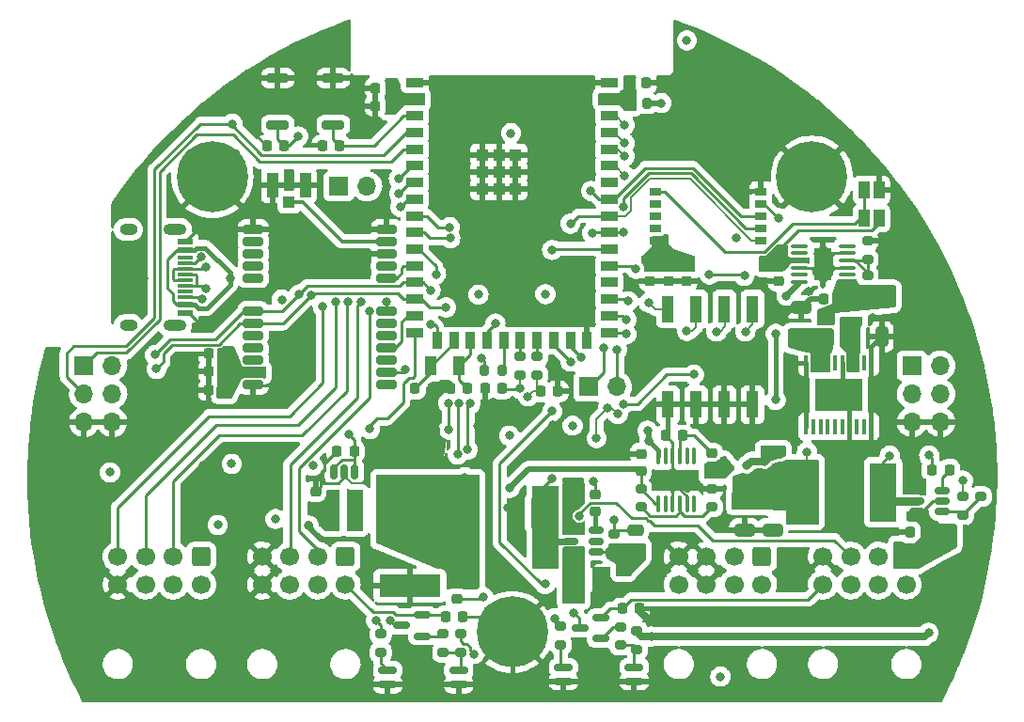
<source format=gbr>
%TF.GenerationSoftware,KiCad,Pcbnew,(6.0.2)*%
%TF.CreationDate,2022-04-01T12:33:14-04:00*%
%TF.ProjectId,ControlBoard,436f6e74-726f-46c4-926f-6172642e6b69,rev?*%
%TF.SameCoordinates,Original*%
%TF.FileFunction,Copper,L1,Top*%
%TF.FilePolarity,Positive*%
%FSLAX46Y46*%
G04 Gerber Fmt 4.6, Leading zero omitted, Abs format (unit mm)*
G04 Created by KiCad (PCBNEW (6.0.2)) date 2022-04-01 12:33:14*
%MOMM*%
%LPD*%
G01*
G04 APERTURE LIST*
G04 Aperture macros list*
%AMRoundRect*
0 Rectangle with rounded corners*
0 $1 Rounding radius*
0 $2 $3 $4 $5 $6 $7 $8 $9 X,Y pos of 4 corners*
0 Add a 4 corners polygon primitive as box body*
4,1,4,$2,$3,$4,$5,$6,$7,$8,$9,$2,$3,0*
0 Add four circle primitives for the rounded corners*
1,1,$1+$1,$2,$3*
1,1,$1+$1,$4,$5*
1,1,$1+$1,$6,$7*
1,1,$1+$1,$8,$9*
0 Add four rect primitives between the rounded corners*
20,1,$1+$1,$2,$3,$4,$5,0*
20,1,$1+$1,$4,$5,$6,$7,0*
20,1,$1+$1,$6,$7,$8,$9,0*
20,1,$1+$1,$8,$9,$2,$3,0*%
G04 Aperture macros list end*
%TA.AperFunction,ComponentPad*%
%ADD10C,0.800000*%
%TD*%
%TA.AperFunction,ComponentPad*%
%ADD11C,6.400000*%
%TD*%
%TA.AperFunction,ComponentPad*%
%ADD12R,1.700000X1.700000*%
%TD*%
%TA.AperFunction,ComponentPad*%
%ADD13O,1.700000X1.700000*%
%TD*%
%TA.AperFunction,SMDPad,CuDef*%
%ADD14RoundRect,0.225000X0.225000X0.250000X-0.225000X0.250000X-0.225000X-0.250000X0.225000X-0.250000X0*%
%TD*%
%TA.AperFunction,SMDPad,CuDef*%
%ADD15RoundRect,0.225000X-0.225000X-0.250000X0.225000X-0.250000X0.225000X0.250000X-0.225000X0.250000X0*%
%TD*%
%TA.AperFunction,SMDPad,CuDef*%
%ADD16RoundRect,0.225000X0.250000X-0.225000X0.250000X0.225000X-0.250000X0.225000X-0.250000X-0.225000X0*%
%TD*%
%TA.AperFunction,SMDPad,CuDef*%
%ADD17RoundRect,0.250000X-0.325000X-0.650000X0.325000X-0.650000X0.325000X0.650000X-0.325000X0.650000X0*%
%TD*%
%TA.AperFunction,SMDPad,CuDef*%
%ADD18RoundRect,0.250000X0.650000X-0.325000X0.650000X0.325000X-0.650000X0.325000X-0.650000X-0.325000X0*%
%TD*%
%TA.AperFunction,SMDPad,CuDef*%
%ADD19R,5.520000X2.000000*%
%TD*%
%TA.AperFunction,SMDPad,CuDef*%
%ADD20RoundRect,0.218750X-0.218750X-0.256250X0.218750X-0.256250X0.218750X0.256250X-0.218750X0.256250X0*%
%TD*%
%TA.AperFunction,SMDPad,CuDef*%
%ADD21RoundRect,0.218750X-0.256250X0.218750X-0.256250X-0.218750X0.256250X-0.218750X0.256250X0.218750X0*%
%TD*%
%TA.AperFunction,ComponentPad*%
%ADD22RoundRect,0.250000X-0.600000X0.600000X-0.600000X-0.600000X0.600000X-0.600000X0.600000X0.600000X0*%
%TD*%
%TA.AperFunction,ComponentPad*%
%ADD23C,1.700000*%
%TD*%
%TA.AperFunction,SMDPad,CuDef*%
%ADD24R,1.450000X0.600000*%
%TD*%
%TA.AperFunction,SMDPad,CuDef*%
%ADD25R,1.450000X0.300000*%
%TD*%
%TA.AperFunction,ComponentPad*%
%ADD26O,2.100000X1.000000*%
%TD*%
%TA.AperFunction,ComponentPad*%
%ADD27O,1.600000X1.000000*%
%TD*%
%TA.AperFunction,SMDPad,CuDef*%
%ADD28RoundRect,0.218750X0.218750X0.381250X-0.218750X0.381250X-0.218750X-0.381250X0.218750X-0.381250X0*%
%TD*%
%TA.AperFunction,SMDPad,CuDef*%
%ADD29R,2.413000X5.334000*%
%TD*%
%TA.AperFunction,SMDPad,CuDef*%
%ADD30R,2.400000X7.500000*%
%TD*%
%TA.AperFunction,SMDPad,CuDef*%
%ADD31RoundRect,0.200000X-0.275000X0.200000X-0.275000X-0.200000X0.275000X-0.200000X0.275000X0.200000X0*%
%TD*%
%TA.AperFunction,SMDPad,CuDef*%
%ADD32RoundRect,0.200000X0.275000X-0.200000X0.275000X0.200000X-0.275000X0.200000X-0.275000X-0.200000X0*%
%TD*%
%TA.AperFunction,SMDPad,CuDef*%
%ADD33RoundRect,0.200000X0.800000X-0.200000X0.800000X0.200000X-0.800000X0.200000X-0.800000X-0.200000X0*%
%TD*%
%TA.AperFunction,SMDPad,CuDef*%
%ADD34RoundRect,0.150000X-0.150000X0.512500X-0.150000X-0.512500X0.150000X-0.512500X0.150000X0.512500X0*%
%TD*%
%TA.AperFunction,SMDPad,CuDef*%
%ADD35R,1.500000X0.900000*%
%TD*%
%TA.AperFunction,SMDPad,CuDef*%
%ADD36R,0.900000X1.500000*%
%TD*%
%TA.AperFunction,SMDPad,CuDef*%
%ADD37R,1.100000X1.100000*%
%TD*%
%TA.AperFunction,SMDPad,CuDef*%
%ADD38RoundRect,0.150000X-0.512500X-0.150000X0.512500X-0.150000X0.512500X0.150000X-0.512500X0.150000X0*%
%TD*%
%TA.AperFunction,SMDPad,CuDef*%
%ADD39RoundRect,0.150000X-0.662500X-0.150000X0.662500X-0.150000X0.662500X0.150000X-0.662500X0.150000X0*%
%TD*%
%TA.AperFunction,SMDPad,CuDef*%
%ADD40RoundRect,0.200000X-0.200000X-0.275000X0.200000X-0.275000X0.200000X0.275000X-0.200000X0.275000X0*%
%TD*%
%TA.AperFunction,SMDPad,CuDef*%
%ADD41R,1.000000X1.050000*%
%TD*%
%TA.AperFunction,SMDPad,CuDef*%
%ADD42R,1.050000X2.200000*%
%TD*%
%TA.AperFunction,SMDPad,CuDef*%
%ADD43R,1.120000X2.440000*%
%TD*%
%TA.AperFunction,SMDPad,CuDef*%
%ADD44RoundRect,0.250000X0.325000X0.650000X-0.325000X0.650000X-0.325000X-0.650000X0.325000X-0.650000X0*%
%TD*%
%TA.AperFunction,SMDPad,CuDef*%
%ADD45RoundRect,0.150000X0.587500X0.150000X-0.587500X0.150000X-0.587500X-0.150000X0.587500X-0.150000X0*%
%TD*%
%TA.AperFunction,SMDPad,CuDef*%
%ADD46RoundRect,0.225000X-0.250000X0.225000X-0.250000X-0.225000X0.250000X-0.225000X0.250000X0.225000X0*%
%TD*%
%TA.AperFunction,SMDPad,CuDef*%
%ADD47RoundRect,0.218750X0.256250X-0.218750X0.256250X0.218750X-0.256250X0.218750X-0.256250X-0.218750X0*%
%TD*%
%TA.AperFunction,SMDPad,CuDef*%
%ADD48R,1.000000X0.800000*%
%TD*%
%TA.AperFunction,SMDPad,CuDef*%
%ADD49RoundRect,0.100000X0.100000X-0.625000X0.100000X0.625000X-0.100000X0.625000X-0.100000X-0.625000X0*%
%TD*%
%TA.AperFunction,ComponentPad*%
%ADD50C,0.500000*%
%TD*%
%TA.AperFunction,SMDPad,CuDef*%
%ADD51R,2.850000X1.650000*%
%TD*%
%TA.AperFunction,SMDPad,CuDef*%
%ADD52RoundRect,0.250000X-0.475000X0.250000X-0.475000X-0.250000X0.475000X-0.250000X0.475000X0.250000X0*%
%TD*%
%TA.AperFunction,SMDPad,CuDef*%
%ADD53R,1.000000X1.800000*%
%TD*%
%TA.AperFunction,SMDPad,CuDef*%
%ADD54RoundRect,0.200000X0.200000X0.275000X-0.200000X0.275000X-0.200000X-0.275000X0.200000X-0.275000X0*%
%TD*%
%TA.AperFunction,SMDPad,CuDef*%
%ADD55RoundRect,0.200000X0.700000X0.200000X-0.700000X0.200000X-0.700000X-0.200000X0.700000X-0.200000X0*%
%TD*%
%TA.AperFunction,SMDPad,CuDef*%
%ADD56R,0.410000X1.440000*%
%TD*%
%TA.AperFunction,SMDPad,CuDef*%
%ADD57R,4.200000X3.000000*%
%TD*%
%TA.AperFunction,SMDPad,CuDef*%
%ADD58RoundRect,0.250000X-0.650000X0.325000X-0.650000X-0.325000X0.650000X-0.325000X0.650000X0.325000X0*%
%TD*%
%TA.AperFunction,SMDPad,CuDef*%
%ADD59RoundRect,0.100000X0.625000X0.100000X-0.625000X0.100000X-0.625000X-0.100000X0.625000X-0.100000X0*%
%TD*%
%TA.AperFunction,SMDPad,CuDef*%
%ADD60R,1.650000X2.850000*%
%TD*%
%TA.AperFunction,SMDPad,CuDef*%
%ADD61R,1.000000X1.500000*%
%TD*%
%TA.AperFunction,ViaPad*%
%ADD62C,0.800000*%
%TD*%
%TA.AperFunction,Conductor*%
%ADD63C,0.250000*%
%TD*%
%TA.AperFunction,Conductor*%
%ADD64C,0.500000*%
%TD*%
%TA.AperFunction,Conductor*%
%ADD65C,0.200000*%
%TD*%
%TA.AperFunction,Conductor*%
%ADD66C,0.700000*%
%TD*%
%TA.AperFunction,Conductor*%
%ADD67C,0.400000*%
%TD*%
%TA.AperFunction,Conductor*%
%ADD68C,0.800000*%
%TD*%
%TA.AperFunction,Conductor*%
%ADD69C,0.600000*%
%TD*%
%TA.AperFunction,Conductor*%
%ADD70C,0.300000*%
%TD*%
G04 APERTURE END LIST*
D10*
%TO.P,H1,1,1*%
%TO.N,GND*%
X123000000Y-75400000D03*
X121302944Y-71302944D03*
X123000000Y-70600000D03*
X124697056Y-74697056D03*
X124697056Y-71302944D03*
X121302944Y-74697056D03*
X120600000Y-73000000D03*
X125400000Y-73000000D03*
D11*
X123000000Y-73000000D03*
%TD*%
D10*
%TO.P,H3,1,1*%
%TO.N,GND*%
X150000000Y-116400000D03*
X148302944Y-115697056D03*
D11*
X150000000Y-114000000D03*
D10*
X151697056Y-115697056D03*
X148302944Y-112302944D03*
X151697056Y-112302944D03*
X147600000Y-114000000D03*
X150000000Y-111600000D03*
X152400000Y-114000000D03*
%TD*%
D12*
%TO.P,J7,1,Pin_1*%
%TO.N,/SENSOR_SDA*%
X111460000Y-90000000D03*
D13*
%TO.P,J7,2,Pin_2*%
%TO.N,/SENSOR_EXTRA1*%
X114000000Y-90000000D03*
%TO.P,J7,3,Pin_3*%
%TO.N,/SENSOR_SCL*%
X111460000Y-92540000D03*
%TO.P,J7,4,Pin_4*%
%TO.N,/SENSOR_EXTRA2*%
X114000000Y-92540000D03*
%TO.P,J7,5,Pin_5*%
%TO.N,GND*%
X111460000Y-95080000D03*
%TO.P,J7,6,Pin_6*%
X114000000Y-95080000D03*
%TD*%
D12*
%TO.P,J2,1,Pin_1*%
%TO.N,+BATT*%
X186000000Y-90000000D03*
D13*
%TO.P,J2,2,Pin_2*%
%TO.N,+5_BATT*%
X188540000Y-90000000D03*
%TO.P,J2,3,Pin_3*%
%TO.N,+12V*%
X186000000Y-92540000D03*
%TO.P,J2,4,Pin_4*%
%TO.N,+3V3*%
X188540000Y-92540000D03*
%TO.P,J2,5,Pin_5*%
%TO.N,GND*%
X186000000Y-95080000D03*
%TO.P,J2,6,Pin_6*%
X188540000Y-95080000D03*
%TD*%
D14*
%TO.P,C2,1*%
%TO.N,+3.3BCKP*%
X139237500Y-65000000D03*
%TO.P,C2,2*%
%TO.N,GND*%
X137687500Y-65000000D03*
%TD*%
D15*
%TO.P,C3,1*%
%TO.N,GND*%
X134225000Y-97700000D03*
%TO.P,C3,2*%
%TO.N,+3V3*%
X135775000Y-97700000D03*
%TD*%
%TO.P,C4,1*%
%TO.N,Net-(C4-Pad1)*%
X141262500Y-92050000D03*
%TO.P,C4,2*%
%TO.N,GND*%
X142812500Y-92050000D03*
%TD*%
%TO.P,C6,1*%
%TO.N,GND*%
X127912500Y-70200000D03*
%TO.P,C6,2*%
%TO.N,/EN*%
X129462500Y-70200000D03*
%TD*%
D14*
%TO.P,C7,1*%
%TO.N,+3.3BCKP*%
X139225000Y-66600000D03*
%TO.P,C7,2*%
%TO.N,GND*%
X137675000Y-66600000D03*
%TD*%
D16*
%TO.P,C11,1*%
%TO.N,+1V8*%
X132300000Y-102875000D03*
%TO.P,C11,2*%
%TO.N,GND*%
X132300000Y-101325000D03*
%TD*%
D14*
%TO.P,C14,1*%
%TO.N,GND*%
X154125000Y-92290000D03*
%TO.P,C14,2*%
%TO.N,/USB_D+*%
X152575000Y-92290000D03*
%TD*%
%TO.P,C15,1*%
%TO.N,/USB_D-*%
X149087500Y-92050000D03*
%TO.P,C15,2*%
%TO.N,GND*%
X147537500Y-92050000D03*
%TD*%
D17*
%TO.P,C17,1*%
%TO.N,+5V*%
X180325000Y-87400000D03*
%TO.P,C17,2*%
%TO.N,GND*%
X183275000Y-87400000D03*
%TD*%
D14*
%TO.P,C26,1*%
%TO.N,+3.3BCKP*%
X124225000Y-90500000D03*
%TO.P,C26,2*%
%TO.N,GND*%
X122675000Y-90500000D03*
%TD*%
%TO.P,C27,1*%
%TO.N,Net-(C27-Pad1)*%
X165387500Y-96300000D03*
%TO.P,C27,2*%
%TO.N,GND*%
X163837500Y-96300000D03*
%TD*%
%TO.P,C29,1*%
%TO.N,+3.3BCKP*%
X124225000Y-88900000D03*
%TO.P,C29,2*%
%TO.N,GND*%
X122675000Y-88900000D03*
%TD*%
%TO.P,C31,1*%
%TO.N,+3.3BCKP*%
X124225000Y-92200000D03*
%TO.P,C31,2*%
%TO.N,GND*%
X122675000Y-92200000D03*
%TD*%
D18*
%TO.P,C36,1*%
%TO.N,GND*%
X170950000Y-104825000D03*
%TO.P,C36,2*%
%TO.N,Net-(C36-Pad2)*%
X170950000Y-101875000D03*
%TD*%
D19*
%TO.P,C41,1*%
%TO.N,GND*%
X140800000Y-96597000D03*
%TO.P,C41,2*%
%TO.N,Net-(C40-Pad1)*%
X140800000Y-101803000D03*
%TD*%
%TO.P,C43,1*%
%TO.N,GND*%
X140800000Y-109803000D03*
%TO.P,C43,2*%
%TO.N,Net-(C40-Pad1)*%
X140800000Y-104597000D03*
%TD*%
D20*
%TO.P,D2,1,K*%
%TO.N,/BEACON+*%
X144012500Y-112600000D03*
%TO.P,D2,2,A*%
%TO.N,GND*%
X145587500Y-112600000D03*
%TD*%
D21*
%TO.P,F3,1*%
%TO.N,+5_BATT*%
X173950000Y-97912500D03*
%TO.P,F3,2*%
%TO.N,Net-(C36-Pad2)*%
X173950000Y-99487500D03*
%TD*%
D22*
%TO.P,J3,1,Pin_1*%
%TO.N,+5_BATT*%
X135000000Y-107200000D03*
D23*
%TO.P,J3,2,Pin_2*%
%TO.N,/CTD_RX*%
X132500000Y-107200000D03*
%TO.P,J3,3,Pin_3*%
%TO.N,/CTD_TX*%
X130000000Y-107200000D03*
%TO.P,J3,4,Pin_4*%
%TO.N,GND*%
X127500000Y-107200000D03*
%TO.P,J3,5,Pin_5*%
%TO.N,/BEACON+*%
X135000000Y-109700000D03*
%TO.P,J3,6,Pin_6*%
%TO.N,unconnected-(J3-Pad6)*%
X132500000Y-109700000D03*
%TO.P,J3,7,Pin_7*%
%TO.N,unconnected-(J3-Pad7)*%
X130000000Y-109700000D03*
%TO.P,J3,8,Pin_8*%
%TO.N,GND*%
X127500000Y-109700000D03*
%TD*%
D22*
%TO.P,J4,1,Pin_1*%
%TO.N,unconnected-(J4-Pad1)*%
X122000000Y-107200000D03*
D23*
%TO.P,J4,2,Pin_2*%
%TO.N,/MODEM_RX*%
X119500000Y-107200000D03*
%TO.P,J4,3,Pin_3*%
%TO.N,/MODEM_TX*%
X117000000Y-107200000D03*
%TO.P,J4,4,Pin_4*%
%TO.N,/MODEM_READY*%
X114500000Y-107200000D03*
%TO.P,J4,5,Pin_5*%
%TO.N,+BATT*%
X122000000Y-109700000D03*
%TO.P,J4,6,Pin_6*%
%TO.N,unconnected-(J4-Pad6)*%
X119500000Y-109700000D03*
%TO.P,J4,7,Pin_7*%
%TO.N,unconnected-(J4-Pad7)*%
X117000000Y-109700000D03*
%TO.P,J4,8,Pin_8*%
%TO.N,GND*%
X114500000Y-109700000D03*
%TD*%
D22*
%TO.P,J5,1,Pin_1*%
%TO.N,/RREF+*%
X172500000Y-107200000D03*
D23*
%TO.P,J5,2,Pin_2*%
%TO.N,/RSENSE+*%
X170000000Y-107200000D03*
%TO.P,J5,3,Pin_3*%
%TO.N,GND*%
X167500000Y-107200000D03*
%TO.P,J5,4,Pin_4*%
X165000000Y-107200000D03*
%TO.P,J5,5,Pin_5*%
%TO.N,+3.3BCKP*%
X172500000Y-109700000D03*
%TO.P,J5,6,Pin_6*%
%TO.N,/TURN_ON*%
X170000000Y-109700000D03*
%TO.P,J5,7,Pin_7*%
%TO.N,GND*%
X167500000Y-109700000D03*
%TO.P,J5,8,Pin_8*%
%TO.N,/LEAK+*%
X165000000Y-109700000D03*
%TD*%
D22*
%TO.P,J6,1,Pin_1*%
%TO.N,+BATT*%
X185500000Y-107200000D03*
D23*
%TO.P,J6,2,Pin_2*%
%TO.N,/BATT_SCL*%
X183000000Y-107200000D03*
%TO.P,J6,3,Pin_3*%
%TO.N,/BATT_SDA*%
X180500000Y-107200000D03*
%TO.P,J6,4,Pin_4*%
%TO.N,GND*%
X178000000Y-107200000D03*
%TO.P,J6,5,Pin_5*%
%TO.N,/MOTOR_SPEED*%
X185500000Y-109700000D03*
%TO.P,J6,6,Pin_6*%
%TO.N,/MOTOR_DIR*%
X183000000Y-109700000D03*
%TO.P,J6,7,Pin_7*%
%TO.N,/MOTOR_EN*%
X180500000Y-109700000D03*
%TO.P,J6,8,Pin_8*%
%TO.N,/SOL_OUT*%
X178000000Y-109700000D03*
%TD*%
D24*
%TO.P,J8,A1,GND*%
%TO.N,GND*%
X120545000Y-78800000D03*
%TO.P,J8,A4,VBUS*%
%TO.N,Net-(C44-Pad1)*%
X120545000Y-79600000D03*
D25*
%TO.P,J8,A5,CC1*%
%TO.N,Net-(J8-PadA5)*%
X120545000Y-80800000D03*
%TO.P,J8,A6,D+*%
%TO.N,/D+*%
X120545000Y-81800000D03*
%TO.P,J8,A7,D-*%
%TO.N,/D-*%
X120545000Y-82300000D03*
%TO.P,J8,A8,SBU1*%
%TO.N,unconnected-(J8-PadA8)*%
X120545000Y-83300000D03*
D24*
%TO.P,J8,A9,VBUS*%
%TO.N,Net-(C44-Pad1)*%
X120545000Y-84500000D03*
%TO.P,J8,A12,GND*%
%TO.N,GND*%
X120545000Y-85300000D03*
%TO.P,J8,B1,GND*%
X120545000Y-85300000D03*
%TO.P,J8,B4,VBUS*%
%TO.N,Net-(C44-Pad1)*%
X120545000Y-84500000D03*
D25*
%TO.P,J8,B5,CC2*%
%TO.N,Net-(J8-PadB5)*%
X120545000Y-83800000D03*
%TO.P,J8,B6,D+*%
%TO.N,/D+*%
X120545000Y-82800000D03*
%TO.P,J8,B7,D-*%
%TO.N,/D-*%
X120545000Y-81300000D03*
%TO.P,J8,B8,SBU2*%
%TO.N,unconnected-(J8-PadB8)*%
X120545000Y-80300000D03*
D24*
%TO.P,J8,B9,VBUS*%
%TO.N,Net-(C44-Pad1)*%
X120545000Y-79600000D03*
%TO.P,J8,B12,GND*%
%TO.N,GND*%
X120545000Y-78800000D03*
D26*
%TO.P,J8,S1,SHIELD*%
%TO.N,Net-(C42-Pad2)*%
X119630000Y-77730000D03*
D27*
X115450000Y-86370000D03*
D26*
X119630000Y-86370000D03*
D27*
X115450000Y-77730000D03*
%TD*%
D28*
%TO.P,L1,1,1*%
%TO.N,Net-(L1-Pad1)*%
X135962500Y-103950000D03*
%TO.P,L1,2,2*%
%TO.N,+1V8*%
X133837500Y-103950000D03*
%TD*%
D29*
%TO.P,L3,1,1*%
%TO.N,Net-(C35-Pad2)*%
X183419500Y-101400000D03*
%TO.P,L3,2,2*%
%TO.N,Net-(C36-Pad2)*%
X176180500Y-101400000D03*
%TD*%
D30*
%TO.P,L4,1,1*%
%TO.N,Net-(C39-Pad1)*%
X153000000Y-104600000D03*
%TO.P,L4,2,2*%
%TO.N,Net-(C40-Pad1)*%
X145600000Y-104600000D03*
%TD*%
D31*
%TO.P,R4,1*%
%TO.N,Net-(R4-Pad1)*%
X152260000Y-89195000D03*
%TO.P,R4,2*%
%TO.N,/USB_D+*%
X152260000Y-90845000D03*
%TD*%
%TO.P,R5,1*%
%TO.N,Net-(R5-Pad1)*%
X150740000Y-89195000D03*
%TO.P,R5,2*%
%TO.N,/USB_D-*%
X150740000Y-90845000D03*
%TD*%
D32*
%TO.P,R36,1*%
%TO.N,Net-(R36-Pad1)*%
X138176000Y-115825000D03*
%TO.P,R36,2*%
%TO.N,/BEACON_EN*%
X138176000Y-114175000D03*
%TD*%
D31*
%TO.P,R37,1*%
%TO.N,+12V*%
X145400000Y-114175000D03*
%TO.P,R37,2*%
%TO.N,Net-(R37-Pad2)*%
X145400000Y-115825000D03*
%TD*%
%TO.P,R38,1*%
%TO.N,Net-(Q3-Pad1)*%
X143800000Y-114175000D03*
%TO.P,R38,2*%
%TO.N,Net-(R37-Pad2)*%
X143800000Y-115825000D03*
%TD*%
D33*
%TO.P,SW1,1,1*%
%TO.N,/EN*%
X128900000Y-68300000D03*
%TO.P,SW1,2,2*%
%TO.N,GND*%
X128900000Y-64100000D03*
%TD*%
%TO.P,SW2,1,1*%
%TO.N,/IO0*%
X133900000Y-68300000D03*
%TO.P,SW2,2,2*%
%TO.N,GND*%
X133900000Y-64100000D03*
%TD*%
D34*
%TO.P,U1,1,Vin*%
%TO.N,+3V3*%
X135850000Y-99562500D03*
%TO.P,U1,2,GND*%
%TO.N,GND*%
X134900000Y-99562500D03*
%TO.P,U1,3,EN*%
%TO.N,+3V3*%
X133950000Y-99562500D03*
%TO.P,U1,4,FB*%
%TO.N,+1V8*%
X133950000Y-101837500D03*
%TO.P,U1,5,SW*%
%TO.N,Net-(L1-Pad1)*%
X135850000Y-101837500D03*
%TD*%
D35*
%TO.P,U3,1,GND*%
%TO.N,GND*%
X141250000Y-64500000D03*
%TO.P,U3,2,3V3*%
%TO.N,+3.3BCKP*%
X141250000Y-66000000D03*
%TO.P,U3,3,IO0*%
%TO.N,/IO0*%
X141250000Y-67500000D03*
%TO.P,U3,4,IO1*%
%TO.N,/SENSOR_SCL*%
X141250000Y-69000000D03*
%TO.P,U3,5,IO2*%
%TO.N,/SENSOR_SDA*%
X141250000Y-70500000D03*
%TO.P,U3,6,IO3*%
%TO.N,/MODEM_READY*%
X141250000Y-72000000D03*
%TO.P,U3,7,IO4*%
%TO.N,/MODEM_TX*%
X141250000Y-73500000D03*
%TO.P,U3,8,IO5*%
%TO.N,/MODEM_RX*%
X141250000Y-75000000D03*
%TO.P,U3,9,IO6*%
%TO.N,/CTD_TX*%
X141250000Y-76500000D03*
%TO.P,U3,10,IO7*%
%TO.N,/CTD_RX*%
X141250000Y-78000000D03*
%TO.P,U3,11,IO8*%
%TO.N,/TURN_ON*%
X141250000Y-79500000D03*
%TO.P,U3,12,IO9*%
%TO.N,/~{GPS_RESET}*%
X141250000Y-81000000D03*
%TO.P,U3,13,IO10*%
%TO.N,/BATT_SDA*%
X141250000Y-82500000D03*
%TO.P,U3,14,IO11*%
%TO.N,/BATT_SCL*%
X141250000Y-84000000D03*
%TO.P,U3,15,IO12*%
%TO.N,/GPS_INT*%
X141250000Y-85500000D03*
%TO.P,U3,16,IO13*%
%TO.N,/BEACON_EN*%
X141250000Y-87000000D03*
D36*
%TO.P,U3,17,IO14*%
%TO.N,/SOL_EN*%
X143250000Y-87750000D03*
%TO.P,U3,18,IO15*%
%TO.N,Net-(C4-Pad1)*%
X144750000Y-87750000D03*
%TO.P,U3,19,IO16*%
%TO.N,Net-(C5-Pad2)*%
X146250000Y-87750000D03*
%TO.P,U3,20,IO17*%
%TO.N,/LEAK_DET*%
X147750000Y-87750000D03*
%TO.P,U3,21,IO18*%
%TO.N,Net-(R3-Pad1)*%
X149250000Y-87750000D03*
%TO.P,U3,22,IO19*%
%TO.N,Net-(R5-Pad1)*%
X150750000Y-87750000D03*
%TO.P,U3,23,IO20*%
%TO.N,Net-(R4-Pad1)*%
X152250000Y-87750000D03*
%TO.P,U3,24,IO21*%
%TO.N,/RSENSE+*%
X153750000Y-87750000D03*
%TO.P,U3,25,IO26*%
%TO.N,/RREF+*%
X155250000Y-87750000D03*
%TO.P,U3,26,GND*%
%TO.N,GND*%
X156750000Y-87750000D03*
D35*
%TO.P,U3,27,IO33*%
%TO.N,/MOTOR_SPEED*%
X158750000Y-87000000D03*
%TO.P,U3,28,IO34*%
%TO.N,/MOTOR_DIR*%
X158750000Y-85500000D03*
%TO.P,U3,29,IO35*%
%TO.N,/MOTOR_EN*%
X158750000Y-84000000D03*
%TO.P,U3,30,IO36*%
%TO.N,unconnected-(U3-Pad30)*%
X158750000Y-82500000D03*
%TO.P,U3,31,IO37*%
%TO.N,/RAD_CS*%
X158750000Y-81000000D03*
%TO.P,U3,32,IO38*%
%TO.N,/SD_CS*%
X158750000Y-79500000D03*
%TO.P,U3,33,IO39*%
%TO.N,/MOSI*%
X158750000Y-78000000D03*
%TO.P,U3,34,IO40*%
%TO.N,/SCK*%
X158750000Y-76500000D03*
%TO.P,U3,35,IO41*%
%TO.N,/MISO*%
X158750000Y-75000000D03*
%TO.P,U3,36,IO42*%
%TO.N,unconnected-(U3-Pad36)*%
X158750000Y-73500000D03*
%TO.P,U3,37,TXD0*%
%TO.N,/DIP4*%
X158750000Y-72000000D03*
%TO.P,U3,38,RXD0*%
%TO.N,/DIP3*%
X158750000Y-70500000D03*
%TO.P,U3,39,IO45*%
%TO.N,/DIP2*%
X158750000Y-69000000D03*
%TO.P,U3,40,IO46*%
%TO.N,/DIP1*%
X158750000Y-67500000D03*
%TO.P,U3,41,EN*%
%TO.N,/EN*%
X158750000Y-66000000D03*
%TO.P,U3,42,GND*%
%TO.N,GND*%
X158750000Y-64500000D03*
D37*
%TO.P,U3,43,EPAD*%
X150310000Y-71050000D03*
X150310000Y-72550000D03*
X147310000Y-72550000D03*
X148810000Y-71050000D03*
X148810000Y-74050000D03*
X148810000Y-72550000D03*
X147310000Y-71050000D03*
X147310000Y-74050000D03*
X150310000Y-74050000D03*
%TD*%
D38*
%TO.P,U12,1,GND*%
%TO.N,GND*%
X155262500Y-104850000D03*
%TO.P,U12,2,SW*%
%TO.N,Net-(C39-Pad1)*%
X155262500Y-105800000D03*
%TO.P,U12,3,VIN*%
%TO.N,+BATT*%
X155262500Y-106750000D03*
%TO.P,U12,4,FB*%
%TO.N,Net-(C40-Pad2)*%
X157537500Y-106750000D03*
%TO.P,U12,5,EN*%
%TO.N,unconnected-(U12-Pad5)*%
X157537500Y-105800000D03*
%TO.P,U12,6,BOOT*%
%TO.N,Net-(C39-Pad2)*%
X157537500Y-104850000D03*
%TD*%
D39*
%TO.P,U15,1*%
%TO.N,Net-(R36-Pad1)*%
X138812500Y-117435000D03*
%TO.P,U15,2*%
%TO.N,GND*%
X138812500Y-118705000D03*
%TO.P,U15,3*%
X145187500Y-118705000D03*
%TO.P,U15,4*%
%TO.N,Net-(R37-Pad2)*%
X145187500Y-117435000D03*
%TD*%
D18*
%TO.P,C37,1*%
%TO.N,GND*%
X173450000Y-104825000D03*
%TO.P,C37,2*%
%TO.N,Net-(C36-Pad2)*%
X173450000Y-101875000D03*
%TD*%
D40*
%TO.P,R6,1*%
%TO.N,/EN*%
X160475000Y-66350000D03*
%TO.P,R6,2*%
%TO.N,+3.3BCKP*%
X162125000Y-66350000D03*
%TD*%
D14*
%TO.P,C16,1*%
%TO.N,GND*%
X162075000Y-64550000D03*
%TO.P,C16,2*%
%TO.N,/EN*%
X160525000Y-64550000D03*
%TD*%
D41*
%TO.P,J1,1,In*%
%TO.N,Net-(J1-Pad1)*%
X129910000Y-75270000D03*
D42*
%TO.P,J1,2,Ext*%
%TO.N,GND*%
X131385000Y-73745000D03*
X128435000Y-73745000D03*
%TD*%
D43*
%TO.P,SW3,1*%
%TO.N,/DIP1*%
X171660000Y-84890000D03*
%TO.P,SW3,2*%
%TO.N,/DIP2*%
X169120000Y-84890000D03*
%TO.P,SW3,3*%
%TO.N,/DIP3*%
X166580000Y-84890000D03*
%TO.P,SW3,4*%
%TO.N,/DIP4*%
X164040000Y-84890000D03*
%TO.P,SW3,5*%
%TO.N,GND*%
X164040000Y-93500000D03*
%TO.P,SW3,6*%
X166580000Y-93500000D03*
%TO.P,SW3,7*%
X169120000Y-93500000D03*
%TO.P,SW3,8*%
X171660000Y-93500000D03*
%TD*%
D10*
%TO.P,H2,1,1*%
%TO.N,GND*%
X179400000Y-73000000D03*
X174600000Y-73000000D03*
X175302944Y-71302944D03*
X177000000Y-70600000D03*
X178697056Y-74697056D03*
X178697056Y-71302944D03*
X177000000Y-75400000D03*
X175302944Y-74697056D03*
D11*
X177000000Y-73000000D03*
%TD*%
D31*
%TO.P,R17,1*%
%TO.N,Net-(C36-Pad2)*%
X190600000Y-101775000D03*
%TO.P,R17,2*%
%TO.N,Net-(R17-Pad2)*%
X190600000Y-103425000D03*
%TD*%
D38*
%TO.P,U11,1,GND*%
%TO.N,GND*%
X186462500Y-101250000D03*
%TO.P,U11,2,SW*%
%TO.N,Net-(C35-Pad2)*%
X186462500Y-102200000D03*
%TO.P,U11,3,VIN*%
%TO.N,+BATT*%
X186462500Y-103150000D03*
%TO.P,U11,4,VFB*%
%TO.N,Net-(R17-Pad2)*%
X188737500Y-103150000D03*
%TO.P,U11,5,EN*%
%TO.N,+BATT*%
X188737500Y-102200000D03*
%TO.P,U11,6,VBST*%
%TO.N,Net-(C35-Pad1)*%
X188737500Y-101250000D03*
%TD*%
D32*
%TO.P,R18,1*%
%TO.N,GND*%
X192200000Y-103425000D03*
%TO.P,R18,2*%
%TO.N,Net-(R17-Pad2)*%
X192200000Y-101775000D03*
%TD*%
D15*
%TO.P,C34,1*%
%TO.N,GND*%
X185825000Y-105000000D03*
%TO.P,C34,2*%
%TO.N,+BATT*%
X187375000Y-105000000D03*
%TD*%
D14*
%TO.P,C35,1*%
%TO.N,Net-(C35-Pad1)*%
X189375000Y-99400000D03*
%TO.P,C35,2*%
%TO.N,Net-(C35-Pad2)*%
X187825000Y-99400000D03*
%TD*%
D44*
%TO.P,C33,1*%
%TO.N,GND*%
X192075000Y-105400000D03*
%TO.P,C33,2*%
%TO.N,+BATT*%
X189125000Y-105400000D03*
%TD*%
D20*
%TO.P,D1,1,K*%
%TO.N,/SOL_OUT*%
X159912500Y-111870000D03*
%TO.P,D1,2,A*%
%TO.N,GND*%
X161487500Y-111870000D03*
%TD*%
D45*
%TO.P,Q1,1,G*%
%TO.N,Net-(Q1-Pad1)*%
X157987500Y-114580000D03*
%TO.P,Q1,2,S*%
%TO.N,/SOL_OUT*%
X157987500Y-112680000D03*
%TO.P,Q1,3,D*%
%TO.N,+12V*%
X156112500Y-113630000D03*
%TD*%
D31*
%TO.P,R30,1*%
%TO.N,+12V*%
X161220000Y-113915000D03*
%TO.P,R30,2*%
%TO.N,Net-(R30-Pad2)*%
X161220000Y-115565000D03*
%TD*%
%TO.P,R31,1*%
%TO.N,Net-(Q1-Pad1)*%
X159750000Y-113525000D03*
%TO.P,R31,2*%
%TO.N,Net-(R30-Pad2)*%
X159750000Y-115175000D03*
%TD*%
D39*
%TO.P,U14,1*%
%TO.N,Net-(R29-Pad1)*%
X154622500Y-117145000D03*
%TO.P,U14,2*%
%TO.N,GND*%
X154622500Y-118415000D03*
%TO.P,U14,3*%
X160997500Y-118415000D03*
%TO.P,U14,4*%
%TO.N,Net-(R30-Pad2)*%
X160997500Y-117145000D03*
%TD*%
D32*
%TO.P,R29,1*%
%TO.N,Net-(R29-Pad1)*%
X154390000Y-115135000D03*
%TO.P,R29,2*%
%TO.N,/SOL_EN*%
X154390000Y-113485000D03*
%TD*%
D31*
%TO.P,R21,1*%
%TO.N,Net-(C40-Pad1)*%
X159200000Y-105125000D03*
%TO.P,R21,2*%
%TO.N,Net-(C40-Pad2)*%
X159200000Y-106775000D03*
%TD*%
D32*
%TO.P,R22,1*%
%TO.N,GND*%
X160100000Y-109875000D03*
%TO.P,R22,2*%
%TO.N,Net-(C40-Pad2)*%
X160100000Y-108225000D03*
%TD*%
D46*
%TO.P,C39,1*%
%TO.N,Net-(C39-Pad1)*%
X157500000Y-101575000D03*
%TO.P,C39,2*%
%TO.N,Net-(C39-Pad2)*%
X157500000Y-103125000D03*
%TD*%
D44*
%TO.P,C38,1*%
%TO.N,GND*%
X158225000Y-109250000D03*
%TO.P,C38,2*%
%TO.N,+BATT*%
X155275000Y-109250000D03*
%TD*%
D16*
%TO.P,C18,1*%
%TO.N,VBUS*%
X161600000Y-99475000D03*
%TO.P,C18,2*%
%TO.N,GND*%
X161600000Y-97925000D03*
%TD*%
D31*
%TO.P,R8,1*%
%TO.N,VBUS*%
X161600000Y-101087500D03*
%TO.P,R8,2*%
%TO.N,Net-(R8-Pad2)*%
X161600000Y-102737500D03*
%TD*%
%TO.P,R9,1*%
%TO.N,GND*%
X168000000Y-101075000D03*
%TO.P,R9,2*%
%TO.N,Net-(R8-Pad2)*%
X168000000Y-102725000D03*
%TD*%
D47*
%TO.P,F2,1*%
%TO.N,+5V*%
X168000000Y-99487500D03*
%TO.P,F2,2*%
%TO.N,Net-(C27-Pad1)*%
X168000000Y-97912500D03*
%TD*%
%TO.P,F4,1*%
%TO.N,+12V*%
X145000000Y-110987500D03*
%TO.P,F4,2*%
%TO.N,Net-(C40-Pad1)*%
X145000000Y-109412500D03*
%TD*%
D46*
%TO.P,C22,1*%
%TO.N,+3.3BCKP*%
X165700000Y-80825000D03*
%TO.P,C22,2*%
%TO.N,GND*%
X165700000Y-82375000D03*
%TD*%
%TO.P,C19,1*%
%TO.N,+3.3BCKP*%
X162400000Y-80812500D03*
%TO.P,C19,2*%
%TO.N,GND*%
X162400000Y-82362500D03*
%TD*%
%TO.P,C24,1*%
%TO.N,+3.3BCKP*%
X164100000Y-80825000D03*
%TO.P,C24,2*%
%TO.N,GND*%
X164100000Y-82375000D03*
%TD*%
D48*
%TO.P,U9,1,ANT-SW*%
%TO.N,/ANT-SW*%
X162890000Y-74300000D03*
%TO.P,U9,2,SX-NRESET*%
%TO.N,/SX-NRESET*%
X162890000Y-75400000D03*
%TO.P,U9,3,BUSY*%
%TO.N,/RAD_BUSY*%
X162890000Y-76500000D03*
%TO.P,U9,4,DIO1*%
%TO.N,unconnected-(U9-Pad4)*%
X162890000Y-77600000D03*
%TO.P,U9,5,VDD*%
%TO.N,+3.3BCKP*%
X162890000Y-78700000D03*
%TO.P,U9,6,SCK*%
%TO.N,/SCK*%
X172390000Y-78700000D03*
%TO.P,U9,7,MOSI*%
%TO.N,/MOSI*%
X172390000Y-77600000D03*
%TO.P,U9,8,MISO*%
%TO.N,/MISO*%
X172390000Y-76500000D03*
%TO.P,U9,9,NSS*%
%TO.N,/RAD_CS*%
X172390000Y-75400000D03*
%TO.P,U9,10,GND*%
%TO.N,GND*%
X172390000Y-74300000D03*
%TD*%
D49*
%TO.P,U6,1,V1*%
%TO.N,VBUS*%
X163165000Y-102460000D03*
%TO.P,U6,2*%
%TO.N,N/C*%
X163815000Y-102460000D03*
%TO.P,U6,3,CMP1*%
%TO.N,GND*%
X164465000Y-102460000D03*
%TO.P,U6,4,ADJ*%
%TO.N,Net-(R8-Pad2)*%
X165115000Y-102460000D03*
%TO.P,U6,5,GND*%
%TO.N,GND*%
X165765000Y-102460000D03*
%TO.P,U6,6,CMPOUT1*%
%TO.N,unconnected-(U6-Pad6)*%
X166415000Y-102460000D03*
%TO.P,U6,7,V2ON*%
%TO.N,unconnected-(U6-Pad7)*%
X166415000Y-98160000D03*
%TO.P,U6,8*%
%TO.N,N/C*%
X165765000Y-98160000D03*
%TO.P,U6,9,Out*%
%TO.N,Net-(C27-Pad1)*%
X165115000Y-98160000D03*
%TO.P,U6,10,CMP2*%
%TO.N,GND*%
X164465000Y-98160000D03*
%TO.P,U6,11*%
%TO.N,N/C*%
X163815000Y-98160000D03*
%TO.P,U6,12,V2*%
%TO.N,+5_BATT*%
X163165000Y-98160000D03*
D50*
%TO.P,U6,13,EPAD*%
%TO.N,GND*%
X165790000Y-100810000D03*
D51*
X164790000Y-100310000D03*
D50*
X164790000Y-100810000D03*
X165790000Y-99810000D03*
X163790000Y-99810000D03*
X164790000Y-99810000D03*
X163790000Y-100810000D03*
%TD*%
D45*
%TO.P,Q3,1,G*%
%TO.N,Net-(Q3-Pad1)*%
X141907500Y-114350000D03*
%TO.P,Q3,2,S*%
%TO.N,/BEACON+*%
X141907500Y-112450000D03*
%TO.P,Q3,3,D*%
%TO.N,+12V*%
X140032500Y-113400000D03*
%TD*%
D15*
%TO.P,C10,1*%
%TO.N,GND*%
X132912500Y-70200000D03*
%TO.P,C10,2*%
%TO.N,/IO0*%
X134462500Y-70200000D03*
%TD*%
D52*
%TO.P,C40,1*%
%TO.N,Net-(C40-Pad1)*%
X161100000Y-104800000D03*
%TO.P,C40,2*%
%TO.N,Net-(C40-Pad2)*%
X161100000Y-106700000D03*
%TD*%
D15*
%TO.P,C5,1*%
%TO.N,GND*%
X144425000Y-92050000D03*
%TO.P,C5,2*%
%TO.N,Net-(C5-Pad2)*%
X145975000Y-92050000D03*
%TD*%
D53*
%TO.P,Y1,1,1*%
%TO.N,Net-(C4-Pad1)*%
X142700000Y-90000000D03*
%TO.P,Y1,2,2*%
%TO.N,Net-(C5-Pad2)*%
X145200000Y-90000000D03*
%TD*%
D54*
%TO.P,R3,1*%
%TO.N,Net-(R3-Pad1)*%
X149137500Y-90450000D03*
%TO.P,R3,2*%
%TO.N,+3.3BCKP*%
X147487500Y-90450000D03*
%TD*%
D55*
%TO.P,U7,1,~{SAFEBOOT}*%
%TO.N,unconnected-(U7-Pad1)*%
X138700000Y-91700000D03*
%TO.P,U7,2,D_SEL*%
%TO.N,unconnected-(U7-Pad2)*%
X138700000Y-90600000D03*
%TO.P,U7,3,TIMEPULSE*%
%TO.N,unconnected-(U7-Pad3)*%
X138700000Y-89500000D03*
%TO.P,U7,4,EXTINT*%
%TO.N,/GPS_INT*%
X138700000Y-88400000D03*
%TO.P,U7,5,USB_DM*%
%TO.N,unconnected-(U7-Pad5)*%
X138700000Y-87300000D03*
%TO.P,U7,6,USB_DP*%
%TO.N,unconnected-(U7-Pad6)*%
X138700000Y-86200000D03*
%TO.P,U7,7,VDD_USB*%
%TO.N,GND*%
X138700000Y-85100000D03*
%TO.P,U7,8,~{RESET}*%
%TO.N,/~{GPS_RESET}*%
X138700000Y-82100000D03*
%TO.P,U7,9,VCC_RF*%
%TO.N,unconnected-(U7-Pad9)*%
X138700000Y-81000000D03*
%TO.P,U7,10,GND*%
%TO.N,GND*%
X138700000Y-79900000D03*
%TO.P,U7,11,RF_IN*%
%TO.N,Net-(J1-Pad1)*%
X138700000Y-78800000D03*
%TO.P,U7,12,GND*%
%TO.N,GND*%
X138700000Y-77700000D03*
%TO.P,U7,13,GND*%
X126700000Y-77700000D03*
%TO.P,U7,14,LNA_EN*%
%TO.N,unconnected-(U7-Pad14)*%
X126700000Y-78800000D03*
%TO.P,U7,15,RESERVED*%
%TO.N,unconnected-(U7-Pad15)*%
X126700000Y-79900000D03*
%TO.P,U7,16,RESERVED*%
%TO.N,unconnected-(U7-Pad16)*%
X126700000Y-81000000D03*
%TO.P,U7,17,RESERVED*%
%TO.N,unconnected-(U7-Pad17)*%
X126700000Y-82100000D03*
%TO.P,U7,18,SDA/~{SPI_CS}*%
%TO.N,/BATT_SDA*%
X126700000Y-85100000D03*
%TO.P,U7,19,SCL/SPI_CLK*%
%TO.N,/BATT_SCL*%
X126700000Y-86200000D03*
%TO.P,U7,20,TXD/SPI_MISO*%
%TO.N,unconnected-(U7-Pad20)*%
X126700000Y-87300000D03*
%TO.P,U7,21,RXD/SPI_MOSI*%
%TO.N,unconnected-(U7-Pad21)*%
X126700000Y-88400000D03*
%TO.P,U7,22,V_BCKP*%
%TO.N,unconnected-(U7-Pad22)*%
X126700000Y-89500000D03*
%TO.P,U7,23,VCC*%
%TO.N,+3.3BCKP*%
X126700000Y-90600000D03*
%TO.P,U7,24,GND*%
%TO.N,GND*%
X126700000Y-91700000D03*
%TD*%
D56*
%TO.P,U5,1*%
%TO.N,N/C*%
X182325000Y-89715000D03*
%TO.P,U5,2*%
X181675000Y-89715000D03*
%TO.P,U5,3,IN*%
%TO.N,+5V*%
X181025000Y-89715000D03*
%TO.P,U5,4,IN*%
X180375000Y-89715000D03*
%TO.P,U5,5,~{EN}*%
%TO.N,GND*%
X179725000Y-89715000D03*
%TO.P,U5,6,PG*%
%TO.N,unconnected-(U5-Pad6)*%
X179075000Y-89715000D03*
%TO.P,U5,7,SENSE*%
%TO.N,Net-(C25-Pad2)*%
X178425000Y-89715000D03*
%TO.P,U5,8,OUT*%
X177775000Y-89715000D03*
%TO.P,U5,9,OUT*%
X177125000Y-89715000D03*
%TO.P,U5,10*%
%TO.N,N/C*%
X176475000Y-89715000D03*
%TO.P,U5,11*%
X176475000Y-95485000D03*
%TO.P,U5,12*%
X177125000Y-95485000D03*
%TO.P,U5,13*%
X177775000Y-95485000D03*
%TO.P,U5,14*%
X178425000Y-95485000D03*
%TO.P,U5,15*%
X179075000Y-95485000D03*
%TO.P,U5,16*%
X179725000Y-95485000D03*
%TO.P,U5,17,GND*%
%TO.N,GND*%
X180375000Y-95485000D03*
%TO.P,U5,18*%
%TO.N,N/C*%
X181025000Y-95485000D03*
%TO.P,U5,19*%
X181675000Y-95485000D03*
%TO.P,U5,20*%
X182325000Y-95485000D03*
D57*
%TO.P,U5,21*%
X179400000Y-92600000D03*
%TD*%
D58*
%TO.P,C25,1*%
%TO.N,GND*%
X176000000Y-84725000D03*
%TO.P,C25,2*%
%TO.N,Net-(C25-Pad2)*%
X176000000Y-87675000D03*
%TD*%
D32*
%TO.P,R1,1*%
%TO.N,+3V3*%
X182000000Y-83537500D03*
%TO.P,R1,2*%
%TO.N,Net-(R1-Pad2)*%
X182000000Y-81887500D03*
%TD*%
D31*
%TO.P,R2,1*%
%TO.N,GND*%
X182000000Y-78775000D03*
%TO.P,R2,2*%
%TO.N,Net-(R1-Pad2)*%
X182000000Y-80425000D03*
%TD*%
D21*
%TO.P,F1,1*%
%TO.N,+3V3*%
X178200000Y-85662500D03*
%TO.P,F1,2*%
%TO.N,Net-(C25-Pad2)*%
X178200000Y-87237500D03*
%TD*%
D46*
%TO.P,C12,1*%
%TO.N,+3.3BCKP*%
X174000000Y-80825000D03*
%TO.P,C12,2*%
%TO.N,GND*%
X174000000Y-82375000D03*
%TD*%
D14*
%TO.P,C1,1*%
%TO.N,+3V3*%
X179575000Y-83950000D03*
%TO.P,C1,2*%
%TO.N,GND*%
X178025000Y-83950000D03*
%TD*%
D59*
%TO.P,U2,1,V1*%
%TO.N,+3V3*%
X180150000Y-82475000D03*
%TO.P,U2,2*%
%TO.N,N/C*%
X180150000Y-81825000D03*
%TO.P,U2,3,CMP1*%
%TO.N,GND*%
X180150000Y-81175000D03*
%TO.P,U2,4,ADJ*%
%TO.N,Net-(R1-Pad2)*%
X180150000Y-80525000D03*
%TO.P,U2,5,GND*%
%TO.N,GND*%
X180150000Y-79875000D03*
%TO.P,U2,6,CMPOUT1*%
%TO.N,unconnected-(U2-Pad6)*%
X180150000Y-79225000D03*
%TO.P,U2,7,V2ON*%
%TO.N,/BCKP_IND*%
X175850000Y-79225000D03*
%TO.P,U2,8*%
%TO.N,N/C*%
X175850000Y-79875000D03*
%TO.P,U2,9,Out*%
%TO.N,+3.3BCKP*%
X175850000Y-80525000D03*
%TO.P,U2,10,CMP2*%
%TO.N,GND*%
X175850000Y-81175000D03*
%TO.P,U2,11*%
%TO.N,N/C*%
X175850000Y-81825000D03*
%TO.P,U2,12,V2*%
%TO.N,Net-(BT1-Pad1)*%
X175850000Y-82475000D03*
D50*
%TO.P,U2,13,EPAD*%
%TO.N,GND*%
X177500000Y-81850000D03*
X178500000Y-81850000D03*
X178500000Y-80850000D03*
X178500000Y-79850000D03*
D60*
X178000000Y-80850000D03*
D50*
X177500000Y-80850000D03*
X177500000Y-79850000D03*
%TD*%
D12*
%TO.P,J11,1,Pin_1*%
%TO.N,/BATT_SDA*%
X134405000Y-73840000D03*
D13*
%TO.P,J11,2,Pin_2*%
%TO.N,/BATT_SCL*%
X136945000Y-73840000D03*
%TD*%
D12*
%TO.P,J10,1,Pin_1*%
%TO.N,/MISO*%
X156905000Y-91890000D03*
D13*
%TO.P,J10,2,Pin_2*%
%TO.N,/MOSI*%
X159445000Y-91890000D03*
%TD*%
D61*
%TO.P,JP2,1,A*%
%TO.N,GND*%
X183022000Y-74168000D03*
%TO.P,JP2,2,B*%
%TO.N,/ANT-SW*%
X181722000Y-74168000D03*
%TD*%
%TO.P,JP1,1,A*%
%TO.N,+3.3BCKP*%
X183022000Y-76708000D03*
%TO.P,JP1,2,B*%
%TO.N,/ANT-SW*%
X181722000Y-76708000D03*
%TD*%
D62*
%TO.N,GND*%
X147700000Y-69050000D03*
X179400000Y-92600000D03*
X179400000Y-91650000D03*
X179400000Y-93550000D03*
X180900000Y-91650000D03*
X180900000Y-93550000D03*
X180900000Y-92600000D03*
X177900000Y-92600000D03*
X136300000Y-81000000D03*
X130250000Y-62450000D03*
X138650000Y-98300000D03*
X140200000Y-116600000D03*
X153700000Y-95350000D03*
X146900000Y-95400000D03*
X129900000Y-73720000D03*
X155280000Y-75250000D03*
X155900000Y-102350000D03*
X188700000Y-83200000D03*
X176700000Y-83300000D03*
X116850000Y-82150000D03*
X155150000Y-101100000D03*
X154300000Y-85250000D03*
X175150000Y-117075000D03*
X149600000Y-102800000D03*
X162450000Y-113050000D03*
X182500000Y-85700000D03*
X131445278Y-87502722D03*
X133950000Y-62450000D03*
X136950000Y-68550000D03*
X130500000Y-90700000D03*
X119050000Y-92300000D03*
X142450000Y-98300000D03*
X146600000Y-85200000D03*
X155550000Y-64500000D03*
X138700000Y-84225000D03*
X144700000Y-66750000D03*
X126600000Y-67800000D03*
X131700000Y-104400000D03*
X128397000Y-87884000D03*
X122150000Y-98950000D03*
X177900000Y-91650000D03*
X177900000Y-93550000D03*
%TO.N,+3V3*%
X113800000Y-99600000D03*
X149750000Y-96300000D03*
X184000000Y-83200000D03*
X155450000Y-95400000D03*
X135300000Y-96200000D03*
X184000000Y-84250000D03*
%TO.N,+5V*%
X180175000Y-86075000D03*
X181100000Y-86050000D03*
X168771432Y-98773028D03*
X169428701Y-99430299D03*
%TO.N,+BATT*%
X156050000Y-110800000D03*
X155000000Y-110800000D03*
X168750000Y-118000000D03*
%TO.N,+12V*%
X155560000Y-112230000D03*
X146570000Y-115970000D03*
X139000000Y-112924500D03*
X147400000Y-110824500D03*
X187500000Y-114050000D03*
X162550000Y-114400000D03*
%TO.N,/SENSOR_SCL*%
X124802558Y-68201380D03*
%TO.N,/EN*%
X160050000Y-65550000D03*
X130750000Y-69350000D03*
%TO.N,+1V8*%
X132050000Y-99000000D03*
X133350000Y-103200000D03*
X128700000Y-103800000D03*
X124750000Y-98850000D03*
X123500000Y-104350000D03*
%TO.N,/USB_D+*%
X151427781Y-92755085D03*
%TO.N,/USB_D-*%
X150700000Y-92070000D03*
%TO.N,VBUS*%
X149800000Y-101000000D03*
X129250000Y-84050000D03*
%TO.N,Net-(C35-Pad2)*%
X184000000Y-98100000D03*
X187550000Y-98075000D03*
%TO.N,Net-(C36-Pad2)*%
X190600000Y-100350000D03*
X176550000Y-97750000D03*
%TO.N,Net-(C39-Pad1)*%
X153600000Y-100175000D03*
X157350000Y-100400000D03*
%TO.N,Net-(C40-Pad1)*%
X159200000Y-103850000D03*
X145750000Y-100050000D03*
%TO.N,/CTD_RX*%
X137160000Y-85090000D03*
X144438698Y-78518315D03*
%TO.N,/CTD_TX*%
X136398000Y-84224500D03*
X144390000Y-77520000D03*
%TO.N,/MODEM_READY*%
X132950000Y-84650000D03*
X139800000Y-73160000D03*
%TO.N,/MODEM_RX*%
X135255000Y-84224500D03*
X139930000Y-75700000D03*
%TO.N,/MODEM_TX*%
X139820000Y-74500000D03*
X134112000Y-84224500D03*
%TO.N,/RSENSE+*%
X155277028Y-89633573D03*
%TO.N,/RREF+*%
X156200000Y-89250000D03*
%TO.N,/MOTOR_SPEED*%
X160300000Y-87150000D03*
%TO.N,/BATT_SDA*%
X117856000Y-89027000D03*
X145250003Y-93350000D03*
X142650000Y-83200000D03*
X130822000Y-83578000D03*
X145100000Y-98000000D03*
X156056693Y-103531307D03*
%TO.N,/MOTOR_DIR*%
X160300000Y-85850000D03*
%TO.N,/BATT_SCL*%
X160020000Y-93472000D03*
X144050000Y-84750000D03*
X146000000Y-97550000D03*
X131905000Y-83645000D03*
X166370000Y-90805000D03*
X117983000Y-90297000D03*
X146248466Y-93405470D03*
%TO.N,/MOTOR_EN*%
X160450000Y-84200000D03*
%TO.N,/D+*%
X122400000Y-83050000D03*
%TO.N,Net-(J8-PadB5)*%
X122117834Y-84009367D03*
%TO.N,/D-*%
X122400000Y-81150000D03*
%TO.N,Net-(J8-PadA5)*%
X122000000Y-80200000D03*
%TO.N,/TURN_ON*%
X153610000Y-94100000D03*
X152970000Y-109660000D03*
X143155500Y-81760000D03*
%TO.N,/LEAK_DET*%
X148500000Y-86200000D03*
%TO.N,Net-(Q2-Pad1)*%
X159512000Y-94361000D03*
X157607000Y-96520000D03*
X158623000Y-93789497D03*
%TO.N,/SCK*%
X155250000Y-77200000D03*
%TO.N,/SOL_EN*%
X144300000Y-95750000D03*
X142700000Y-86300000D03*
X144250000Y-93350000D03*
X153840000Y-112740000D03*
%TO.N,/BEACON_EN*%
X137737347Y-112937347D03*
X137200000Y-95700000D03*
%TO.N,/SD_CS*%
X153600000Y-79570000D03*
%TO.N,/MOSI*%
X160020000Y-77978000D03*
X157230000Y-78040000D03*
X159460000Y-88525500D03*
X160043525Y-75702948D03*
%TO.N,/MISO*%
X157100000Y-74260000D03*
X158210000Y-88390000D03*
%TO.N,/RAD_CS*%
X170904500Y-81915000D03*
X167767000Y-81788000D03*
X170904500Y-81915000D03*
X161163000Y-81280000D03*
X173990000Y-76708000D03*
X170904500Y-81915000D03*
%TO.N,Net-(C44-Pad1)*%
X124600000Y-82100000D03*
%TO.N,/DIP1*%
X171005500Y-86931500D03*
X160147000Y-68326000D03*
%TO.N,/DIP2*%
X160147000Y-69977000D03*
X168402000Y-86931500D03*
%TO.N,/DIP3*%
X160147000Y-71120000D03*
X165735000Y-86868000D03*
%TO.N,/DIP4*%
X160147000Y-72898000D03*
X162306000Y-84328000D03*
%TO.N,+3.3BCKP*%
X172650000Y-80800000D03*
X149900000Y-69050000D03*
X173736000Y-93091000D03*
X125200000Y-91200000D03*
X163450000Y-66350000D03*
X140000000Y-65850000D03*
X153000000Y-83550000D03*
X163350000Y-79800000D03*
X125200000Y-89900000D03*
X146970000Y-83590000D03*
X174000000Y-79550000D03*
X173736000Y-87122000D03*
X147250000Y-89300000D03*
%TO.N,+5_BATT*%
X162200000Y-95850000D03*
X171150989Y-99014175D03*
X172750000Y-98600000D03*
X172800000Y-97750000D03*
X162350000Y-96800000D03*
%TO.N,unconnected-(U7-Pad2)*%
X140400000Y-90300000D03*
%TO.N,Net-(BT1-Pad1)*%
X174700000Y-83700000D03*
X170180000Y-78486000D03*
X165735000Y-60706000D03*
%TD*%
D63*
%TO.N,GND*%
X180150000Y-79875000D02*
X178975000Y-79875000D01*
X178000000Y-79000000D02*
X177800000Y-78800000D01*
X180150000Y-81175000D02*
X178325000Y-81175000D01*
X178975000Y-79875000D02*
X178000000Y-80850000D01*
D64*
X178000000Y-80850000D02*
X178000000Y-79000000D01*
D63*
X175850000Y-81175000D02*
X177675000Y-81175000D01*
D64*
X178000000Y-80850000D02*
X178000000Y-82800000D01*
D63*
X178325000Y-81175000D02*
X178000000Y-80850000D01*
X177675000Y-81175000D02*
X178000000Y-80850000D01*
D65*
X134900000Y-99910717D02*
X135573283Y-100584000D01*
D64*
X178012500Y-83950000D02*
X176850000Y-83950000D01*
D63*
X145587500Y-112600000D02*
X148600000Y-112600000D01*
D65*
X136652000Y-100584000D02*
X136779000Y-100457000D01*
D63*
X120545000Y-85300000D02*
X120900000Y-85300000D01*
X164465000Y-96940000D02*
X163825000Y-96300000D01*
X132800000Y-100542000D02*
X132807520Y-100549520D01*
X126700000Y-92800000D02*
X126700000Y-91700000D01*
X164465000Y-98160000D02*
X164465000Y-96940000D01*
X134400480Y-100549520D02*
X134747000Y-100203000D01*
D66*
X161487500Y-111870000D02*
X161487500Y-112087500D01*
D63*
X192000000Y-105400000D02*
X192000000Y-103587500D01*
X131360000Y-73720000D02*
X131385000Y-73745000D01*
X160100000Y-109837500D02*
X158737500Y-109837500D01*
X137675000Y-66587500D02*
X137662500Y-66600000D01*
X164790000Y-100808942D02*
X164790000Y-100310000D01*
X164087500Y-82375000D02*
X164100000Y-82387500D01*
D67*
X176475000Y-95485000D02*
X176475000Y-93875000D01*
D63*
X164465000Y-100635000D02*
X164790000Y-100310000D01*
X125850000Y-93650000D02*
X126700000Y-92800000D01*
X138700000Y-85100000D02*
X138700000Y-84225000D01*
X137675000Y-65000000D02*
X137675000Y-66587500D01*
X122662500Y-90500000D02*
X122662500Y-92200000D01*
D67*
X180375000Y-95485000D02*
X180375000Y-93575000D01*
D63*
X120900000Y-85300000D02*
X121900000Y-86300000D01*
X154622500Y-118415000D02*
X155155000Y-118415000D01*
X164040000Y-96085000D02*
X163825000Y-96300000D01*
D67*
X182325000Y-95485000D02*
X182325000Y-93650000D01*
D63*
X121400000Y-77945000D02*
X121400000Y-77000000D01*
X158737500Y-109837500D02*
X158150000Y-109250000D01*
D67*
X176475000Y-89715000D02*
X175315000Y-89715000D01*
D63*
X165700000Y-82387500D02*
X164100000Y-82387500D01*
D64*
X175200000Y-84800000D02*
X174550000Y-85450000D01*
D63*
X123000000Y-93650000D02*
X125850000Y-93650000D01*
X192000000Y-103587500D02*
X192200000Y-103387500D01*
D64*
X176850000Y-83950000D02*
X176000000Y-84800000D01*
D67*
X182325000Y-89715000D02*
X182325000Y-88275000D01*
X176475000Y-89715000D02*
X176475000Y-91550000D01*
D63*
X148600000Y-112600000D02*
X150000000Y-114000000D01*
D67*
X180375000Y-95485000D02*
X180375000Y-96750000D01*
D63*
X133096000Y-99454000D02*
X132800000Y-99750000D01*
X165765000Y-102460000D02*
X165765000Y-101783942D01*
X132807520Y-100549520D02*
X134400480Y-100549520D01*
X132800000Y-100542000D02*
X132800000Y-100812500D01*
X122662500Y-93312500D02*
X123000000Y-93650000D01*
X164465000Y-98160000D02*
X164465000Y-99985000D01*
X164465000Y-99985000D02*
X164790000Y-100310000D01*
D67*
X150000000Y-114000000D02*
X150000000Y-118500000D01*
D63*
X132800000Y-100812500D02*
X132300000Y-101312500D01*
X134212500Y-97700000D02*
X133096000Y-98816500D01*
X133096000Y-98816500D02*
X133096000Y-99454000D01*
D67*
X179725000Y-92275000D02*
X179400000Y-92600000D01*
D66*
X161487500Y-112087500D02*
X162450000Y-113050000D01*
D67*
X164040000Y-93500000D02*
X164040000Y-96085000D01*
D65*
X135573283Y-100584000D02*
X136652000Y-100584000D01*
D64*
X141250000Y-64500000D02*
X143150000Y-64500000D01*
D65*
X134900000Y-99562500D02*
X134900000Y-99910717D01*
D67*
X182325000Y-95485000D02*
X182325000Y-96900000D01*
D63*
X164465000Y-102460000D02*
X164465000Y-100635000D01*
D67*
X179725000Y-89715000D02*
X179725000Y-92275000D01*
D64*
X176000000Y-84800000D02*
X175200000Y-84800000D01*
D63*
X122662500Y-92200000D02*
X122662500Y-93312500D01*
X126600000Y-67800000D02*
X126600000Y-68900000D01*
D67*
X182325000Y-88275000D02*
X183200000Y-87400000D01*
X180375000Y-93575000D02*
X179400000Y-92600000D01*
D63*
X165765000Y-101783942D02*
X164790000Y-100808942D01*
X170950000Y-104750000D02*
X173450000Y-104750000D01*
X126600000Y-68900000D02*
X127900000Y-70200000D01*
D64*
X156750000Y-87750000D02*
X156750000Y-85900000D01*
D63*
X122662500Y-88900000D02*
X122662500Y-90500000D01*
X120545000Y-78800000D02*
X121400000Y-77945000D01*
X132800000Y-99750000D02*
X132800000Y-100542000D01*
D67*
X182325000Y-89715000D02*
X182325000Y-91250000D01*
D63*
X162400000Y-82375000D02*
X164087500Y-82375000D01*
X127900000Y-70200000D02*
X127900000Y-69800000D01*
D64*
X158750000Y-64500000D02*
X156850000Y-64500000D01*
D63*
%TO.N,+3V3*%
X135787500Y-96687500D02*
X135787500Y-97687500D01*
X133950000Y-99562500D02*
X133950000Y-99178928D01*
X135850000Y-97775000D02*
X135775000Y-97700000D01*
X133950000Y-99178928D02*
X134679428Y-98449500D01*
X135787500Y-97687500D02*
X135775000Y-97700000D01*
X135850000Y-99562500D02*
X135850000Y-97775000D01*
X135787500Y-96687500D02*
X135300000Y-96200000D01*
X134679428Y-98449500D02*
X135787500Y-98449500D01*
%TO.N,+5V*%
X168000000Y-99487500D02*
X168112500Y-99487500D01*
D66*
%TO.N,+BATT*%
X155300000Y-106750000D02*
X155300000Y-109200000D01*
X155000000Y-109600000D02*
X155350000Y-109250000D01*
D63*
X187387500Y-104037500D02*
X186500000Y-103150000D01*
X185500000Y-106887500D02*
X187387500Y-105000000D01*
X187400000Y-107200000D02*
X189200000Y-105400000D01*
X188700000Y-102200000D02*
X187920000Y-102200000D01*
X187920000Y-102200000D02*
X186970000Y-103150000D01*
X188800000Y-105000000D02*
X189200000Y-105400000D01*
D66*
X156050000Y-109950000D02*
X155350000Y-109250000D01*
D63*
X185500000Y-107200000D02*
X187400000Y-107200000D01*
X186950000Y-103150000D02*
X189200000Y-105400000D01*
X187387500Y-105000000D02*
X187387500Y-104037500D01*
X155300000Y-109200000D02*
X155350000Y-109250000D01*
X186970000Y-103150000D02*
X186500000Y-103150000D01*
X187387500Y-105000000D02*
X188800000Y-105000000D01*
X186500000Y-103150000D02*
X186950000Y-103150000D01*
D66*
X156050000Y-110800000D02*
X156050000Y-109950000D01*
X155000000Y-110800000D02*
X155000000Y-109600000D01*
D63*
X185500000Y-107200000D02*
X185500000Y-106887500D01*
D64*
%TO.N,+12V*%
X187137500Y-114412500D02*
X187500000Y-114050000D01*
D63*
X139000000Y-112924500D02*
X139475500Y-113400000D01*
X146199520Y-115343721D02*
X145881279Y-115025480D01*
D66*
X162562500Y-114412500D02*
X162550000Y-114400000D01*
X187137500Y-114412500D02*
X162562500Y-114412500D01*
D63*
X155560000Y-112230000D02*
X156050000Y-112720000D01*
X139475500Y-113400000D02*
X140200000Y-113400000D01*
X145400000Y-114800000D02*
X145400000Y-114212500D01*
X147400000Y-110824500D02*
X147237000Y-110987500D01*
X146199520Y-115599520D02*
X146199520Y-115343721D01*
D66*
X161667500Y-114400000D02*
X162550000Y-114400000D01*
D63*
X146570000Y-115970000D02*
X146570000Y-115914201D01*
X145625480Y-115025480D02*
X145400000Y-114800000D01*
X146570000Y-115970000D02*
X146199520Y-115599520D01*
X147237000Y-110987500D02*
X145000000Y-110987500D01*
X145881279Y-115025480D02*
X145625480Y-115025480D01*
X156050000Y-112720000D02*
X156050000Y-113630000D01*
D66*
X161220000Y-113952500D02*
X161667500Y-114400000D01*
D63*
%TO.N,/SENSOR_SCL*%
X131900010Y-71000010D02*
X131900000Y-71000000D01*
X115200000Y-88250000D02*
X110525000Y-88250000D01*
X117799980Y-85650020D02*
X117799980Y-76400000D01*
X117799980Y-76400000D02*
X117799981Y-72346607D01*
X124802558Y-68346552D02*
X124802558Y-68201380D01*
X109900000Y-88875000D02*
X109900000Y-90980000D01*
X115200000Y-88250000D02*
X117799980Y-85650020D01*
X140450000Y-69000000D02*
X138449990Y-71000010D01*
X127456006Y-71000000D02*
X124802558Y-68346552D01*
X109900000Y-90980000D02*
X111460000Y-92540000D01*
X138449990Y-71000010D02*
X131900010Y-71000010D01*
X131900000Y-71000000D02*
X127456006Y-71000000D01*
X110525000Y-88250000D02*
X109900000Y-88875000D01*
X141250000Y-69000000D02*
X140450000Y-69000000D01*
X117799981Y-72346607D02*
X121945208Y-68201380D01*
X121945208Y-68201380D02*
X124802558Y-68201380D01*
%TO.N,/SENSOR_SDA*%
X121582998Y-69200000D02*
X124850000Y-69200000D01*
X124850000Y-69200000D02*
X127300000Y-71650000D01*
X118249990Y-85850010D02*
X118249990Y-72533008D01*
X140250000Y-70500000D02*
X141250000Y-70500000D01*
X127300000Y-71650000D02*
X139100000Y-71650000D01*
X139100000Y-71650000D02*
X140250000Y-70500000D01*
X111460000Y-90000000D02*
X112635001Y-88824999D01*
X118249990Y-72533008D02*
X121582998Y-69200000D01*
X112635001Y-88824999D02*
X115275001Y-88824999D01*
X115275001Y-88824999D02*
X118249990Y-85850010D01*
%TO.N,Net-(C4-Pad1)*%
X142700000Y-90600000D02*
X141250000Y-92050000D01*
X144750000Y-87950000D02*
X144750000Y-87750000D01*
X142700000Y-90000000D02*
X144750000Y-87950000D01*
X142700000Y-90000000D02*
X142700000Y-90600000D01*
%TO.N,Net-(C5-Pad2)*%
X146250000Y-88950000D02*
X146250000Y-87750000D01*
X145200000Y-90000000D02*
X145200000Y-91262500D01*
X145200000Y-90000000D02*
X146250000Y-88950000D01*
X145200000Y-91262500D02*
X145987500Y-92050000D01*
%TO.N,/EN*%
X158750000Y-66000000D02*
X159062500Y-66000000D01*
X128900000Y-69625000D02*
X129475000Y-70200000D01*
X129475000Y-70200000D02*
X129900000Y-70200000D01*
X160212500Y-64850000D02*
X160512500Y-64550000D01*
X128900000Y-68300000D02*
X128900000Y-69625000D01*
X129900000Y-70200000D02*
X130750000Y-69350000D01*
%TO.N,+1V8*%
X133962500Y-103950000D02*
X133362500Y-103950000D01*
X133362500Y-103950000D02*
X132300000Y-102887500D01*
X133072500Y-102887500D02*
X133950000Y-102010000D01*
X132300000Y-102887500D02*
X133072500Y-102887500D01*
X133950000Y-103937500D02*
X133962500Y-103950000D01*
X133962500Y-103950000D02*
X133962500Y-103812500D01*
X133950000Y-102010000D02*
X133950000Y-103937500D01*
%TO.N,/IO0*%
X133900000Y-68300000D02*
X133900000Y-69625000D01*
X134475000Y-70200000D02*
X137550000Y-70200000D01*
X133900000Y-69625000D02*
X134475000Y-70200000D01*
X140250000Y-67500000D02*
X141250000Y-67500000D01*
X137550000Y-70200000D02*
X140250000Y-67500000D01*
D65*
%TO.N,/USB_D+*%
X151892866Y-92290000D02*
X151427781Y-92755085D01*
X152562500Y-92290000D02*
X151892866Y-92290000D01*
X152260000Y-91987500D02*
X152562500Y-92290000D01*
X152260000Y-90807500D02*
X152260000Y-91987500D01*
%TO.N,/USB_D-*%
X150667500Y-92070000D02*
X150650000Y-92087500D01*
D63*
X150650000Y-92087500D02*
X149137500Y-92087500D01*
D65*
X150740000Y-91997500D02*
X150650000Y-92087500D01*
D63*
X149137500Y-92087500D02*
X149100000Y-92050000D01*
D65*
X150740000Y-90807500D02*
X150740000Y-91997500D01*
X150700000Y-92070000D02*
X150667500Y-92070000D01*
D63*
%TO.N,VBUS*%
X161600000Y-101125000D02*
X161600000Y-99487500D01*
X163165000Y-102460000D02*
X162935000Y-102460000D01*
X162935000Y-102460000D02*
X161600000Y-101125000D01*
D64*
X151475001Y-99324999D02*
X149800000Y-101000000D01*
X161437499Y-99324999D02*
X151475001Y-99324999D01*
X161600000Y-99487500D02*
X161437499Y-99324999D01*
D63*
%TO.N,Net-(C27-Pad1)*%
X165115000Y-96585000D02*
X165400000Y-96300000D01*
X165400000Y-96300000D02*
X166387500Y-96300000D01*
X165115000Y-98160000D02*
X165115000Y-96585000D01*
X166387500Y-96300000D02*
X168000000Y-97912500D01*
%TO.N,Net-(C35-Pad2)*%
X183419500Y-98680500D02*
X183419500Y-101400000D01*
X184219500Y-102200000D02*
X183419500Y-101400000D01*
X184000000Y-98100000D02*
X183419500Y-98680500D01*
X187812500Y-99400000D02*
X187812500Y-98337500D01*
X187812500Y-98337500D02*
X187550000Y-98075000D01*
D68*
X186500000Y-102200000D02*
X184219500Y-102200000D01*
D63*
%TO.N,Net-(C35-Pad1)*%
X188700000Y-101250000D02*
X188700000Y-100087500D01*
X188700000Y-100087500D02*
X189387500Y-99400000D01*
D65*
%TO.N,Net-(C36-Pad2)*%
X176550000Y-97750000D02*
X176550000Y-101030500D01*
X190600000Y-101812500D02*
X190600000Y-100350000D01*
D67*
%TO.N,Net-(C39-Pad2)*%
X157500000Y-104850000D02*
X157500000Y-103137500D01*
D63*
%TO.N,Net-(C39-Pad1)*%
X157500000Y-101562500D02*
X157500000Y-100550000D01*
X153000000Y-105800000D02*
X151800000Y-104600000D01*
D69*
X155300000Y-105800000D02*
X153000000Y-105800000D01*
D63*
X157500000Y-100550000D02*
X157350000Y-100400000D01*
X153600000Y-100175000D02*
X151800000Y-101975000D01*
X151800000Y-101975000D02*
X151800000Y-104600000D01*
%TO.N,Net-(C40-Pad1)*%
X161100000Y-104812500D02*
X159550000Y-104812500D01*
X159200000Y-105162500D02*
X159200000Y-103850000D01*
X159550000Y-104812500D02*
X159200000Y-105162500D01*
%TO.N,Net-(C40-Pad2)*%
X160987500Y-106737500D02*
X161000000Y-106750000D01*
X159187500Y-106750000D02*
X159200000Y-106737500D01*
X160100000Y-107637500D02*
X159200000Y-106737500D01*
X161050000Y-106737500D02*
X161100000Y-106687500D01*
X157500000Y-106750000D02*
X159187500Y-106750000D01*
X160100000Y-108262500D02*
X160100000Y-107637500D01*
X159200000Y-106737500D02*
X161050000Y-106737500D01*
%TO.N,Net-(C42-Pad2)*%
X119630000Y-77730000D02*
X119730000Y-77730000D01*
%TO.N,/SOL_OUT*%
X159912500Y-111870000D02*
X160712020Y-111070480D01*
X158860000Y-111870000D02*
X158000000Y-112730000D01*
X159912500Y-111870000D02*
X158860000Y-111870000D01*
X160712020Y-111070480D02*
X176629520Y-111070480D01*
X176629520Y-111070480D02*
X178000000Y-109700000D01*
%TO.N,/BEACON+*%
X139300103Y-112199989D02*
X137499989Y-112199989D01*
X143862500Y-112450000D02*
X139550114Y-112450000D01*
X137499989Y-112199989D02*
X135000000Y-109700000D01*
X139550114Y-112450000D02*
X139300103Y-112199989D01*
X144012500Y-112600000D02*
X143862500Y-112450000D01*
D70*
%TO.N,Net-(J1-Pad1)*%
X129910000Y-75270000D02*
X131150000Y-75270000D01*
X131150000Y-75270000D02*
X134680000Y-78800000D01*
X134680000Y-78800000D02*
X138700000Y-78800000D01*
D63*
%TO.N,/CTD_RX*%
X142100000Y-78000000D02*
X141250000Y-78000000D01*
X137160000Y-92865386D02*
X130810000Y-99215386D01*
X137160000Y-85090000D02*
X137160000Y-92865386D01*
X130810000Y-104885386D02*
X132500000Y-106575386D01*
X142600000Y-78500000D02*
X142100000Y-78000000D01*
X144438698Y-78518315D02*
X144420383Y-78500000D01*
X132500000Y-106575386D02*
X132500000Y-107200000D01*
X144420383Y-78500000D02*
X142600000Y-78500000D01*
X130810000Y-99215386D02*
X130810000Y-104885386D01*
%TO.N,/CTD_TX*%
X143320000Y-77520000D02*
X142300000Y-76500000D01*
X130048000Y-98852000D02*
X130048000Y-107152000D01*
X136050000Y-84572500D02*
X136050000Y-92850000D01*
X136398000Y-84224500D02*
X136050000Y-84572500D01*
X136050000Y-92850000D02*
X130048000Y-98852000D01*
X144390000Y-77520000D02*
X143320000Y-77520000D01*
X142300000Y-76500000D02*
X141250000Y-76500000D01*
X130048000Y-107152000D02*
X130000000Y-107200000D01*
%TO.N,/MODEM_READY*%
X140960000Y-72000000D02*
X141250000Y-72000000D01*
X139800000Y-73160000D02*
X140960000Y-72000000D01*
X122700000Y-94550000D02*
X114500000Y-102750000D01*
X132950000Y-84650000D02*
X132950000Y-91550000D01*
X132950000Y-91550000D02*
X129950000Y-94550000D01*
X129950000Y-94550000D02*
X122700000Y-94550000D01*
X114500000Y-102750000D02*
X114500000Y-107200000D01*
%TO.N,/MODEM_RX*%
X140630000Y-75000000D02*
X141250000Y-75000000D01*
X123626998Y-96250000D02*
X119500000Y-100376998D01*
X119500000Y-100376998D02*
X119500000Y-107200000D01*
X139930000Y-75700000D02*
X140630000Y-75000000D01*
X131100000Y-96250000D02*
X123626998Y-96250000D01*
X135100000Y-84379500D02*
X135100000Y-92250000D01*
X135100000Y-92250000D02*
X131100000Y-96250000D01*
X135255000Y-84224500D02*
X135100000Y-84379500D01*
%TO.N,/MODEM_TX*%
X134112000Y-84224500D02*
X134100000Y-84236500D01*
X134100000Y-84236500D02*
X134100000Y-91950000D01*
X139820000Y-74500000D02*
X140820000Y-73500000D01*
X130700000Y-95350000D02*
X123350000Y-95350000D01*
X134100000Y-91950000D02*
X130700000Y-95350000D01*
X123350000Y-95350000D02*
X117000000Y-101700000D01*
X140820000Y-73500000D02*
X141250000Y-73500000D01*
X117000000Y-101700000D02*
X117000000Y-107200000D01*
%TO.N,/RSENSE+*%
X153850000Y-87850000D02*
X153750000Y-87750000D01*
X153750000Y-88106545D02*
X153750000Y-87750000D01*
X155277028Y-89633573D02*
X153750000Y-88106545D01*
%TO.N,/RREF+*%
X156200000Y-89250000D02*
X155250000Y-88300000D01*
X155250000Y-88300000D02*
X155250000Y-87750000D01*
%TO.N,/MOTOR_SPEED*%
X158750000Y-87000000D02*
X159250000Y-87000000D01*
X158750000Y-87000000D02*
X160150000Y-87000000D01*
X160150000Y-87000000D02*
X160300000Y-87150000D01*
%TO.N,/BATT_SDA*%
X156056693Y-103531307D02*
X156056693Y-103316169D01*
X160782000Y-103759000D02*
X162023282Y-103759000D01*
X141250000Y-82500000D02*
X141950000Y-82500000D01*
X145100000Y-93500003D02*
X145250003Y-93350000D01*
X156056693Y-103316169D02*
X157022382Y-102350480D01*
X126700000Y-85100000D02*
X125847000Y-85100000D01*
X179024520Y-105724520D02*
X180500000Y-107200000D01*
X157022382Y-102350480D02*
X159373480Y-102350480D01*
X159373480Y-102350480D02*
X160782000Y-103759000D01*
X145100000Y-98000000D02*
X145100000Y-93500003D01*
X141950000Y-82500000D02*
X142650000Y-83200000D01*
X126700000Y-85100000D02*
X129300000Y-85100000D01*
X129300000Y-85100000D02*
X130822000Y-83578000D01*
X162814000Y-104394000D02*
X166751000Y-104394000D01*
X140200000Y-82500000D02*
X141250000Y-82500000D01*
X166751000Y-104394000D02*
X168081520Y-105724520D01*
X123296040Y-87650960D02*
X119232040Y-87650960D01*
X162223812Y-103959530D02*
X162379530Y-103959530D01*
X130822000Y-83578000D02*
X131574990Y-82825010D01*
X131574990Y-82825010D02*
X139874990Y-82825010D01*
X162379530Y-103959530D02*
X162814000Y-104394000D01*
X125847000Y-85100000D02*
X123296040Y-87650960D01*
X139874990Y-82825010D02*
X140200000Y-82500000D01*
X119232040Y-87650960D02*
X117856000Y-89027000D01*
X168081520Y-105724520D02*
X179024520Y-105724520D01*
X162023282Y-103759000D02*
X162223812Y-103959530D01*
%TO.N,/MOTOR_DIR*%
X159950000Y-85500000D02*
X160300000Y-85850000D01*
X158750000Y-85500000D02*
X159950000Y-85500000D01*
%TO.N,/BATT_SCL*%
X140200000Y-84000000D02*
X139700000Y-83500000D01*
X119418238Y-88100480D02*
X118580511Y-88938207D01*
X161290000Y-93472000D02*
X163957000Y-90805000D01*
X118580511Y-88938207D02*
X118580511Y-89699489D01*
X141850000Y-84000000D02*
X142600000Y-84750000D01*
X131905000Y-83645000D02*
X129350000Y-86200000D01*
X125509359Y-86200000D02*
X123608879Y-88100480D01*
X146000000Y-93653936D02*
X146248466Y-93405470D01*
X142600000Y-84750000D02*
X144050000Y-84750000D01*
X139700000Y-83500000D02*
X132050000Y-83500000D01*
X132050000Y-83500000D02*
X131905000Y-83645000D01*
X141250000Y-84000000D02*
X140200000Y-84000000D01*
X123608879Y-88100480D02*
X119418238Y-88100480D01*
X129350000Y-86200000D02*
X126700000Y-86200000D01*
X160020000Y-93472000D02*
X161290000Y-93472000D01*
X126700000Y-86200000D02*
X125509359Y-86200000D01*
X146000000Y-97550000D02*
X146000000Y-93653936D01*
X118580511Y-89699489D02*
X117983000Y-90297000D01*
X141250000Y-84000000D02*
X141850000Y-84000000D01*
X163957000Y-90805000D02*
X166370000Y-90805000D01*
%TO.N,/MOTOR_EN*%
X160250000Y-84000000D02*
X160450000Y-84200000D01*
X158750000Y-84000000D02*
X160250000Y-84000000D01*
X158800000Y-84050000D02*
X158750000Y-84000000D01*
%TO.N,/D+*%
X121505002Y-82800000D02*
X120545000Y-82800000D01*
X120545000Y-81800000D02*
X121505002Y-81800000D01*
X120545000Y-82800000D02*
X122150000Y-82800000D01*
X121505002Y-81800000D02*
X121595001Y-81889999D01*
X122150000Y-82800000D02*
X122400000Y-83050000D01*
X121595001Y-82710001D02*
X121505002Y-82800000D01*
X121595001Y-81889999D02*
X121595001Y-82710001D01*
%TO.N,Net-(J8-PadB5)*%
X120545000Y-83800000D02*
X121908467Y-83800000D01*
X121908467Y-83800000D02*
X122117834Y-84009367D01*
%TO.N,/D-*%
X120545000Y-81300000D02*
X120800000Y-81300000D01*
X120545000Y-81300000D02*
X122250000Y-81300000D01*
X119494999Y-82210001D02*
X119584998Y-82300000D01*
X119584998Y-81300000D02*
X119494999Y-81389999D01*
X119494999Y-81389999D02*
X119494999Y-82210001D01*
X119584998Y-82300000D02*
X120545000Y-82300000D01*
X120545000Y-81300000D02*
X119584998Y-81300000D01*
X122250000Y-81300000D02*
X122400000Y-81150000D01*
%TO.N,Net-(J8-PadA5)*%
X121400000Y-80800000D02*
X122000000Y-80200000D01*
X120545000Y-80800000D02*
X121400000Y-80800000D01*
%TO.N,/TURN_ON*%
X141599022Y-79500000D02*
X141250000Y-79500000D01*
X152630000Y-109660000D02*
X152970000Y-109660000D01*
X143155500Y-81760000D02*
X143155500Y-81056478D01*
X148875489Y-105905489D02*
X152630000Y-109660000D01*
X148875489Y-98834511D02*
X148875489Y-105905489D01*
X143155500Y-81056478D02*
X141599022Y-79500000D01*
X153610000Y-94100000D02*
X148875489Y-98834511D01*
%TO.N,Net-(Q1-Pad1)*%
X159750000Y-113525000D02*
X159105000Y-113525000D01*
X159105000Y-113525000D02*
X158050000Y-114580000D01*
%TO.N,/LEAK_DET*%
X147750000Y-86950000D02*
X147750000Y-87750000D01*
X148500000Y-86200000D02*
X147750000Y-86950000D01*
D65*
%TO.N,Net-(Q2-Pad1)*%
X159512000Y-94361000D02*
X158940497Y-93789497D01*
X158940497Y-93789497D02*
X158623000Y-93789497D01*
X157607000Y-94805497D02*
X157607000Y-96520000D01*
X158623000Y-93789497D02*
X157607000Y-94805497D01*
D63*
%TO.N,Net-(Q3-Pad1)*%
X143800000Y-114212500D02*
X143662500Y-114350000D01*
X143662500Y-114350000D02*
X141907500Y-114350000D01*
%TO.N,Net-(R1-Pad2)*%
X180150000Y-80525000D02*
X181862500Y-80525000D01*
X180150000Y-80525000D02*
X180875000Y-80525000D01*
X182000000Y-81650000D02*
X182000000Y-81925000D01*
X180875000Y-80525000D02*
X182000000Y-81650000D01*
X181862500Y-80525000D02*
X182000000Y-80387500D01*
X182000000Y-81925000D02*
X182000000Y-80387500D01*
%TO.N,Net-(R3-Pad1)*%
X149250000Y-87750000D02*
X149250000Y-90300000D01*
X149250000Y-90300000D02*
X149100000Y-90450000D01*
%TO.N,Net-(R4-Pad1)*%
X152250000Y-87750000D02*
X152250000Y-89222500D01*
X152250000Y-89222500D02*
X152260000Y-89232500D01*
%TO.N,Net-(R5-Pad1)*%
X150750000Y-89222500D02*
X150740000Y-89232500D01*
X150750000Y-87750000D02*
X150750000Y-89222500D01*
%TO.N,Net-(R8-Pad2)*%
X162410010Y-103510010D02*
X164741048Y-103510010D01*
X167177490Y-103510010D02*
X165488952Y-103510010D01*
X164741048Y-103510010D02*
X165115000Y-103136058D01*
X161600000Y-102700000D02*
X162410010Y-103510010D01*
X165115000Y-103136058D02*
X165115000Y-102460000D01*
X165488952Y-103510010D02*
X165115000Y-103136058D01*
X168000000Y-102687500D02*
X167177490Y-103510010D01*
%TO.N,/SCK*%
X155950000Y-76500000D02*
X158750000Y-76500000D01*
D65*
X172390000Y-78700000D02*
X171571639Y-78700000D01*
X162398362Y-73152000D02*
X160743036Y-74807326D01*
D63*
X155250000Y-77200000D02*
X155950000Y-76500000D01*
D65*
X160235732Y-76500000D02*
X158750000Y-76500000D01*
X166023638Y-73152000D02*
X162398362Y-73152000D01*
D63*
X159339717Y-76454000D02*
X159199520Y-76313803D01*
D65*
X160743036Y-74807326D02*
X160743036Y-75992696D01*
X160743036Y-75992696D02*
X160235732Y-76500000D01*
X171571639Y-78700000D02*
X166023638Y-73152000D01*
D63*
%TO.N,unconnected-(U3-Pad30)*%
X158750000Y-82500000D02*
X159050000Y-82500000D01*
%TO.N,Net-(R17-Pad2)*%
X192200000Y-101812500D02*
X192175000Y-101812500D01*
X188700000Y-103150000D02*
X190362500Y-103150000D01*
X192175000Y-101812500D02*
X190600000Y-103387500D01*
X190362500Y-103150000D02*
X190600000Y-103387500D01*
%TO.N,Net-(R29-Pad1)*%
X154390000Y-116912500D02*
X154622500Y-117145000D01*
X154390000Y-115097500D02*
X154390000Y-116912500D01*
%TO.N,/SOL_EN*%
X144300000Y-95750000D02*
X144300000Y-93400000D01*
X143250000Y-87750000D02*
X143250000Y-86550000D01*
X144300000Y-93400000D02*
X144250000Y-93350000D01*
X153840000Y-112740000D02*
X154390000Y-113290000D01*
X143250000Y-86550000D02*
X143000000Y-86300000D01*
X143000000Y-86300000D02*
X142700000Y-86300000D01*
X154390000Y-113290000D02*
X154390000Y-113522500D01*
%TO.N,Net-(R30-Pad2)*%
X160997500Y-115787500D02*
X160997500Y-117145000D01*
X159750000Y-115175000D02*
X160830000Y-115175000D01*
X161220000Y-115565000D02*
X160997500Y-115787500D01*
X160830000Y-115175000D02*
X161220000Y-115565000D01*
%TO.N,/BEACON_EN*%
X141250000Y-87000000D02*
X141250000Y-90900000D01*
X138750000Y-94750000D02*
X137850000Y-94750000D01*
X140200000Y-91600000D02*
X140700000Y-91100000D01*
X141050000Y-91100000D02*
X141250000Y-90900000D01*
X140200000Y-93300000D02*
X140200000Y-91600000D01*
X138176000Y-113376000D02*
X137737347Y-112937347D01*
X140200000Y-93300000D02*
X138750000Y-94750000D01*
X138176000Y-114175000D02*
X138176000Y-113376000D01*
X140700000Y-91100000D02*
X141050000Y-91100000D01*
X141250000Y-90900000D02*
X141250000Y-88100000D01*
X137200000Y-95400000D02*
X137200000Y-95700000D01*
X137850000Y-94750000D02*
X137200000Y-95400000D01*
%TO.N,Net-(R36-Pad1)*%
X138176000Y-116798500D02*
X138812500Y-117435000D01*
X138176000Y-115825000D02*
X138176000Y-116798500D01*
%TO.N,Net-(R37-Pad2)*%
X145400000Y-117222500D02*
X145400000Y-115787500D01*
X145187500Y-117435000D02*
X145400000Y-117222500D01*
X145400000Y-115787500D02*
X143800000Y-115787500D01*
%TO.N,/SD_CS*%
X153670000Y-79500000D02*
X158750000Y-79500000D01*
X153600000Y-79570000D02*
X153670000Y-79500000D01*
%TO.N,/ANT-SW*%
X163708000Y-74300000D02*
X167132000Y-77724000D01*
X181722000Y-74168000D02*
X181722000Y-76708000D01*
X175260000Y-77216000D02*
X180848000Y-77216000D01*
X172720000Y-79756000D02*
X175260000Y-77216000D01*
X180848000Y-77216000D02*
X181356000Y-76708000D01*
X181356000Y-76708000D02*
X181722000Y-76708000D01*
X167132000Y-77724000D02*
X169164000Y-79756000D01*
X169164000Y-79756000D02*
X172720000Y-79756000D01*
X162890000Y-74300000D02*
X163708000Y-74300000D01*
%TO.N,/MOSI*%
X160043525Y-74906475D02*
X162306000Y-72644000D01*
X157270000Y-78000000D02*
X157230000Y-78040000D01*
X158700000Y-78050000D02*
X158750000Y-78000000D01*
X160020000Y-77978000D02*
X159998000Y-78000000D01*
X159460000Y-88650000D02*
X159445000Y-88665000D01*
X158750000Y-78000000D02*
X157270000Y-78000000D01*
X166116000Y-72644000D02*
X171072000Y-77600000D01*
X162306000Y-72644000D02*
X166116000Y-72644000D01*
X159460000Y-88525500D02*
X159460000Y-88650000D01*
X171072000Y-77600000D02*
X172390000Y-77600000D01*
X160043525Y-75702948D02*
X160043525Y-74906475D01*
X159414500Y-88480000D02*
X159260000Y-88480000D01*
X159460000Y-88525500D02*
X159414500Y-88480000D01*
X159998000Y-78000000D02*
X158750000Y-78000000D01*
X159445000Y-88665000D02*
X159445000Y-91890000D01*
%TO.N,/MISO*%
X158000000Y-75000000D02*
X158750000Y-75000000D01*
X156905000Y-91890000D02*
X156950000Y-91890000D01*
X158750000Y-75000000D02*
X157840000Y-75000000D01*
X161993520Y-72194480D02*
X159188000Y-75000000D01*
X159188000Y-75000000D02*
X158750000Y-75000000D01*
X172390000Y-76500000D02*
X170607718Y-76500000D01*
X170607718Y-76500000D02*
X166302197Y-72194480D01*
X156950000Y-91890000D02*
X158210000Y-90630000D01*
X166302197Y-72194480D02*
X161993520Y-72194480D01*
X157840000Y-75000000D02*
X157100000Y-74260000D01*
X158210000Y-90630000D02*
X158210000Y-88390000D01*
%TO.N,/RAD_CS*%
X172390000Y-75400000D02*
X172682000Y-75400000D01*
X170904500Y-81915000D02*
X170777500Y-81788000D01*
X172682000Y-75400000D02*
X173990000Y-76708000D01*
X161163000Y-81280000D02*
X160883000Y-81000000D01*
X170777500Y-81788000D02*
X167767000Y-81788000D01*
X160883000Y-81000000D02*
X158750000Y-81000000D01*
D67*
%TO.N,Net-(C44-Pad1)*%
X122501835Y-84809368D02*
X124600000Y-82711203D01*
D63*
X119806000Y-84500000D02*
X120545000Y-84500000D01*
X118950000Y-80434998D02*
X118950000Y-83009000D01*
D67*
X122384001Y-79399999D02*
X124600000Y-81615998D01*
X120545000Y-79600000D02*
X121415998Y-79600000D01*
X121615999Y-79399999D02*
X122384001Y-79399999D01*
D63*
X119784998Y-79600000D02*
X118950000Y-80434998D01*
X119495489Y-84189489D02*
X119806000Y-84500000D01*
X119495489Y-83554489D02*
X119495489Y-84189489D01*
D67*
X124600000Y-81615998D02*
X124600000Y-82100000D01*
X121424465Y-84500000D02*
X121733833Y-84809368D01*
X121415998Y-79600000D02*
X121615999Y-79399999D01*
D63*
X118950000Y-83009000D02*
X119495489Y-83554489D01*
D67*
X121733833Y-84809368D02*
X122501835Y-84809368D01*
X120545000Y-84500000D02*
X121424465Y-84500000D01*
X124600000Y-82711203D02*
X124600000Y-82100000D01*
D63*
X120545000Y-79600000D02*
X119784998Y-79600000D01*
D65*
%TO.N,/DIP1*%
X159321000Y-67500000D02*
X158750000Y-67500000D01*
X171660000Y-84890000D02*
X171660000Y-86277000D01*
X160147000Y-68326000D02*
X159321000Y-67500000D01*
X171005500Y-86931500D02*
X170942000Y-86995000D01*
X171660000Y-86277000D02*
X171005500Y-86931500D01*
%TO.N,/DIP2*%
X169164000Y-84934000D02*
X169120000Y-84890000D01*
X168402000Y-86931500D02*
X168719500Y-86931500D01*
X160147000Y-69977000D02*
X159170000Y-69000000D01*
X159170000Y-69000000D02*
X158750000Y-69000000D01*
X169164000Y-86487000D02*
X169164000Y-84934000D01*
X168719500Y-86931500D02*
X169164000Y-86487000D01*
X168402000Y-86931500D02*
X168402000Y-86995000D01*
%TO.N,/DIP3*%
X166243000Y-86868000D02*
X165735000Y-86868000D01*
X160147000Y-71120000D02*
X159527000Y-70500000D01*
X166580000Y-84890000D02*
X166580000Y-86531000D01*
X166580000Y-86531000D02*
X166243000Y-86868000D01*
X159527000Y-70500000D02*
X158750000Y-70500000D01*
%TO.N,/DIP4*%
X162868000Y-84890000D02*
X162306000Y-84328000D01*
X164040000Y-84890000D02*
X162868000Y-84890000D01*
X160147000Y-72898000D02*
X159249000Y-72000000D01*
X159249000Y-72000000D02*
X158750000Y-72000000D01*
D63*
%TO.N,+3.3BCKP*%
X163350000Y-79800000D02*
X163350000Y-80062500D01*
X174287500Y-80525000D02*
X175850000Y-80525000D01*
X165700000Y-80812500D02*
X164100000Y-80812500D01*
D67*
X173736000Y-93091000D02*
X173736000Y-87122000D01*
D63*
X124237500Y-90500000D02*
X124500000Y-90500000D01*
X124237500Y-88900000D02*
X124237500Y-90500000D01*
D64*
X162087500Y-66350000D02*
X163450000Y-66350000D01*
D63*
X183022000Y-77132511D02*
X183022000Y-76708000D01*
X163350000Y-78700000D02*
X163350000Y-79800000D01*
X182372000Y-77782511D02*
X183022000Y-77132511D01*
X163587500Y-78700000D02*
X165700000Y-80812500D01*
X147525000Y-89575000D02*
X147250000Y-89300000D01*
X124237500Y-91712500D02*
X124237500Y-92200000D01*
X163350000Y-80062500D02*
X164100000Y-80812500D01*
X124237500Y-89487500D02*
X124237500Y-88900000D01*
X124337500Y-90600000D02*
X124237500Y-90500000D01*
X162412500Y-80812500D02*
X162400000Y-80800000D01*
X175767489Y-77782511D02*
X182372000Y-77782511D01*
X147525000Y-90450000D02*
X147400000Y-90450000D01*
X147525000Y-90450000D02*
X147525000Y-89575000D01*
X164100000Y-80812500D02*
X162412500Y-80812500D01*
X174000000Y-80812500D02*
X174287500Y-80525000D01*
X124237500Y-90500000D02*
X124237500Y-92200000D01*
X163350000Y-78700000D02*
X163587500Y-78700000D01*
X163350000Y-78700000D02*
X163350000Y-79850000D01*
X163350000Y-79850000D02*
X162400000Y-80800000D01*
X174000000Y-79550000D02*
X175767489Y-77782511D01*
D67*
%TO.N,+5_BATT*%
X163165000Y-97633000D02*
X162200000Y-96668000D01*
X163165000Y-97615000D02*
X162350000Y-96800000D01*
D66*
X171565164Y-98600000D02*
X171150989Y-99014175D01*
D67*
X163165000Y-98160000D02*
X163165000Y-97615000D01*
X162350000Y-96000000D02*
X162200000Y-95850000D01*
X163165000Y-98160000D02*
X163165000Y-97633000D01*
X162350000Y-96800000D02*
X162350000Y-96000000D01*
D66*
X172750000Y-98600000D02*
X171565164Y-98600000D01*
D67*
X162200000Y-96668000D02*
X162200000Y-95850000D01*
D63*
%TO.N,/GPS_INT*%
X139475001Y-88400000D02*
X138700000Y-88400000D01*
X140050000Y-86050000D02*
X140050000Y-87825001D01*
X141250000Y-85500000D02*
X140600000Y-85500000D01*
X141250000Y-85500000D02*
X140900000Y-85500000D01*
X140600000Y-85500000D02*
X140050000Y-86050000D01*
X140050000Y-87825001D02*
X139475001Y-88400000D01*
%TO.N,unconnected-(U7-Pad2)*%
X138700000Y-90600000D02*
X140100000Y-90600000D01*
X140100000Y-90600000D02*
X140400000Y-90300000D01*
%TO.N,/~{GPS_RESET}*%
X138700000Y-82100000D02*
X139600000Y-82100000D01*
X140050000Y-81650000D02*
X140050000Y-81200000D01*
X140050000Y-81200000D02*
X140250000Y-81000000D01*
X139600000Y-82100000D02*
X140050000Y-81650000D01*
X140250000Y-81000000D02*
X141250000Y-81000000D01*
D64*
%TO.N,Net-(BT1-Pad1)*%
X175850000Y-82550000D02*
X174700000Y-83700000D01*
%TD*%
%TA.AperFunction,Conductor*%
%TO.N,+5V*%
G36*
X169246830Y-98161244D02*
G01*
X169256602Y-98172324D01*
X169366859Y-98313209D01*
X170031240Y-99162141D01*
X170057471Y-99228114D01*
X170043871Y-99297796D01*
X170021109Y-99328891D01*
X169186905Y-100163095D01*
X169124593Y-100197121D01*
X169097810Y-100200000D01*
X167426000Y-100200000D01*
X167357879Y-100179998D01*
X167311386Y-100126342D01*
X167300000Y-100074000D01*
X167300000Y-98887858D01*
X167320002Y-98819737D01*
X167373658Y-98773244D01*
X167382441Y-98769627D01*
X167684699Y-98658269D01*
X167728258Y-98650500D01*
X168296594Y-98650500D01*
X168342550Y-98644939D01*
X168373234Y-98641226D01*
X168373236Y-98641226D01*
X168381273Y-98640253D01*
X168513548Y-98587881D01*
X168626867Y-98501867D01*
X168712881Y-98388548D01*
X168742710Y-98313209D01*
X168786385Y-98257235D01*
X168816303Y-98241362D01*
X169113819Y-98131751D01*
X169184655Y-98126970D01*
X169246830Y-98161244D01*
G37*
%TD.AperFunction*%
%TD*%
%TA.AperFunction,Conductor*%
%TO.N,+5_BATT*%
G36*
X174592121Y-97220002D02*
G01*
X174638614Y-97273658D01*
X174650000Y-97326000D01*
X174650000Y-98057619D01*
X174629998Y-98125740D01*
X174576342Y-98172233D01*
X174559355Y-98178557D01*
X174547525Y-98182015D01*
X174547517Y-98182018D01*
X174543740Y-98183122D01*
X174474980Y-98212979D01*
X174424692Y-98242777D01*
X174420148Y-98246828D01*
X174420147Y-98246829D01*
X174415772Y-98250730D01*
X174396074Y-98263681D01*
X174395487Y-98262908D01*
X174328644Y-98313644D01*
X174298854Y-98330430D01*
X174271922Y-98341093D01*
X174240679Y-98349028D01*
X174236057Y-98349587D01*
X174220921Y-98350500D01*
X174032116Y-98350500D01*
X173989600Y-98353528D01*
X173954249Y-98358589D01*
X173952069Y-98359061D01*
X173952070Y-98359061D01*
X173914777Y-98367138D01*
X173914767Y-98367141D01*
X173912595Y-98367611D01*
X173388795Y-98520722D01*
X173386350Y-98521663D01*
X173386343Y-98521666D01*
X173344672Y-98537715D01*
X173344665Y-98537718D01*
X173342240Y-98538652D01*
X173339900Y-98539785D01*
X173305782Y-98556302D01*
X173305765Y-98556311D01*
X173304651Y-98556850D01*
X173303536Y-98557448D01*
X173289129Y-98565171D01*
X173289125Y-98565174D01*
X173282846Y-98568540D01*
X173199826Y-98641085D01*
X173196221Y-98645656D01*
X173196216Y-98645661D01*
X173158647Y-98693294D01*
X173155859Y-98696829D01*
X173153603Y-98700723D01*
X173153602Y-98700725D01*
X173142316Y-98720209D01*
X173090864Y-98769129D01*
X173062592Y-98779597D01*
X172505304Y-98912862D01*
X172434399Y-98909251D01*
X172376703Y-98867880D01*
X172350532Y-98801883D01*
X172350000Y-98790317D01*
X172350000Y-97326000D01*
X172370002Y-97257879D01*
X172423658Y-97211386D01*
X172476000Y-97200000D01*
X174524000Y-97200000D01*
X174592121Y-97220002D01*
G37*
%TD.AperFunction*%
%TD*%
%TA.AperFunction,Conductor*%
%TO.N,+3V3*%
G36*
X181026233Y-82222855D02*
G01*
X181055433Y-82260867D01*
X181300000Y-82750000D01*
X184424000Y-82750000D01*
X184492121Y-82770002D01*
X184538614Y-82823658D01*
X184550000Y-82876000D01*
X184550000Y-84634934D01*
X184529998Y-84703055D01*
X184476342Y-84749548D01*
X184435408Y-84760417D01*
X179068039Y-85248360D01*
X179050000Y-85250000D01*
X179050000Y-86224000D01*
X179029998Y-86292121D01*
X178976342Y-86338614D01*
X178924000Y-86350000D01*
X177576000Y-86350000D01*
X177507879Y-86329998D01*
X177461386Y-86276342D01*
X177450000Y-86224000D01*
X177450000Y-85034722D01*
X177470002Y-84966601D01*
X177528460Y-84918035D01*
X178223644Y-84634812D01*
X178271182Y-84625500D01*
X178283488Y-84625500D01*
X178343851Y-84615940D01*
X178373335Y-84611270D01*
X178373337Y-84611269D01*
X178383126Y-84609719D01*
X178503220Y-84548528D01*
X178531832Y-84519916D01*
X178573386Y-84492324D01*
X178800000Y-84400000D01*
X178800000Y-83571823D01*
X178807341Y-83529445D01*
X179253126Y-82281247D01*
X179294874Y-82223822D01*
X179361041Y-82198084D01*
X179422731Y-82208385D01*
X179454673Y-82222506D01*
X179480354Y-82225500D01*
X180819646Y-82225500D01*
X180823350Y-82225059D01*
X180823353Y-82225059D01*
X180830746Y-82224179D01*
X180845846Y-82222382D01*
X180891589Y-82202064D01*
X180961963Y-82192692D01*
X181026233Y-82222855D01*
G37*
%TD.AperFunction*%
%TD*%
%TA.AperFunction,Conductor*%
%TO.N,Net-(C25-Pad2)*%
G36*
X178892121Y-86670002D02*
G01*
X178938614Y-86723658D01*
X178950000Y-86776000D01*
X178950000Y-87940834D01*
X178948674Y-87959067D01*
X178836477Y-88726260D01*
X178806829Y-88790767D01*
X178781806Y-88812790D01*
X178735763Y-88843555D01*
X178735761Y-88843557D01*
X178725448Y-88850448D01*
X178681133Y-88916769D01*
X178669500Y-88975252D01*
X178669500Y-90454748D01*
X178670706Y-90460811D01*
X178670707Y-90460821D01*
X178671247Y-90463534D01*
X178671117Y-90464982D01*
X178671314Y-90466979D01*
X178670935Y-90467016D01*
X178664916Y-90534247D01*
X178621359Y-90590313D01*
X178554405Y-90613929D01*
X178546654Y-90614105D01*
X177003424Y-90601643D01*
X176935468Y-90581091D01*
X176889409Y-90527062D01*
X176879049Y-90463299D01*
X176879294Y-90460811D01*
X176880500Y-90454748D01*
X176880500Y-88975252D01*
X176868867Y-88916769D01*
X176824552Y-88850448D01*
X176758231Y-88806133D01*
X176746062Y-88803712D01*
X176746061Y-88803712D01*
X176705816Y-88795707D01*
X176699748Y-88794500D01*
X176599448Y-88794500D01*
X176568153Y-88790552D01*
X174944705Y-88374283D01*
X174883687Y-88337988D01*
X174851977Y-88274466D01*
X174850000Y-88252231D01*
X174850000Y-86776000D01*
X174870002Y-86707879D01*
X174923658Y-86661386D01*
X174976000Y-86650000D01*
X178824000Y-86650000D01*
X178892121Y-86670002D01*
G37*
%TD.AperFunction*%
%TD*%
%TA.AperFunction,Conductor*%
%TO.N,+5V*%
G36*
X181492121Y-85620002D02*
G01*
X181538614Y-85673658D01*
X181550000Y-85726000D01*
X181550000Y-86220255D01*
X181536698Y-86276604D01*
X181350000Y-86650000D01*
X181350000Y-88777128D01*
X181329998Y-88845249D01*
X181326229Y-88849926D01*
X181325448Y-88850448D01*
X181281133Y-88916769D01*
X181269500Y-88975252D01*
X181269500Y-90454748D01*
X181270707Y-90460814D01*
X181270789Y-90461651D01*
X181257560Y-90531404D01*
X181208719Y-90582932D01*
X181145396Y-90600000D01*
X180254604Y-90600000D01*
X180186483Y-90579998D01*
X180139990Y-90526342D01*
X180129211Y-90461651D01*
X180129293Y-90460814D01*
X180130500Y-90454748D01*
X180130500Y-88975252D01*
X180118867Y-88916769D01*
X180074552Y-88850448D01*
X180050001Y-88834043D01*
X180030236Y-88820836D01*
X180005414Y-88799044D01*
X179556175Y-88285629D01*
X179526371Y-88221191D01*
X179525000Y-88202657D01*
X179525000Y-85726000D01*
X179545002Y-85657879D01*
X179598658Y-85611386D01*
X179651000Y-85600000D01*
X181424000Y-85600000D01*
X181492121Y-85620002D01*
G37*
%TD.AperFunction*%
%TD*%
%TA.AperFunction,Conductor*%
%TO.N,GND*%
G36*
X158833285Y-108178126D02*
G01*
X158842000Y-108224172D01*
X158842000Y-108824000D01*
X158853609Y-108931980D01*
X158864995Y-108984322D01*
X158899293Y-109087372D01*
X158977465Y-109209010D01*
X159023958Y-109262666D01*
X159133234Y-109357355D01*
X159264760Y-109417421D01*
X159288514Y-109424396D01*
X159328558Y-109436154D01*
X159328562Y-109436155D01*
X159332881Y-109437423D01*
X159337329Y-109438063D01*
X159337336Y-109438064D01*
X159471552Y-109457361D01*
X159471559Y-109457362D01*
X159476000Y-109458000D01*
X160594019Y-109458000D01*
X160596077Y-109457863D01*
X160596091Y-109457863D01*
X160659061Y-109453685D01*
X160661126Y-109453548D01*
X160694127Y-109449150D01*
X160724805Y-109442971D01*
X160753616Y-109437169D01*
X160753619Y-109437168D01*
X160760074Y-109435868D01*
X160766120Y-109433256D01*
X160766123Y-109433255D01*
X160833408Y-109404186D01*
X160892809Y-109378523D01*
X160921190Y-109361099D01*
X160949482Y-109343729D01*
X160953313Y-109341377D01*
X161064512Y-109248961D01*
X161140795Y-109164505D01*
X161204474Y-109094003D01*
X161244219Y-109050000D01*
X161800000Y-109050000D01*
X161800000Y-110436980D01*
X160790787Y-110436980D01*
X160779604Y-110436453D01*
X160772111Y-110434778D01*
X160764185Y-110435027D01*
X160764184Y-110435027D01*
X160704034Y-110436918D01*
X160700075Y-110436980D01*
X160672164Y-110436980D01*
X160668230Y-110437477D01*
X160668229Y-110437477D01*
X160668164Y-110437485D01*
X160656327Y-110438418D01*
X160624069Y-110439432D01*
X160620050Y-110439558D01*
X160612131Y-110439807D01*
X160592677Y-110445459D01*
X160573320Y-110449467D01*
X160561090Y-110451012D01*
X160561089Y-110451012D01*
X160553223Y-110452006D01*
X160545852Y-110454925D01*
X160545850Y-110454925D01*
X160512108Y-110468284D01*
X160500878Y-110472129D01*
X160466037Y-110482251D01*
X160466036Y-110482251D01*
X160458427Y-110484462D01*
X160451608Y-110488495D01*
X160451603Y-110488497D01*
X160440992Y-110494773D01*
X160423244Y-110503468D01*
X160404403Y-110510928D01*
X160397987Y-110515590D01*
X160397986Y-110515590D01*
X160368633Y-110536916D01*
X160358713Y-110543432D01*
X160327485Y-110561900D01*
X160327482Y-110561902D01*
X160320658Y-110565938D01*
X160306337Y-110580259D01*
X160291304Y-110593099D01*
X160274913Y-110605008D01*
X160269862Y-110611113D01*
X160269857Y-110611118D01*
X160246726Y-110639078D01*
X160238739Y-110647856D01*
X160037001Y-110849595D01*
X159974689Y-110883620D01*
X159947905Y-110886500D01*
X159645428Y-110886500D01*
X159642182Y-110886837D01*
X159642178Y-110886837D01*
X159608397Y-110890342D01*
X159544018Y-110897022D01*
X159383151Y-110950692D01*
X159238945Y-111039929D01*
X159119136Y-111159947D01*
X159115296Y-111166177D01*
X159115295Y-111166178D01*
X159108861Y-111176616D01*
X159056088Y-111224110D01*
X159001601Y-111236500D01*
X158938768Y-111236500D01*
X158927585Y-111235973D01*
X158920092Y-111234298D01*
X158912166Y-111234547D01*
X158912165Y-111234547D01*
X158852002Y-111236438D01*
X158848044Y-111236500D01*
X158820144Y-111236500D01*
X158816154Y-111237004D01*
X158804320Y-111237936D01*
X158760111Y-111239326D01*
X158752495Y-111241539D01*
X158752493Y-111241539D01*
X158740652Y-111244979D01*
X158721293Y-111248988D01*
X158719983Y-111249154D01*
X158701203Y-111251526D01*
X158693837Y-111254442D01*
X158693831Y-111254444D01*
X158660098Y-111267800D01*
X158648868Y-111271645D01*
X158614017Y-111281770D01*
X158606407Y-111283981D01*
X158599584Y-111288016D01*
X158588966Y-111294295D01*
X158571213Y-111302992D01*
X158563568Y-111306019D01*
X158552383Y-111310448D01*
X158545968Y-111315109D01*
X158516612Y-111336437D01*
X158506695Y-111342951D01*
X158468638Y-111365458D01*
X158454317Y-111379779D01*
X158439284Y-111392619D01*
X158429125Y-111400000D01*
X157250000Y-111400000D01*
X157250000Y-108150000D01*
X158811470Y-108150000D01*
X158833285Y-108178126D01*
G37*
%TD.AperFunction*%
%TD*%
%TA.AperFunction,Conductor*%
%TO.N,GND*%
G36*
X164555152Y-99186747D02*
G01*
X164564962Y-99198070D01*
X164575983Y-99212433D01*
X164575985Y-99212435D01*
X164581013Y-99218987D01*
X164587563Y-99224013D01*
X164587566Y-99224016D01*
X164644569Y-99267755D01*
X164708125Y-99316524D01*
X164856150Y-99377838D01*
X164864338Y-99378916D01*
X164971021Y-99392961D01*
X164975115Y-99393500D01*
X165114983Y-99393500D01*
X165254884Y-99393499D01*
X165258969Y-99392961D01*
X165258973Y-99392961D01*
X165365663Y-99378916D01*
X165365665Y-99378916D01*
X165373850Y-99377838D01*
X165391781Y-99370411D01*
X165462370Y-99362821D01*
X165488218Y-99370410D01*
X165491661Y-99371837D01*
X165498520Y-99374678D01*
X165498523Y-99374679D01*
X165506150Y-99377838D01*
X165514338Y-99378916D01*
X165621021Y-99392961D01*
X165625115Y-99393500D01*
X165764983Y-99393500D01*
X165904884Y-99393499D01*
X165908969Y-99392961D01*
X165908973Y-99392961D01*
X166015663Y-99378916D01*
X166015665Y-99378916D01*
X166023850Y-99377838D01*
X166041781Y-99370411D01*
X166112370Y-99362821D01*
X166138218Y-99370410D01*
X166141661Y-99371837D01*
X166148520Y-99374678D01*
X166148523Y-99374679D01*
X166156150Y-99377838D01*
X166164338Y-99378916D01*
X166271021Y-99392961D01*
X166275115Y-99393500D01*
X166414983Y-99393500D01*
X166554884Y-99393499D01*
X166558969Y-99392961D01*
X166558973Y-99392961D01*
X166606634Y-99386686D01*
X166649556Y-99381036D01*
X166719703Y-99391976D01*
X166772802Y-99439104D01*
X166792000Y-99505958D01*
X166792000Y-100074000D01*
X166803609Y-100181980D01*
X166814995Y-100234322D01*
X166849293Y-100337372D01*
X166927465Y-100459010D01*
X166973958Y-100512666D01*
X167083234Y-100607355D01*
X167214760Y-100667421D01*
X167250000Y-100677768D01*
X167250000Y-101700000D01*
X167110978Y-101700000D01*
X167108916Y-101684337D01*
X167108916Y-101684335D01*
X167107838Y-101676150D01*
X167046524Y-101528124D01*
X167041498Y-101521574D01*
X166954014Y-101407564D01*
X166954013Y-101407563D01*
X166948987Y-101401013D01*
X166942436Y-101395986D01*
X166942434Y-101395984D01*
X166874861Y-101344134D01*
X166821875Y-101303476D01*
X166673850Y-101242162D01*
X166665662Y-101241084D01*
X166558972Y-101227038D01*
X166558971Y-101227038D01*
X166554885Y-101226500D01*
X166415017Y-101226500D01*
X166275116Y-101226501D01*
X166271031Y-101227039D01*
X166271027Y-101227039D01*
X166164337Y-101241084D01*
X166164335Y-101241084D01*
X166156150Y-101242162D01*
X166138220Y-101249589D01*
X166015752Y-101300316D01*
X166015750Y-101300317D01*
X166008124Y-101303476D01*
X165881013Y-101401013D01*
X165875984Y-101407567D01*
X165864961Y-101421932D01*
X165807622Y-101463798D01*
X165736751Y-101468018D01*
X165674848Y-101433253D01*
X165665038Y-101421930D01*
X165654017Y-101407567D01*
X165654013Y-101407563D01*
X165648987Y-101401013D01*
X165642436Y-101395986D01*
X165642434Y-101395984D01*
X165574861Y-101344134D01*
X165521875Y-101303476D01*
X165373850Y-101242162D01*
X165365662Y-101241084D01*
X165258972Y-101227038D01*
X165258971Y-101227038D01*
X165254885Y-101226500D01*
X165115017Y-101226500D01*
X164975116Y-101226501D01*
X164971031Y-101227039D01*
X164971027Y-101227039D01*
X164864337Y-101241084D01*
X164864335Y-101241084D01*
X164856150Y-101242162D01*
X164838220Y-101249589D01*
X164715752Y-101300316D01*
X164715750Y-101300317D01*
X164708124Y-101303476D01*
X164581013Y-101401013D01*
X164575984Y-101407567D01*
X164564961Y-101421932D01*
X164507622Y-101463798D01*
X164436751Y-101468018D01*
X164374848Y-101433253D01*
X164365038Y-101421930D01*
X164354017Y-101407567D01*
X164354013Y-101407563D01*
X164348987Y-101401013D01*
X164342436Y-101395986D01*
X164342434Y-101395984D01*
X164274861Y-101344134D01*
X164221875Y-101303476D01*
X164073850Y-101242162D01*
X164065662Y-101241084D01*
X163958972Y-101227038D01*
X163958971Y-101227038D01*
X163954885Y-101226500D01*
X163815017Y-101226500D01*
X163675116Y-101226501D01*
X163671031Y-101227039D01*
X163671027Y-101227039D01*
X163564337Y-101241084D01*
X163564335Y-101241084D01*
X163556150Y-101242162D01*
X163538219Y-101249589D01*
X163467630Y-101257179D01*
X163441782Y-101249590D01*
X163438339Y-101248163D01*
X163431480Y-101245322D01*
X163431477Y-101245321D01*
X163423850Y-101242162D01*
X163415662Y-101241084D01*
X163308972Y-101227038D01*
X163308971Y-101227038D01*
X163304885Y-101226500D01*
X163165017Y-101226500D01*
X163025116Y-101226501D01*
X163021031Y-101227039D01*
X163021027Y-101227039D01*
X162914337Y-101241084D01*
X162914335Y-101241084D01*
X162906150Y-101242162D01*
X162776689Y-101295786D01*
X162706100Y-101303375D01*
X162639377Y-101268472D01*
X162620405Y-101249500D01*
X162586379Y-101187188D01*
X162583500Y-101160405D01*
X162583499Y-100833749D01*
X162583499Y-100830866D01*
X162576753Y-100757438D01*
X162530893Y-100611099D01*
X162527744Y-100601050D01*
X162527743Y-100601048D01*
X162525472Y-100593801D01*
X162450000Y-100469181D01*
X162450000Y-100124530D01*
X162515462Y-100018331D01*
X162515463Y-100018329D01*
X162519302Y-100012101D01*
X162573149Y-99849757D01*
X162583500Y-99748732D01*
X162583500Y-99432698D01*
X162603502Y-99364577D01*
X162657158Y-99318084D01*
X162727432Y-99307980D01*
X162757372Y-99318343D01*
X162758125Y-99316524D01*
X162906150Y-99377838D01*
X162914338Y-99378916D01*
X163021021Y-99392961D01*
X163025115Y-99393500D01*
X163164983Y-99393500D01*
X163304884Y-99393499D01*
X163308969Y-99392961D01*
X163308973Y-99392961D01*
X163415663Y-99378916D01*
X163415665Y-99378916D01*
X163423850Y-99377838D01*
X163441781Y-99370411D01*
X163512370Y-99362821D01*
X163538218Y-99370410D01*
X163541661Y-99371837D01*
X163548520Y-99374678D01*
X163548523Y-99374679D01*
X163556150Y-99377838D01*
X163564338Y-99378916D01*
X163671021Y-99392961D01*
X163675115Y-99393500D01*
X163814983Y-99393500D01*
X163954884Y-99393499D01*
X163958969Y-99392961D01*
X163958973Y-99392961D01*
X164065663Y-99378916D01*
X164065665Y-99378916D01*
X164073850Y-99377838D01*
X164147863Y-99347181D01*
X164214248Y-99319684D01*
X164214250Y-99319683D01*
X164221876Y-99316524D01*
X164348987Y-99218987D01*
X164365039Y-99198068D01*
X164422378Y-99156202D01*
X164493249Y-99151982D01*
X164555152Y-99186747D01*
G37*
%TD.AperFunction*%
%TD*%
%TA.AperFunction,Conductor*%
%TO.N,GND*%
G36*
X144323931Y-91246171D02*
G01*
X144336739Y-91263261D01*
X144453295Y-91350615D01*
X144461704Y-91353767D01*
X144461705Y-91353768D01*
X144518669Y-91375123D01*
X144575434Y-91417764D01*
X144591592Y-91446722D01*
X144597804Y-91462412D01*
X144601649Y-91473642D01*
X144613982Y-91516093D01*
X144618015Y-91522912D01*
X144618017Y-91522917D01*
X144624293Y-91533528D01*
X144632988Y-91551276D01*
X144640448Y-91570117D01*
X144645110Y-91576533D01*
X144645110Y-91576534D01*
X144666436Y-91605887D01*
X144672952Y-91615807D01*
X144695458Y-91653862D01*
X144709779Y-91668183D01*
X144722619Y-91683216D01*
X144734528Y-91699607D01*
X144740634Y-91704658D01*
X144768605Y-91727798D01*
X144777384Y-91735788D01*
X144862930Y-91821334D01*
X144750024Y-92562188D01*
X144730884Y-92564754D01*
X144698754Y-92555320D01*
X144538323Y-92483892D01*
X144538315Y-92483889D01*
X144532288Y-92481206D01*
X144415040Y-92456284D01*
X144351944Y-92442872D01*
X144351939Y-92442872D01*
X144345487Y-92441500D01*
X144154513Y-92441500D01*
X144148061Y-92442872D01*
X144148056Y-92442872D01*
X144084960Y-92456284D01*
X143967712Y-92481206D01*
X143961682Y-92483891D01*
X143961681Y-92483891D01*
X143799278Y-92556197D01*
X143799276Y-92556198D01*
X143793248Y-92558882D01*
X143638747Y-92671134D01*
X143510960Y-92813056D01*
X143497996Y-92835511D01*
X143419729Y-92971073D01*
X143415473Y-92978444D01*
X143356458Y-93160072D01*
X143355768Y-93166633D01*
X143355768Y-93166635D01*
X143343646Y-93281967D01*
X143336496Y-93350000D01*
X143337186Y-93356565D01*
X143352875Y-93505834D01*
X143356458Y-93539928D01*
X143415473Y-93721556D01*
X143418776Y-93727278D01*
X143418777Y-93727279D01*
X143452686Y-93786010D01*
X143510960Y-93886944D01*
X143515378Y-93891851D01*
X143515379Y-93891852D01*
X143634136Y-94023745D01*
X143664854Y-94087752D01*
X143666500Y-94108055D01*
X143666500Y-95047476D01*
X143646498Y-95115597D01*
X143634142Y-95131779D01*
X143560960Y-95213056D01*
X143552690Y-95227380D01*
X143469046Y-95372256D01*
X143465473Y-95378444D01*
X143406458Y-95560072D01*
X143386496Y-95750000D01*
X143406458Y-95939928D01*
X143465473Y-96121556D01*
X143560960Y-96286944D01*
X143565378Y-96291851D01*
X143565379Y-96291852D01*
X143647223Y-96382749D01*
X143688747Y-96428866D01*
X143843248Y-96541118D01*
X143849276Y-96543802D01*
X143849278Y-96543803D01*
X143994591Y-96608500D01*
X144017712Y-96618794D01*
X144122044Y-96640971D01*
X144128223Y-96642284D01*
X143800000Y-98796000D01*
X136650000Y-98796000D01*
X136658497Y-98279630D01*
X136665462Y-98268331D01*
X136665463Y-98268329D01*
X136669302Y-98262101D01*
X136723149Y-98099757D01*
X136733500Y-97998732D01*
X136733500Y-97401268D01*
X136722887Y-97298981D01*
X136676903Y-97161151D01*
X136688583Y-96451401D01*
X136720937Y-96474908D01*
X136730795Y-96482070D01*
X136743248Y-96491118D01*
X136749276Y-96493802D01*
X136749278Y-96493803D01*
X136846833Y-96537237D01*
X136917712Y-96568794D01*
X137006234Y-96587610D01*
X137098056Y-96607128D01*
X137098061Y-96607128D01*
X137104513Y-96608500D01*
X137295487Y-96608500D01*
X137301939Y-96607128D01*
X137301944Y-96607128D01*
X137393766Y-96587610D01*
X137482288Y-96568794D01*
X137553167Y-96537237D01*
X137650722Y-96493803D01*
X137650724Y-96493802D01*
X137656752Y-96491118D01*
X137669206Y-96482070D01*
X137742434Y-96428866D01*
X137811253Y-96378866D01*
X137894020Y-96286944D01*
X137934621Y-96241852D01*
X137934622Y-96241851D01*
X137939040Y-96236944D01*
X138034527Y-96071556D01*
X138093542Y-95889928D01*
X138113504Y-95700000D01*
X138094866Y-95522670D01*
X138107638Y-95452832D01*
X138156140Y-95400985D01*
X138220176Y-95383500D01*
X138671233Y-95383500D01*
X138682416Y-95384027D01*
X138689909Y-95385702D01*
X138697835Y-95385453D01*
X138697836Y-95385453D01*
X138757986Y-95383562D01*
X138761945Y-95383500D01*
X138789856Y-95383500D01*
X138793791Y-95383003D01*
X138793856Y-95382995D01*
X138805693Y-95382062D01*
X138837951Y-95381048D01*
X138841970Y-95380922D01*
X138849889Y-95380673D01*
X138869343Y-95375021D01*
X138888700Y-95371013D01*
X138900930Y-95369468D01*
X138900931Y-95369468D01*
X138908797Y-95368474D01*
X138916168Y-95365555D01*
X138916170Y-95365555D01*
X138949912Y-95352196D01*
X138961142Y-95348351D01*
X138995983Y-95338229D01*
X138995984Y-95338229D01*
X139003593Y-95336018D01*
X139010412Y-95331985D01*
X139010417Y-95331983D01*
X139021028Y-95325707D01*
X139038776Y-95317012D01*
X139057617Y-95309552D01*
X139093387Y-95283564D01*
X139103307Y-95277048D01*
X139134535Y-95258580D01*
X139134538Y-95258578D01*
X139141362Y-95254542D01*
X139155683Y-95240221D01*
X139170717Y-95227380D01*
X139180694Y-95220131D01*
X139187107Y-95215472D01*
X139215298Y-95181395D01*
X139223288Y-95172616D01*
X140592247Y-93803657D01*
X140600537Y-93796113D01*
X140607018Y-93792000D01*
X140653659Y-93742332D01*
X140656413Y-93739491D01*
X140676135Y-93719769D01*
X140678612Y-93716576D01*
X140686317Y-93707555D01*
X140711159Y-93681100D01*
X140716586Y-93675321D01*
X140720407Y-93668371D01*
X140726346Y-93657568D01*
X140737202Y-93641041D01*
X140744757Y-93631302D01*
X140744758Y-93631300D01*
X140749614Y-93625040D01*
X140767174Y-93584460D01*
X140772391Y-93573812D01*
X140789875Y-93542009D01*
X140789876Y-93542007D01*
X140793695Y-93535060D01*
X140798733Y-93515437D01*
X140805137Y-93496734D01*
X140810033Y-93485420D01*
X140810033Y-93485419D01*
X140813181Y-93478145D01*
X140814420Y-93470322D01*
X140814423Y-93470312D01*
X140820099Y-93434476D01*
X140822505Y-93422856D01*
X140831528Y-93387711D01*
X140831528Y-93387710D01*
X140833500Y-93380030D01*
X140833500Y-93359776D01*
X140835051Y-93340065D01*
X140836980Y-93327886D01*
X140838220Y-93320057D01*
X140834059Y-93276038D01*
X140833500Y-93264181D01*
X140833500Y-93157161D01*
X140853502Y-93089040D01*
X140907158Y-93042547D01*
X140972343Y-93031817D01*
X140988768Y-93033500D01*
X141536232Y-93033500D01*
X141539478Y-93033163D01*
X141539482Y-93033163D01*
X141573583Y-93029625D01*
X141638519Y-93022887D01*
X141707533Y-92999862D01*
X141793824Y-92971073D01*
X141793826Y-92971072D01*
X141800768Y-92968756D01*
X141946213Y-92878752D01*
X142067052Y-92757702D01*
X142117386Y-92676045D01*
X142152962Y-92618331D01*
X142152963Y-92618329D01*
X142156802Y-92612101D01*
X142210649Y-92449757D01*
X142211355Y-92442872D01*
X142220672Y-92351930D01*
X142221000Y-92348732D01*
X142221000Y-92027094D01*
X142241002Y-91958973D01*
X142257905Y-91937999D01*
X142750499Y-91445405D01*
X142812811Y-91411379D01*
X142839594Y-91408500D01*
X143248134Y-91408500D01*
X143310316Y-91401745D01*
X143446705Y-91350615D01*
X143563261Y-91263261D01*
X143570918Y-91253045D01*
X143579482Y-91241618D01*
X144323931Y-91246171D01*
G37*
%TD.AperFunction*%
%TD*%
%TA.AperFunction,Conductor*%
%TO.N,+3.3BCKP*%
G36*
X164042121Y-78170002D02*
G01*
X164088614Y-78223658D01*
X164100000Y-78276000D01*
X164100000Y-79350000D01*
X164112337Y-79353937D01*
X164112338Y-79353938D01*
X166362309Y-80072014D01*
X166421124Y-80111781D01*
X166449102Y-80177032D01*
X166450000Y-80192049D01*
X166450000Y-81424000D01*
X166429998Y-81492121D01*
X166376342Y-81538614D01*
X166324000Y-81550000D01*
X161977369Y-81550000D01*
X161909248Y-81529998D01*
X161862755Y-81476342D01*
X161852626Y-81406247D01*
X161867909Y-81298862D01*
X161867909Y-81298859D01*
X161868490Y-81294778D01*
X161868645Y-81280000D01*
X161848276Y-81111680D01*
X161788345Y-80953077D01*
X161692312Y-80813349D01*
X161686641Y-80808296D01*
X161681618Y-80802599D01*
X161684139Y-80800376D01*
X161654585Y-80752836D01*
X161650000Y-80719156D01*
X161650000Y-80161059D01*
X161670002Y-80092938D01*
X161697923Y-80062166D01*
X162600000Y-79350000D01*
X162600000Y-78426500D01*
X162620002Y-78358379D01*
X162673658Y-78311886D01*
X162726000Y-78300500D01*
X163434646Y-78300500D01*
X163438350Y-78300059D01*
X163438353Y-78300059D01*
X163445746Y-78299179D01*
X163460846Y-78297382D01*
X163563153Y-78251939D01*
X163627997Y-78186982D01*
X163690280Y-78152903D01*
X163717170Y-78150000D01*
X163974000Y-78150000D01*
X164042121Y-78170002D01*
G37*
%TD.AperFunction*%
%TD*%
%TA.AperFunction,Conductor*%
%TO.N,Net-(C36-Pad2)*%
G36*
X177592121Y-98470002D02*
G01*
X177638614Y-98523658D01*
X177650000Y-98576000D01*
X177650000Y-104174000D01*
X177629998Y-104242121D01*
X177576342Y-104288614D01*
X177524000Y-104300000D01*
X174826000Y-104300000D01*
X174757879Y-104279998D01*
X174711386Y-104226342D01*
X174700000Y-104174000D01*
X174700000Y-103000000D01*
X174686778Y-102999866D01*
X174686776Y-102999866D01*
X172338769Y-102976149D01*
X169878951Y-102951303D01*
X169811038Y-102930613D01*
X169765090Y-102876491D01*
X169754296Y-102821111D01*
X169846717Y-100048492D01*
X169868977Y-99981076D01*
X169890816Y-99956880D01*
X169913571Y-99937445D01*
X169954442Y-99914099D01*
X170750653Y-99640401D01*
X170821576Y-99637171D01*
X170851733Y-99648825D01*
X170869605Y-99658529D01*
X170884547Y-99666642D01*
X170884549Y-99666643D01*
X170891224Y-99670267D01*
X170898573Y-99672195D01*
X171047872Y-99711363D01*
X171047874Y-99711363D01*
X171055222Y-99713291D01*
X171141598Y-99714648D01*
X171217150Y-99715835D01*
X171217153Y-99715835D01*
X171224749Y-99715954D01*
X171232154Y-99714258D01*
X171232155Y-99714258D01*
X171292575Y-99700420D01*
X171390018Y-99678103D01*
X171541487Y-99601922D01*
X171670412Y-99491809D01*
X171715459Y-99429120D01*
X171764922Y-99360285D01*
X171764924Y-99360282D01*
X171769350Y-99354122D01*
X171772180Y-99347082D01*
X171774119Y-99343555D01*
X171824464Y-99293496D01*
X171849181Y-99283317D01*
X171938362Y-99257248D01*
X171944134Y-99255561D01*
X171979485Y-99250500D01*
X172454554Y-99250500D01*
X172489932Y-99257248D01*
X172490235Y-99256092D01*
X172646883Y-99297188D01*
X172646885Y-99297188D01*
X172654233Y-99299116D01*
X172740609Y-99300473D01*
X172816161Y-99301660D01*
X172816164Y-99301660D01*
X172823760Y-99301779D01*
X172831165Y-99300083D01*
X172831166Y-99300083D01*
X172904371Y-99283317D01*
X172989029Y-99263928D01*
X173140498Y-99187747D01*
X173269423Y-99077634D01*
X173368361Y-98939947D01*
X173391409Y-98882614D01*
X173435376Y-98826870D01*
X173472965Y-98808672D01*
X173996765Y-98655561D01*
X174032116Y-98650500D01*
X174246594Y-98650500D01*
X174292550Y-98644939D01*
X174323234Y-98641226D01*
X174323236Y-98641226D01*
X174331273Y-98640253D01*
X174463548Y-98587881D01*
X174576867Y-98501867D01*
X174577624Y-98500870D01*
X174627912Y-98471072D01*
X174682692Y-98455059D01*
X174718037Y-98450000D01*
X177524000Y-98450000D01*
X177592121Y-98470002D01*
G37*
%TD.AperFunction*%
%TD*%
%TA.AperFunction,Conductor*%
%TO.N,+3.3BCKP*%
G36*
X124887350Y-88220002D02*
G01*
X124933722Y-88273395D01*
X125590065Y-89701906D01*
X125600021Y-89734802D01*
X125614354Y-89825304D01*
X125671950Y-89938342D01*
X125705463Y-89971855D01*
X125730860Y-90008343D01*
X125750000Y-90050000D01*
X125774486Y-90050000D01*
X125831688Y-90063733D01*
X125865856Y-90081142D01*
X125874696Y-90085646D01*
X125884485Y-90087196D01*
X125884487Y-90087197D01*
X125911849Y-90091530D01*
X125968481Y-90100500D01*
X126699852Y-90100500D01*
X127431518Y-90100499D01*
X127436412Y-90099724D01*
X127515506Y-90087198D01*
X127515508Y-90087197D01*
X127525304Y-90085646D01*
X127534141Y-90081143D01*
X127534145Y-90081142D01*
X127568312Y-90063733D01*
X127625514Y-90050000D01*
X127724000Y-90050000D01*
X127792121Y-90070002D01*
X127838614Y-90123658D01*
X127850000Y-90176000D01*
X127850000Y-91024000D01*
X127829998Y-91092121D01*
X127776342Y-91138614D01*
X127724000Y-91150000D01*
X127625514Y-91150000D01*
X127568312Y-91136267D01*
X127534140Y-91118856D01*
X127534139Y-91118856D01*
X127525304Y-91114354D01*
X127515515Y-91112804D01*
X127515513Y-91112803D01*
X127488151Y-91108470D01*
X127431519Y-91099500D01*
X126700148Y-91099500D01*
X125968482Y-91099501D01*
X125963589Y-91100276D01*
X125963588Y-91100276D01*
X125884494Y-91112802D01*
X125884492Y-91112803D01*
X125874696Y-91114354D01*
X125865859Y-91118857D01*
X125865855Y-91118858D01*
X125831688Y-91136267D01*
X125774486Y-91150000D01*
X125650000Y-91150000D01*
X125642404Y-91165192D01*
X124784826Y-92880349D01*
X124736471Y-92932333D01*
X124672128Y-92950000D01*
X123527333Y-92950000D01*
X123459212Y-92929998D01*
X123412719Y-92876342D01*
X123401340Y-92822674D01*
X123419557Y-91092121D01*
X123446309Y-88550654D01*
X123467027Y-88482747D01*
X123521169Y-88436822D01*
X123572302Y-88425980D01*
X123589169Y-88425980D01*
X123600151Y-88426460D01*
X123626699Y-88428783D01*
X123626701Y-88428783D01*
X123637686Y-88429744D01*
X123674094Y-88419988D01*
X123684821Y-88417610D01*
X123688180Y-88417018D01*
X123721924Y-88411068D01*
X123731469Y-88405557D01*
X123734745Y-88404365D01*
X123737913Y-88402888D01*
X123748563Y-88400034D01*
X123779423Y-88378425D01*
X123788694Y-88372519D01*
X123811785Y-88359187D01*
X123821334Y-88353674D01*
X123845564Y-88324797D01*
X123852990Y-88316695D01*
X123932780Y-88236905D01*
X123995092Y-88202879D01*
X124021875Y-88200000D01*
X124819229Y-88200000D01*
X124887350Y-88220002D01*
G37*
%TD.AperFunction*%
%TD*%
%TA.AperFunction,Conductor*%
%TO.N,+3.3BCKP*%
G36*
X174742121Y-79070002D02*
G01*
X174788614Y-79123658D01*
X174800000Y-79176000D01*
X174800000Y-80150000D01*
X174922784Y-80150000D01*
X174990905Y-80170002D01*
X175011801Y-80186826D01*
X175044054Y-80219023D01*
X175044056Y-80219024D01*
X175052287Y-80227241D01*
X175062924Y-80231944D01*
X175062926Y-80231945D01*
X175077023Y-80238177D01*
X175154673Y-80272506D01*
X175180354Y-80275500D01*
X176519646Y-80275500D01*
X176523350Y-80275059D01*
X176523353Y-80275059D01*
X176530746Y-80274179D01*
X176545846Y-80272382D01*
X176622853Y-80238177D01*
X176693227Y-80228804D01*
X176757497Y-80258966D01*
X176795258Y-80319088D01*
X176800000Y-80353328D01*
X176800000Y-80696616D01*
X176779998Y-80764737D01*
X176726342Y-80811230D01*
X176656068Y-80821334D01*
X176623053Y-80811856D01*
X176553995Y-80781326D01*
X176553994Y-80781326D01*
X176545327Y-80777494D01*
X176519646Y-80774500D01*
X175180354Y-80774500D01*
X175176650Y-80774941D01*
X175176647Y-80774941D01*
X175169254Y-80775821D01*
X175154154Y-80777618D01*
X175051847Y-80823061D01*
X174972759Y-80902287D01*
X174968056Y-80912924D01*
X174968055Y-80912926D01*
X174931782Y-80994974D01*
X174902005Y-81036610D01*
X174479797Y-81426342D01*
X174436200Y-81466585D01*
X174372578Y-81498093D01*
X174350737Y-81500000D01*
X172326000Y-81500000D01*
X172257879Y-81479998D01*
X172211386Y-81426342D01*
X172200000Y-81374000D01*
X172200000Y-80266887D01*
X172220002Y-80198766D01*
X172255401Y-80162523D01*
X172343190Y-80103136D01*
X172413789Y-80081500D01*
X172700290Y-80081500D01*
X172711272Y-80081980D01*
X172737820Y-80084303D01*
X172737822Y-80084303D01*
X172748807Y-80085264D01*
X172785215Y-80075508D01*
X172795942Y-80073130D01*
X172799301Y-80072538D01*
X172833045Y-80066588D01*
X172842590Y-80061077D01*
X172845866Y-80059885D01*
X172849034Y-80058408D01*
X172859684Y-80055554D01*
X172890544Y-80033945D01*
X172899815Y-80028039D01*
X172922906Y-80014707D01*
X172932455Y-80009194D01*
X172956685Y-79980317D01*
X172964111Y-79972215D01*
X173849216Y-79087110D01*
X173867701Y-79071849D01*
X173868010Y-79071640D01*
X173938614Y-79050000D01*
X174674000Y-79050000D01*
X174742121Y-79070002D01*
G37*
%TD.AperFunction*%
%TD*%
%TA.AperFunction,Conductor*%
%TO.N,Net-(C40-Pad2)*%
G36*
X161992121Y-106020002D02*
G01*
X162038614Y-106073658D01*
X162050000Y-106126000D01*
X162050000Y-107351521D01*
X162029998Y-107419642D01*
X162017507Y-107435974D01*
X160763807Y-108824000D01*
X160687524Y-108908456D01*
X160627020Y-108945602D01*
X160594019Y-108950000D01*
X159476000Y-108950000D01*
X159407879Y-108929998D01*
X159361386Y-108876342D01*
X159350000Y-108824000D01*
X159350000Y-107900000D01*
X158684889Y-107419642D01*
X158502228Y-107287720D01*
X158458715Y-107231620D01*
X158450000Y-107185574D01*
X158450000Y-106533450D01*
X158470002Y-106465329D01*
X158486905Y-106444355D01*
X158574453Y-106356807D01*
X158578489Y-106349983D01*
X158578491Y-106349980D01*
X158655108Y-106220427D01*
X158659145Y-106213601D01*
X158686545Y-106119289D01*
X158724758Y-106059454D01*
X158789254Y-106029776D01*
X158819066Y-106028970D01*
X158868365Y-106033500D01*
X158871263Y-106033500D01*
X159200860Y-106033499D01*
X159531634Y-106033499D01*
X159534492Y-106033236D01*
X159534501Y-106033236D01*
X159582255Y-106028848D01*
X159605062Y-106026753D01*
X159611441Y-106024754D01*
X159672032Y-106005766D01*
X159709711Y-106000000D01*
X161924000Y-106000000D01*
X161992121Y-106020002D01*
G37*
%TD.AperFunction*%
%TD*%
%TA.AperFunction,Conductor*%
%TO.N,Net-(L1-Pad1)*%
G36*
X135274215Y-101118758D02*
G01*
X135414432Y-101176838D01*
X135422619Y-101177916D01*
X135422620Y-101177916D01*
X135433825Y-101179391D01*
X135461391Y-101183020D01*
X135533398Y-101192500D01*
X135533401Y-101192500D01*
X135533409Y-101192501D01*
X135565094Y-101196672D01*
X135573283Y-101197750D01*
X135604976Y-101193578D01*
X135621419Y-101192500D01*
X136474000Y-101192500D01*
X136542121Y-101212502D01*
X136588614Y-101266158D01*
X136600000Y-101318500D01*
X136600000Y-104774000D01*
X136579998Y-104842121D01*
X136526342Y-104888614D01*
X136474000Y-104900000D01*
X135226000Y-104900000D01*
X135157879Y-104879998D01*
X135111386Y-104826342D01*
X135100000Y-104774000D01*
X135100000Y-101235168D01*
X135120002Y-101167047D01*
X135173658Y-101120554D01*
X135243932Y-101110450D01*
X135274215Y-101118758D01*
G37*
%TD.AperFunction*%
%TD*%
%TA.AperFunction,Conductor*%
%TO.N,+BATT*%
G36*
X156504468Y-106320002D02*
G01*
X156550961Y-106373658D01*
X156562347Y-106426153D01*
X156556403Y-111324153D01*
X156536318Y-111392249D01*
X156482606Y-111438677D01*
X156430403Y-111450000D01*
X154669903Y-111450000D01*
X154601782Y-111429998D01*
X154555289Y-111376342D01*
X154543903Y-111323847D01*
X154549847Y-106426345D01*
X154569931Y-106358251D01*
X154623643Y-106311823D01*
X154675846Y-106300500D01*
X155808218Y-106300500D01*
X155810483Y-106300167D01*
X155815046Y-106300000D01*
X156436347Y-106300000D01*
X156504468Y-106320002D01*
G37*
%TD.AperFunction*%
%TD*%
%TA.AperFunction,Conductor*%
%TO.N,GND*%
G36*
X156550000Y-102362535D02*
G01*
X156006575Y-102905961D01*
X155944262Y-102939986D01*
X155933928Y-102941787D01*
X155899931Y-102946263D01*
X155753852Y-103006771D01*
X155628411Y-103103025D01*
X155532157Y-103228466D01*
X155471649Y-103374545D01*
X155451011Y-103531307D01*
X155471649Y-103688069D01*
X155532157Y-103834148D01*
X155628411Y-103959589D01*
X155753852Y-104055843D01*
X155899931Y-104116351D01*
X156056693Y-104136989D01*
X156064881Y-104135911D01*
X156205267Y-104117429D01*
X156213455Y-104116351D01*
X156359534Y-104055843D01*
X156484975Y-103959589D01*
X156550000Y-103874847D01*
X156550000Y-105250000D01*
X154550000Y-105250000D01*
X154550000Y-100550000D01*
X156550000Y-100550000D01*
X156550000Y-102362535D01*
G37*
%TD.AperFunction*%
%TD*%
%TA.AperFunction,Conductor*%
%TO.N,Net-(C40-Pad1)*%
G36*
X147042121Y-99824002D02*
G01*
X147088614Y-99877658D01*
X147100000Y-99930000D01*
X147100000Y-109881766D01*
X147079998Y-109949887D01*
X147025249Y-109996873D01*
X146949278Y-110030697D01*
X146949276Y-110030698D01*
X146943248Y-110033382D01*
X146937907Y-110037262D01*
X146937906Y-110037263D01*
X146805813Y-110133235D01*
X146788747Y-110145634D01*
X146784328Y-110150542D01*
X146784320Y-110150549D01*
X146783706Y-110151231D01*
X146783252Y-110151511D01*
X146779420Y-110154961D01*
X146778789Y-110154260D01*
X146723257Y-110188466D01*
X146687905Y-110192895D01*
X145714378Y-110176110D01*
X145650439Y-110157390D01*
X145565692Y-110105151D01*
X145478837Y-110076342D01*
X145411262Y-110053928D01*
X145411260Y-110053928D01*
X145404731Y-110051762D01*
X145304572Y-110041500D01*
X144695428Y-110041500D01*
X144692182Y-110041837D01*
X144692178Y-110041837D01*
X144658397Y-110045342D01*
X144594018Y-110052022D01*
X144587477Y-110054204D01*
X144587478Y-110054204D01*
X144440095Y-110103375D01*
X144440093Y-110103376D01*
X144433151Y-110105692D01*
X144426927Y-110109544D01*
X144426926Y-110109544D01*
X144388642Y-110133235D01*
X144320168Y-110152072D01*
X144287543Y-110151509D01*
X144200546Y-110150009D01*
X144200499Y-110150009D01*
X144200000Y-110150000D01*
X144194500Y-110150000D01*
X144126379Y-110129998D01*
X144079886Y-110076342D01*
X144068500Y-110024000D01*
X144068500Y-108754866D01*
X144061745Y-108692684D01*
X144010615Y-108556295D01*
X143923261Y-108439739D01*
X143806705Y-108352385D01*
X143670316Y-108301255D01*
X143608134Y-108294500D01*
X143290787Y-108294500D01*
X143242392Y-108284835D01*
X142247839Y-107871101D01*
X137827604Y-106032283D01*
X137772392Y-105987652D01*
X137750000Y-105915949D01*
X137750000Y-99930000D01*
X137770002Y-99861879D01*
X137823658Y-99815386D01*
X137876000Y-99804000D01*
X146974000Y-99804000D01*
X147042121Y-99824002D01*
G37*
%TD.AperFunction*%
%TD*%
%TA.AperFunction,Conductor*%
%TO.N,GND*%
G36*
X187250000Y-101700000D02*
G01*
X187011645Y-101700000D01*
X187008218Y-101699500D01*
X186850799Y-101699500D01*
X186820970Y-101689374D01*
X186805391Y-101677420D01*
X186805387Y-101677418D01*
X186802841Y-101675464D01*
X186770998Y-101662274D01*
X186659728Y-101616184D01*
X186659724Y-101616183D01*
X186656762Y-101614956D01*
X186653581Y-101614537D01*
X186653580Y-101614537D01*
X186630567Y-101611507D01*
X186539361Y-101599500D01*
X185150000Y-101599500D01*
X185150000Y-100200000D01*
X187250000Y-100200000D01*
X187250000Y-101700000D01*
G37*
%TD.AperFunction*%
%TD*%
%TA.AperFunction,Conductor*%
%TO.N,+BATT*%
G36*
X187430162Y-102931431D02*
G01*
X187456233Y-102955730D01*
X187538580Y-103057839D01*
X187565773Y-103123421D01*
X187566500Y-103136936D01*
X187566500Y-103366502D01*
X187569438Y-103403831D01*
X187615855Y-103563601D01*
X187619892Y-103570427D01*
X187696509Y-103699980D01*
X187696511Y-103699983D01*
X187700547Y-103706807D01*
X187818193Y-103824453D01*
X187825017Y-103828489D01*
X187825020Y-103828491D01*
X187870690Y-103855500D01*
X187961399Y-103909145D01*
X187969010Y-103911356D01*
X187969012Y-103911357D01*
X187994284Y-103918699D01*
X188121169Y-103955562D01*
X188127574Y-103956066D01*
X188127579Y-103956067D01*
X188156042Y-103958307D01*
X188156050Y-103958307D01*
X188158498Y-103958500D01*
X188204664Y-103958500D01*
X188272785Y-103978502D01*
X188302744Y-104005403D01*
X188488628Y-104235899D01*
X188500000Y-104250000D01*
X189924000Y-104250000D01*
X189992121Y-104270002D01*
X190038614Y-104323658D01*
X190050000Y-104376000D01*
X190050000Y-106276483D01*
X190029998Y-106344604D01*
X189985999Y-106386174D01*
X186628854Y-108283691D01*
X186566855Y-108300000D01*
X184476000Y-108300000D01*
X184407879Y-108279998D01*
X184361386Y-108226342D01*
X184350000Y-108174000D01*
X184350000Y-107362418D01*
X184351078Y-107345971D01*
X184361092Y-107269908D01*
X184361529Y-107266590D01*
X184363156Y-107200000D01*
X184350424Y-107045135D01*
X184350000Y-107034811D01*
X184350000Y-105926000D01*
X184370002Y-105857879D01*
X184423658Y-105811386D01*
X184476000Y-105800000D01*
X185062492Y-105800000D01*
X185130613Y-105820002D01*
X185138044Y-105825306D01*
X185142298Y-105829552D01*
X185287899Y-105919302D01*
X185450243Y-105973149D01*
X185457080Y-105973849D01*
X185457082Y-105973850D01*
X185498401Y-105978083D01*
X185551268Y-105983500D01*
X186098732Y-105983500D01*
X186101978Y-105983163D01*
X186101982Y-105983163D01*
X186136083Y-105979625D01*
X186201019Y-105972887D01*
X186249723Y-105956638D01*
X186356324Y-105921073D01*
X186356326Y-105921072D01*
X186363268Y-105918756D01*
X186508713Y-105828752D01*
X186629552Y-105707702D01*
X186719302Y-105562101D01*
X186773149Y-105399757D01*
X186783500Y-105298732D01*
X186783500Y-104701268D01*
X186772887Y-104598981D01*
X186718756Y-104436732D01*
X186714904Y-104430507D01*
X186711897Y-104424088D01*
X186700000Y-104370641D01*
X186700000Y-104300000D01*
X186642606Y-104283260D01*
X186588870Y-104251473D01*
X186512887Y-104175623D01*
X186512882Y-104175619D01*
X186507702Y-104170448D01*
X186501471Y-104166607D01*
X186368331Y-104084538D01*
X186368329Y-104084537D01*
X186362101Y-104080698D01*
X186199757Y-104026851D01*
X186192920Y-104026151D01*
X186192918Y-104026150D01*
X186151599Y-104021917D01*
X186098732Y-104016500D01*
X185746000Y-104016500D01*
X185710720Y-104011460D01*
X185590720Y-103976460D01*
X185530925Y-103938184D01*
X185501315Y-103873657D01*
X185500000Y-103855500D01*
X185500000Y-103234500D01*
X185520002Y-103166379D01*
X185573658Y-103119886D01*
X185626000Y-103108500D01*
X186547610Y-103108500D01*
X186630111Y-103099829D01*
X186683365Y-103094232D01*
X186683367Y-103094232D01*
X186689928Y-103093542D01*
X186871556Y-103034527D01*
X186887398Y-103025380D01*
X186950397Y-103008500D01*
X187041502Y-103008500D01*
X187043950Y-103008307D01*
X187043958Y-103008307D01*
X187072421Y-103006067D01*
X187072426Y-103006066D01*
X187078831Y-103005562D01*
X187178769Y-102976528D01*
X187230988Y-102961357D01*
X187230990Y-102961356D01*
X187238601Y-102959145D01*
X187294016Y-102926372D01*
X187362830Y-102908914D01*
X187430162Y-102931431D01*
G37*
%TD.AperFunction*%
%TD*%
%TA.AperFunction,Conductor*%
%TO.N,GND*%
G36*
X193517064Y-103852793D02*
G01*
X193475940Y-104333499D01*
X193472452Y-104374276D01*
X193472074Y-104378033D01*
X193321845Y-105675033D01*
X193321355Y-105678778D01*
X193149987Y-106850000D01*
X190850000Y-106850000D01*
X190850000Y-104600000D01*
X191183479Y-104266521D01*
X191315381Y-104186639D01*
X191436639Y-104065381D01*
X191525472Y-103918699D01*
X191576753Y-103755062D01*
X191583500Y-103681635D01*
X191583499Y-103352095D01*
X191603501Y-103283975D01*
X191620404Y-103263000D01*
X192162999Y-102720405D01*
X192225311Y-102686379D01*
X192252094Y-102683500D01*
X192514268Y-102683499D01*
X192531634Y-102683499D01*
X192534492Y-102683236D01*
X192534501Y-102683236D01*
X192570004Y-102679974D01*
X192605062Y-102676753D01*
X192611441Y-102674754D01*
X192761450Y-102627744D01*
X192761452Y-102627743D01*
X192768699Y-102625472D01*
X192915381Y-102536639D01*
X193028543Y-102423477D01*
X193500000Y-102300000D01*
X193517064Y-103852793D01*
G37*
%TD.AperFunction*%
%TD*%
%TA.AperFunction,Conductor*%
%TO.N,/EN*%
G36*
X161117362Y-63878002D02*
G01*
X161163855Y-63931658D01*
X161173959Y-64001932D01*
X161168834Y-64023667D01*
X161126851Y-64150243D01*
X161116500Y-64251268D01*
X161116500Y-64848732D01*
X161116837Y-64851978D01*
X161116837Y-64851982D01*
X161120375Y-64886083D01*
X161127113Y-64951019D01*
X161129295Y-64957559D01*
X161163578Y-65060316D01*
X161181244Y-65113268D01*
X161185096Y-65119493D01*
X161188103Y-65125912D01*
X161200000Y-65179359D01*
X161200000Y-66924000D01*
X161179998Y-66992121D01*
X161126342Y-67038614D01*
X161074000Y-67050000D01*
X160126514Y-67050000D01*
X160058393Y-67029998D01*
X160011900Y-66976342D01*
X160003931Y-66953145D01*
X160002598Y-66947540D01*
X160001745Y-66939684D01*
X159995866Y-66924000D01*
X159953767Y-66811703D01*
X159950615Y-66803295D01*
X159863261Y-66686739D01*
X159746705Y-66599385D01*
X159610316Y-66548255D01*
X159548134Y-66541500D01*
X157951866Y-66541500D01*
X157889684Y-66548255D01*
X157889307Y-66544783D01*
X157834142Y-66541854D01*
X157776535Y-66500358D01*
X157750507Y-66434304D01*
X157750000Y-66423010D01*
X157750000Y-65576990D01*
X157770002Y-65508869D01*
X157823658Y-65462376D01*
X157889558Y-65452901D01*
X157889684Y-65451745D01*
X157951866Y-65458500D01*
X159548134Y-65458500D01*
X159610316Y-65451745D01*
X159746705Y-65400615D01*
X159863261Y-65313261D01*
X159950615Y-65196705D01*
X160001745Y-65060316D01*
X160008500Y-64998134D01*
X160008500Y-64001866D01*
X160008039Y-63997618D01*
X160008074Y-63997419D01*
X160007947Y-63995072D01*
X160008500Y-63995042D01*
X160020559Y-63927737D01*
X160068875Y-63875716D01*
X160133300Y-63858000D01*
X161049241Y-63858000D01*
X161117362Y-63878002D01*
G37*
%TD.AperFunction*%
%TD*%
%TA.AperFunction,Conductor*%
%TO.N,+1V8*%
G36*
X134332896Y-101183547D02*
G01*
X134340389Y-101185222D01*
X134348315Y-101184973D01*
X134348317Y-101184973D01*
X134366043Y-101184416D01*
X134434758Y-101202269D01*
X134482913Y-101254438D01*
X134496000Y-101310354D01*
X134496000Y-104774000D01*
X134475998Y-104842121D01*
X134422342Y-104888614D01*
X134370000Y-104900000D01*
X133243673Y-104900000D01*
X133175552Y-104879998D01*
X133165695Y-104872972D01*
X132659622Y-104474247D01*
X132618492Y-104416377D01*
X132612290Y-104388446D01*
X132594232Y-104216635D01*
X132594232Y-104216633D01*
X132593542Y-104210072D01*
X132534527Y-104028444D01*
X132439040Y-103863056D01*
X132311253Y-103721134D01*
X132156752Y-103608882D01*
X132150724Y-103606198D01*
X132150722Y-103606197D01*
X131988319Y-103533891D01*
X131988318Y-103533891D01*
X131982288Y-103531206D01*
X131888887Y-103511353D01*
X131801944Y-103492872D01*
X131801939Y-103492872D01*
X131795487Y-103491500D01*
X131676000Y-103491500D01*
X131607879Y-103471498D01*
X131561386Y-103417842D01*
X131550000Y-103365500D01*
X131550000Y-102328528D01*
X131570002Y-102260407D01*
X131623658Y-102213914D01*
X131693932Y-102203810D01*
X131729250Y-102214333D01*
X131731664Y-102215459D01*
X131737899Y-102219302D01*
X131900243Y-102273149D01*
X131907080Y-102273849D01*
X131907082Y-102273850D01*
X131948401Y-102278083D01*
X132001268Y-102283500D01*
X132598732Y-102283500D01*
X132601978Y-102283163D01*
X132601982Y-102283163D01*
X132636083Y-102279625D01*
X132701019Y-102272887D01*
X132854720Y-102221608D01*
X132856324Y-102221073D01*
X132856326Y-102221072D01*
X132863268Y-102218756D01*
X132870416Y-102214333D01*
X133002485Y-102132606D01*
X133008713Y-102128752D01*
X133129552Y-102007702D01*
X133219302Y-101862101D01*
X133273149Y-101699757D01*
X133283500Y-101598732D01*
X133283500Y-101309020D01*
X133303502Y-101240899D01*
X133357158Y-101194406D01*
X133409500Y-101183020D01*
X134321713Y-101183020D01*
X134332896Y-101183547D01*
G37*
%TD.AperFunction*%
%TD*%
%TA.AperFunction,Conductor*%
%TO.N,+3.3BCKP*%
G36*
X139690248Y-64120002D02*
G01*
X139734825Y-64169651D01*
X139978198Y-64656396D01*
X139991500Y-64712745D01*
X139991500Y-64998134D01*
X139998255Y-65060316D01*
X140049385Y-65196705D01*
X140136739Y-65313261D01*
X140253295Y-65400615D01*
X140389684Y-65451745D01*
X140451866Y-65458500D01*
X142048134Y-65458500D01*
X142060391Y-65457169D01*
X142130271Y-65469694D01*
X142182288Y-65518014D01*
X142200000Y-65582431D01*
X142200000Y-66417569D01*
X142179998Y-66485690D01*
X142126342Y-66532183D01*
X142060391Y-66542832D01*
X142048134Y-66541500D01*
X140451866Y-66541500D01*
X140389684Y-66548255D01*
X140253295Y-66599385D01*
X140136739Y-66686739D01*
X140049385Y-66803295D01*
X140046233Y-66811704D01*
X140046232Y-66811705D01*
X140027280Y-66862260D01*
X139984639Y-66919025D01*
X139955686Y-66935181D01*
X139942383Y-66940448D01*
X139935968Y-66945109D01*
X139906612Y-66966437D01*
X139896695Y-66972951D01*
X139858638Y-66995458D01*
X139844317Y-67009779D01*
X139829284Y-67022619D01*
X139812893Y-67034528D01*
X139807842Y-67040634D01*
X139784702Y-67068605D01*
X139776712Y-67077384D01*
X139491001Y-67363095D01*
X139428689Y-67397121D01*
X139401906Y-67400000D01*
X138676000Y-67400000D01*
X138607879Y-67379998D01*
X138561386Y-67326342D01*
X138550000Y-67274000D01*
X138550000Y-67229128D01*
X138565000Y-67176194D01*
X138562367Y-67174966D01*
X138565459Y-67168336D01*
X138569302Y-67162101D01*
X138623149Y-66999757D01*
X138626206Y-66969926D01*
X138631421Y-66919025D01*
X138633500Y-66898732D01*
X138633500Y-66301268D01*
X138622887Y-66198981D01*
X138568756Y-66036732D01*
X138564904Y-66030507D01*
X138561897Y-66024088D01*
X138550000Y-65970641D01*
X138550000Y-65649407D01*
X138568741Y-65583290D01*
X138577961Y-65568333D01*
X138577962Y-65568330D01*
X138581802Y-65562101D01*
X138635649Y-65399757D01*
X138646000Y-65298732D01*
X138646000Y-64701268D01*
X138635387Y-64598981D01*
X138581256Y-64436732D01*
X138568856Y-64416694D01*
X138550000Y-64350391D01*
X138550000Y-64226000D01*
X138570002Y-64157879D01*
X138623658Y-64111386D01*
X138676000Y-64100000D01*
X139622127Y-64100000D01*
X139690248Y-64120002D01*
G37*
%TD.AperFunction*%
%TD*%
%TA.AperFunction,Conductor*%
%TO.N,GND*%
G36*
X164680440Y-58852697D02*
G01*
X165077634Y-58992034D01*
X165081163Y-58993332D01*
X165295078Y-59075653D01*
X166299782Y-59462296D01*
X166303240Y-59463687D01*
X166511093Y-59550913D01*
X167507214Y-59968940D01*
X167510674Y-59970453D01*
X168698992Y-60511571D01*
X168702405Y-60513188D01*
X169873904Y-61089639D01*
X169877267Y-61091356D01*
X171031032Y-61702690D01*
X171034342Y-61704508D01*
X172169235Y-62350122D01*
X172172486Y-62352036D01*
X173287560Y-63031393D01*
X173290723Y-63033386D01*
X174384966Y-63745872D01*
X174388030Y-63747934D01*
X175460418Y-64492881D01*
X175463455Y-64495060D01*
X176505653Y-65266345D01*
X176513000Y-65271782D01*
X176515995Y-65274068D01*
X177478285Y-66031880D01*
X177541800Y-66081899D01*
X177544718Y-66084269D01*
X178521341Y-66901953D01*
X178545846Y-66922470D01*
X178548694Y-66924928D01*
X178631363Y-66998467D01*
X179524282Y-67792779D01*
X179527065Y-67795331D01*
X180064603Y-68303166D01*
X180454093Y-68671134D01*
X180476161Y-68691983D01*
X180478861Y-68694612D01*
X180756101Y-68972721D01*
X181400680Y-69619322D01*
X181403306Y-69622036D01*
X182297012Y-70573969D01*
X182299555Y-70576761D01*
X182586445Y-70901307D01*
X183164332Y-71555045D01*
X183166744Y-71557857D01*
X183719598Y-72222390D01*
X184001834Y-72561640D01*
X184004205Y-72564579D01*
X184503229Y-73202352D01*
X184691198Y-73442583D01*
X184808794Y-73592876D01*
X184811074Y-73595881D01*
X185012554Y-73869922D01*
X185584505Y-74647854D01*
X185586696Y-74650929D01*
X185632704Y-74717604D01*
X186328279Y-75725640D01*
X186330335Y-75728718D01*
X187024094Y-76801533D01*
X187039394Y-76825193D01*
X187041389Y-76828384D01*
X187682643Y-77888375D01*
X187717221Y-77945532D01*
X187719127Y-77948792D01*
X188361176Y-79085687D01*
X188362984Y-79089002D01*
X188970708Y-80244690D01*
X188972415Y-80248059D01*
X189545193Y-81421358D01*
X189546799Y-81424775D01*
X190084199Y-82614795D01*
X190085700Y-82618257D01*
X190192933Y-82876045D01*
X190587171Y-83823788D01*
X190588569Y-83827296D01*
X191053697Y-85047334D01*
X191054989Y-85050882D01*
X191317929Y-85807999D01*
X191480127Y-86275035D01*
X191483340Y-86284288D01*
X191484524Y-86287867D01*
X191571168Y-86563767D01*
X191875736Y-87533603D01*
X191876813Y-87537222D01*
X192011577Y-88016109D01*
X192228596Y-88787289D01*
X192230512Y-88794099D01*
X192231476Y-88797734D01*
X192525241Y-89975968D01*
X192547346Y-90064626D01*
X192548205Y-90068302D01*
X192823335Y-91331997D01*
X192825975Y-91344124D01*
X192826720Y-91347809D01*
X193066130Y-92631366D01*
X193066764Y-92635073D01*
X193161404Y-93243028D01*
X193267610Y-93925280D01*
X193268134Y-93929020D01*
X193317445Y-94323172D01*
X193429454Y-95218479D01*
X193430215Y-95224564D01*
X193430625Y-95228288D01*
X193553039Y-96520000D01*
X193553816Y-96528197D01*
X193554114Y-96531939D01*
X193608705Y-97376930D01*
X193638295Y-97834935D01*
X193638482Y-97838706D01*
X193650242Y-98179000D01*
X193682225Y-99104485D01*
X193683577Y-99143615D01*
X193683650Y-99147365D01*
X193685720Y-99600000D01*
X193689621Y-100453093D01*
X193689581Y-100456869D01*
X193656423Y-101762101D01*
X193656271Y-101765874D01*
X193634956Y-102150439D01*
X193584462Y-103061446D01*
X193584010Y-103069595D01*
X193583746Y-103073331D01*
X193472973Y-104368190D01*
X193472452Y-104374276D01*
X193472077Y-104378001D01*
X193434257Y-104704526D01*
X193409162Y-104921180D01*
X193381455Y-104986547D01*
X193322806Y-105026558D01*
X193251836Y-105028509D01*
X193191078Y-104991781D01*
X193159821Y-104928035D01*
X193157999Y-104906683D01*
X193157999Y-104702905D01*
X193157662Y-104696386D01*
X193147743Y-104600794D01*
X193144851Y-104587400D01*
X193093412Y-104433216D01*
X193087239Y-104420038D01*
X193001937Y-104282193D01*
X192990834Y-104268184D01*
X192964198Y-104202374D01*
X192977370Y-104132610D01*
X193000486Y-104100826D01*
X193030869Y-104070443D01*
X193040176Y-104058574D01*
X193121079Y-103924988D01*
X193127285Y-103911243D01*
X193174256Y-103761356D01*
X193176869Y-103748306D01*
X193181913Y-103693414D01*
X193178525Y-103681876D01*
X193177135Y-103680671D01*
X193169452Y-103679000D01*
X192472115Y-103679000D01*
X192456876Y-103683475D01*
X192455671Y-103684865D01*
X192454000Y-103692548D01*
X192454000Y-104247294D01*
X192433998Y-104315415D01*
X192380342Y-104361908D01*
X192363497Y-104368190D01*
X192331876Y-104377474D01*
X192330671Y-104378865D01*
X192329000Y-104386548D01*
X192329000Y-106789884D01*
X192333475Y-106805123D01*
X192334865Y-106806328D01*
X192342548Y-106807999D01*
X192447095Y-106807999D01*
X192453614Y-106807662D01*
X192549206Y-106797743D01*
X192562600Y-106794851D01*
X192716784Y-106743412D01*
X192729962Y-106737239D01*
X192867807Y-106651937D01*
X192879213Y-106642897D01*
X192963037Y-106558928D01*
X193025319Y-106524849D01*
X193096139Y-106529852D01*
X193153012Y-106572350D01*
X193177880Y-106638849D01*
X193176882Y-106666184D01*
X193152095Y-106835592D01*
X193132319Y-106970753D01*
X193131716Y-106974479D01*
X192906889Y-108244171D01*
X192904060Y-108260145D01*
X192903349Y-108263840D01*
X192652261Y-109470072D01*
X192637256Y-109542155D01*
X192636433Y-109545829D01*
X192526606Y-110004141D01*
X192332156Y-110815584D01*
X192331221Y-110819242D01*
X191989037Y-112079284D01*
X191987993Y-112082913D01*
X191763446Y-112821500D01*
X191627323Y-113269243D01*
X191608195Y-113332158D01*
X191607043Y-113335751D01*
X191189976Y-114573063D01*
X191188750Y-114576530D01*
X190742474Y-115780072D01*
X190734775Y-115800836D01*
X190733410Y-115804352D01*
X190693610Y-115902555D01*
X190242973Y-117014447D01*
X190241502Y-117017925D01*
X190191588Y-117131206D01*
X189721849Y-118197287D01*
X189715038Y-118212744D01*
X189713475Y-118216153D01*
X189350575Y-118977104D01*
X189151413Y-119394720D01*
X189149737Y-119398103D01*
X188725226Y-120223621D01*
X188676285Y-120275054D01*
X188613173Y-120292000D01*
X111386366Y-120292000D01*
X111318245Y-120271998D01*
X111274375Y-120223741D01*
X110878244Y-119455436D01*
X110876632Y-119452197D01*
X110645713Y-118970871D01*
X137498456Y-118970871D01*
X137539107Y-119110790D01*
X137545352Y-119125221D01*
X137621911Y-119254678D01*
X137631551Y-119267104D01*
X137737896Y-119373449D01*
X137750322Y-119383089D01*
X137879779Y-119459648D01*
X137894210Y-119465893D01*
X138040065Y-119508269D01*
X138052667Y-119510570D01*
X138081084Y-119512807D01*
X138086014Y-119513000D01*
X138540385Y-119513000D01*
X138555624Y-119508525D01*
X138556829Y-119507135D01*
X138558500Y-119499452D01*
X138558500Y-119494884D01*
X139066500Y-119494884D01*
X139070975Y-119510123D01*
X139072365Y-119511328D01*
X139080048Y-119512999D01*
X139538984Y-119512999D01*
X139543920Y-119512805D01*
X139572336Y-119510570D01*
X139584931Y-119508270D01*
X139730790Y-119465893D01*
X139745221Y-119459648D01*
X139874678Y-119383089D01*
X139887104Y-119373449D01*
X139993449Y-119267104D01*
X140003089Y-119254678D01*
X140079648Y-119125221D01*
X140085893Y-119110790D01*
X140124939Y-118976395D01*
X140124923Y-118970871D01*
X143873456Y-118970871D01*
X143914107Y-119110790D01*
X143920352Y-119125221D01*
X143996911Y-119254678D01*
X144006551Y-119267104D01*
X144112896Y-119373449D01*
X144125322Y-119383089D01*
X144254779Y-119459648D01*
X144269210Y-119465893D01*
X144415065Y-119508269D01*
X144427667Y-119510570D01*
X144456084Y-119512807D01*
X144461014Y-119513000D01*
X144915385Y-119513000D01*
X144930624Y-119508525D01*
X144931829Y-119507135D01*
X144933500Y-119499452D01*
X144933500Y-119494884D01*
X145441500Y-119494884D01*
X145445975Y-119510123D01*
X145447365Y-119511328D01*
X145455048Y-119512999D01*
X145913984Y-119512999D01*
X145918920Y-119512805D01*
X145947336Y-119510570D01*
X145959931Y-119508270D01*
X146105790Y-119465893D01*
X146120221Y-119459648D01*
X146249678Y-119383089D01*
X146262104Y-119373449D01*
X146368449Y-119267104D01*
X146378089Y-119254678D01*
X146454648Y-119125221D01*
X146460893Y-119110790D01*
X146499939Y-118976395D01*
X146499899Y-118962294D01*
X146492630Y-118959000D01*
X145459615Y-118959000D01*
X145444376Y-118963475D01*
X145443171Y-118964865D01*
X145441500Y-118972548D01*
X145441500Y-119494884D01*
X144933500Y-119494884D01*
X144933500Y-118977115D01*
X144929025Y-118961876D01*
X144927635Y-118960671D01*
X144919952Y-118959000D01*
X143888122Y-118959000D01*
X143874591Y-118962973D01*
X143873456Y-118970871D01*
X140124923Y-118970871D01*
X140124899Y-118962294D01*
X140117630Y-118959000D01*
X139084615Y-118959000D01*
X139069376Y-118963475D01*
X139068171Y-118964865D01*
X139066500Y-118972548D01*
X139066500Y-119494884D01*
X138558500Y-119494884D01*
X138558500Y-118977115D01*
X138554025Y-118961876D01*
X138552635Y-118960671D01*
X138544952Y-118959000D01*
X137513122Y-118959000D01*
X137499591Y-118962973D01*
X137498456Y-118970871D01*
X110645713Y-118970871D01*
X110506584Y-118680871D01*
X153308456Y-118680871D01*
X153349107Y-118820790D01*
X153355352Y-118835221D01*
X153431911Y-118964678D01*
X153441551Y-118977104D01*
X153547896Y-119083449D01*
X153560322Y-119093089D01*
X153689779Y-119169648D01*
X153704210Y-119175893D01*
X153850065Y-119218269D01*
X153862667Y-119220570D01*
X153891084Y-119222807D01*
X153896014Y-119223000D01*
X154350385Y-119223000D01*
X154365624Y-119218525D01*
X154366829Y-119217135D01*
X154368500Y-119209452D01*
X154368500Y-119204884D01*
X154876500Y-119204884D01*
X154880975Y-119220123D01*
X154882365Y-119221328D01*
X154890048Y-119222999D01*
X155348984Y-119222999D01*
X155353920Y-119222805D01*
X155382336Y-119220570D01*
X155394931Y-119218270D01*
X155540790Y-119175893D01*
X155555221Y-119169648D01*
X155684678Y-119093089D01*
X155697104Y-119083449D01*
X155803449Y-118977104D01*
X155813089Y-118964678D01*
X155889648Y-118835221D01*
X155895893Y-118820790D01*
X155934939Y-118686395D01*
X155934923Y-118680871D01*
X159683456Y-118680871D01*
X159724107Y-118820790D01*
X159730352Y-118835221D01*
X159806911Y-118964678D01*
X159816551Y-118977104D01*
X159922896Y-119083449D01*
X159935322Y-119093089D01*
X160064779Y-119169648D01*
X160079210Y-119175893D01*
X160225065Y-119218269D01*
X160237667Y-119220570D01*
X160266084Y-119222807D01*
X160271014Y-119223000D01*
X160725385Y-119223000D01*
X160740624Y-119218525D01*
X160741829Y-119217135D01*
X160743500Y-119209452D01*
X160743500Y-119204884D01*
X161251500Y-119204884D01*
X161255975Y-119220123D01*
X161257365Y-119221328D01*
X161265048Y-119222999D01*
X161723984Y-119222999D01*
X161728920Y-119222805D01*
X161757336Y-119220570D01*
X161769931Y-119218270D01*
X161915790Y-119175893D01*
X161930221Y-119169648D01*
X162059678Y-119093089D01*
X162072104Y-119083449D01*
X162178449Y-118977104D01*
X162188089Y-118964678D01*
X162264648Y-118835221D01*
X162270893Y-118820790D01*
X162309939Y-118686395D01*
X162309899Y-118672294D01*
X162302630Y-118669000D01*
X161269615Y-118669000D01*
X161254376Y-118673475D01*
X161253171Y-118674865D01*
X161251500Y-118682548D01*
X161251500Y-119204884D01*
X160743500Y-119204884D01*
X160743500Y-118687115D01*
X160739025Y-118671876D01*
X160737635Y-118670671D01*
X160729952Y-118669000D01*
X159698122Y-118669000D01*
X159684591Y-118672973D01*
X159683456Y-118680871D01*
X155934923Y-118680871D01*
X155934899Y-118672294D01*
X155927630Y-118669000D01*
X154894615Y-118669000D01*
X154879376Y-118673475D01*
X154878171Y-118674865D01*
X154876500Y-118682548D01*
X154876500Y-119204884D01*
X154368500Y-119204884D01*
X154368500Y-118687115D01*
X154364025Y-118671876D01*
X154362635Y-118670671D01*
X154354952Y-118669000D01*
X153323122Y-118669000D01*
X153309591Y-118672973D01*
X153308456Y-118680871D01*
X110506584Y-118680871D01*
X110339489Y-118332578D01*
X110337971Y-118329293D01*
X109833213Y-117194736D01*
X109831790Y-117191409D01*
X109677436Y-116815774D01*
X113138102Y-116815774D01*
X113138302Y-116821103D01*
X113138302Y-116821105D01*
X113141489Y-116905997D01*
X113146751Y-117046158D01*
X113194093Y-117271791D01*
X113196051Y-117276750D01*
X113196052Y-117276752D01*
X113269628Y-117463056D01*
X113278776Y-117486221D01*
X113281543Y-117490780D01*
X113281544Y-117490783D01*
X113322697Y-117558601D01*
X113398377Y-117683317D01*
X113401874Y-117687347D01*
X113541803Y-117848601D01*
X113549477Y-117857445D01*
X113553608Y-117860832D01*
X113723627Y-118000240D01*
X113723633Y-118000244D01*
X113727755Y-118003624D01*
X113732391Y-118006263D01*
X113732394Y-118006265D01*
X113825504Y-118059266D01*
X113928114Y-118117675D01*
X114144825Y-118196337D01*
X114150074Y-118197286D01*
X114150077Y-118197287D01*
X114367608Y-118236623D01*
X114367615Y-118236624D01*
X114371692Y-118237361D01*
X114389414Y-118238197D01*
X114394356Y-118238430D01*
X114394363Y-118238430D01*
X114395844Y-118238500D01*
X114557890Y-118238500D01*
X114624809Y-118232822D01*
X114724409Y-118224371D01*
X114724413Y-118224370D01*
X114729720Y-118223920D01*
X114734875Y-118222582D01*
X114734881Y-118222581D01*
X114947703Y-118167343D01*
X114947707Y-118167342D01*
X114952872Y-118166001D01*
X114957738Y-118163809D01*
X114957741Y-118163808D01*
X115158202Y-118073507D01*
X115163075Y-118071312D01*
X115354319Y-117942559D01*
X115521135Y-117783424D01*
X115658754Y-117598458D01*
X115679019Y-117558601D01*
X115730091Y-117458148D01*
X115763240Y-117392949D01*
X115773772Y-117359033D01*
X115830024Y-117177871D01*
X115831607Y-117172773D01*
X115842379Y-117091500D01*
X115861198Y-116949511D01*
X115861198Y-116949506D01*
X115861898Y-116944226D01*
X115861635Y-116937204D01*
X115857076Y-116815774D01*
X120638102Y-116815774D01*
X120638302Y-116821103D01*
X120638302Y-116821105D01*
X120641489Y-116905997D01*
X120646751Y-117046158D01*
X120694093Y-117271791D01*
X120696051Y-117276750D01*
X120696052Y-117276752D01*
X120769628Y-117463056D01*
X120778776Y-117486221D01*
X120781543Y-117490780D01*
X120781544Y-117490783D01*
X120822697Y-117558601D01*
X120898377Y-117683317D01*
X120901874Y-117687347D01*
X121041803Y-117848601D01*
X121049477Y-117857445D01*
X121053608Y-117860832D01*
X121223627Y-118000240D01*
X121223633Y-118000244D01*
X121227755Y-118003624D01*
X121232391Y-118006263D01*
X121232394Y-118006265D01*
X121325504Y-118059266D01*
X121428114Y-118117675D01*
X121644825Y-118196337D01*
X121650074Y-118197286D01*
X121650077Y-118197287D01*
X121867608Y-118236623D01*
X121867615Y-118236624D01*
X121871692Y-118237361D01*
X121889414Y-118238197D01*
X121894356Y-118238430D01*
X121894363Y-118238430D01*
X121895844Y-118238500D01*
X122057890Y-118238500D01*
X122124809Y-118232822D01*
X122224409Y-118224371D01*
X122224413Y-118224370D01*
X122229720Y-118223920D01*
X122234875Y-118222582D01*
X122234881Y-118222581D01*
X122447703Y-118167343D01*
X122447707Y-118167342D01*
X122452872Y-118166001D01*
X122457738Y-118163809D01*
X122457741Y-118163808D01*
X122658202Y-118073507D01*
X122663075Y-118071312D01*
X122854319Y-117942559D01*
X123021135Y-117783424D01*
X123158754Y-117598458D01*
X123179019Y-117558601D01*
X123230091Y-117458148D01*
X123263240Y-117392949D01*
X123273772Y-117359033D01*
X123330024Y-117177871D01*
X123331607Y-117172773D01*
X123342379Y-117091500D01*
X123361198Y-116949511D01*
X123361198Y-116949506D01*
X123361898Y-116944226D01*
X123361635Y-116937204D01*
X123357076Y-116815774D01*
X126138102Y-116815774D01*
X126138302Y-116821103D01*
X126138302Y-116821105D01*
X126141489Y-116905997D01*
X126146751Y-117046158D01*
X126194093Y-117271791D01*
X126196051Y-117276750D01*
X126196052Y-117276752D01*
X126269628Y-117463056D01*
X126278776Y-117486221D01*
X126281543Y-117490780D01*
X126281544Y-117490783D01*
X126322697Y-117558601D01*
X126398377Y-117683317D01*
X126401874Y-117687347D01*
X126541803Y-117848601D01*
X126549477Y-117857445D01*
X126553608Y-117860832D01*
X126723627Y-118000240D01*
X126723633Y-118000244D01*
X126727755Y-118003624D01*
X126732391Y-118006263D01*
X126732394Y-118006265D01*
X126825504Y-118059266D01*
X126928114Y-118117675D01*
X127144825Y-118196337D01*
X127150074Y-118197286D01*
X127150077Y-118197287D01*
X127367608Y-118236623D01*
X127367615Y-118236624D01*
X127371692Y-118237361D01*
X127389414Y-118238197D01*
X127394356Y-118238430D01*
X127394363Y-118238430D01*
X127395844Y-118238500D01*
X127557890Y-118238500D01*
X127624809Y-118232822D01*
X127724409Y-118224371D01*
X127724413Y-118224370D01*
X127729720Y-118223920D01*
X127734875Y-118222582D01*
X127734881Y-118222581D01*
X127947703Y-118167343D01*
X127947707Y-118167342D01*
X127952872Y-118166001D01*
X127957738Y-118163809D01*
X127957741Y-118163808D01*
X128158202Y-118073507D01*
X128163075Y-118071312D01*
X128354319Y-117942559D01*
X128521135Y-117783424D01*
X128658754Y-117598458D01*
X128679019Y-117558601D01*
X128730091Y-117458148D01*
X128763240Y-117392949D01*
X128773772Y-117359033D01*
X128830024Y-117177871D01*
X128831607Y-117172773D01*
X128842379Y-117091500D01*
X128861198Y-116949511D01*
X128861198Y-116949506D01*
X128861898Y-116944226D01*
X128861635Y-116937204D01*
X128857076Y-116815774D01*
X133638102Y-116815774D01*
X133638302Y-116821103D01*
X133638302Y-116821105D01*
X133641489Y-116905997D01*
X133646751Y-117046158D01*
X133694093Y-117271791D01*
X133696051Y-117276750D01*
X133696052Y-117276752D01*
X133769628Y-117463056D01*
X133778776Y-117486221D01*
X133781543Y-117490780D01*
X133781544Y-117490783D01*
X133822697Y-117558601D01*
X133898377Y-117683317D01*
X133901874Y-117687347D01*
X134041803Y-117848601D01*
X134049477Y-117857445D01*
X134053608Y-117860832D01*
X134223627Y-118000240D01*
X134223633Y-118000244D01*
X134227755Y-118003624D01*
X134232391Y-118006263D01*
X134232394Y-118006265D01*
X134325504Y-118059266D01*
X134428114Y-118117675D01*
X134644825Y-118196337D01*
X134650074Y-118197286D01*
X134650077Y-118197287D01*
X134867608Y-118236623D01*
X134867615Y-118236624D01*
X134871692Y-118237361D01*
X134889414Y-118238197D01*
X134894356Y-118238430D01*
X134894363Y-118238430D01*
X134895844Y-118238500D01*
X135057890Y-118238500D01*
X135124809Y-118232822D01*
X135224409Y-118224371D01*
X135224413Y-118224370D01*
X135229720Y-118223920D01*
X135234875Y-118222582D01*
X135234881Y-118222581D01*
X135447703Y-118167343D01*
X135447707Y-118167342D01*
X135452872Y-118166001D01*
X135457738Y-118163809D01*
X135457741Y-118163808D01*
X135658202Y-118073507D01*
X135663075Y-118071312D01*
X135854319Y-117942559D01*
X136021135Y-117783424D01*
X136158754Y-117598458D01*
X136179019Y-117558601D01*
X136230091Y-117458148D01*
X136263240Y-117392949D01*
X136273772Y-117359033D01*
X136330024Y-117177871D01*
X136331607Y-117172773D01*
X136342379Y-117091500D01*
X136361198Y-116949511D01*
X136361198Y-116949506D01*
X136361898Y-116944226D01*
X136361635Y-116937204D01*
X136353734Y-116726753D01*
X136353249Y-116713842D01*
X136305907Y-116488209D01*
X136298932Y-116470547D01*
X136223185Y-116278744D01*
X136223184Y-116278742D01*
X136221224Y-116273779D01*
X136214588Y-116262842D01*
X136104390Y-116081243D01*
X136101623Y-116076683D01*
X136098126Y-116072653D01*
X135954023Y-115906588D01*
X135954021Y-115906586D01*
X135950523Y-115902555D01*
X135851834Y-115821635D01*
X135776373Y-115759760D01*
X135776367Y-115759756D01*
X135772245Y-115756376D01*
X135767609Y-115753737D01*
X135767606Y-115753735D01*
X135576529Y-115644968D01*
X135571886Y-115642325D01*
X135355175Y-115563663D01*
X135349926Y-115562714D01*
X135349923Y-115562713D01*
X135132392Y-115523377D01*
X135132385Y-115523376D01*
X135128308Y-115522639D01*
X135110586Y-115521803D01*
X135105644Y-115521570D01*
X135105637Y-115521570D01*
X135104156Y-115521500D01*
X134942110Y-115521500D01*
X134875191Y-115527178D01*
X134775591Y-115535629D01*
X134775587Y-115535630D01*
X134770280Y-115536080D01*
X134765125Y-115537418D01*
X134765119Y-115537419D01*
X134552297Y-115592657D01*
X134552293Y-115592658D01*
X134547128Y-115593999D01*
X134542262Y-115596191D01*
X134542259Y-115596192D01*
X134439173Y-115642629D01*
X134336925Y-115688688D01*
X134145681Y-115817441D01*
X134141824Y-115821120D01*
X134141822Y-115821122D01*
X134101788Y-115859313D01*
X133978865Y-115976576D01*
X133841246Y-116161542D01*
X133838830Y-116166293D01*
X133838828Y-116166297D01*
X133789388Y-116263539D01*
X133736760Y-116367051D01*
X133735178Y-116372145D01*
X133735177Y-116372148D01*
X133695097Y-116501226D01*
X133668393Y-116587227D01*
X133667692Y-116592516D01*
X133639072Y-116808458D01*
X133638102Y-116815774D01*
X128857076Y-116815774D01*
X128853734Y-116726753D01*
X128853249Y-116713842D01*
X128805907Y-116488209D01*
X128798932Y-116470547D01*
X128723185Y-116278744D01*
X128723184Y-116278742D01*
X128721224Y-116273779D01*
X128714588Y-116262842D01*
X128604390Y-116081243D01*
X128601623Y-116076683D01*
X128598126Y-116072653D01*
X128454023Y-115906588D01*
X128454021Y-115906586D01*
X128450523Y-115902555D01*
X128351834Y-115821635D01*
X128276373Y-115759760D01*
X128276367Y-115759756D01*
X128272245Y-115756376D01*
X128267609Y-115753737D01*
X128267606Y-115753735D01*
X128076529Y-115644968D01*
X128071886Y-115642325D01*
X127855175Y-115563663D01*
X127849926Y-115562714D01*
X127849923Y-115562713D01*
X127632392Y-115523377D01*
X127632385Y-115523376D01*
X127628308Y-115522639D01*
X127610586Y-115521803D01*
X127605644Y-115521570D01*
X127605637Y-115521570D01*
X127604156Y-115521500D01*
X127442110Y-115521500D01*
X127375191Y-115527178D01*
X127275591Y-115535629D01*
X127275587Y-115535630D01*
X127270280Y-115536080D01*
X127265125Y-115537418D01*
X127265119Y-115537419D01*
X127052297Y-115592657D01*
X127052293Y-115592658D01*
X127047128Y-115593999D01*
X127042262Y-115596191D01*
X127042259Y-115596192D01*
X126939173Y-115642629D01*
X126836925Y-115688688D01*
X126645681Y-115817441D01*
X126641824Y-115821120D01*
X126641822Y-115821122D01*
X126601788Y-115859313D01*
X126478865Y-115976576D01*
X126341246Y-116161542D01*
X126338830Y-116166293D01*
X126338828Y-116166297D01*
X126289388Y-116263539D01*
X126236760Y-116367051D01*
X126235178Y-116372145D01*
X126235177Y-116372148D01*
X126195097Y-116501226D01*
X126168393Y-116587227D01*
X126167692Y-116592516D01*
X126139072Y-116808458D01*
X126138102Y-116815774D01*
X123357076Y-116815774D01*
X123353734Y-116726753D01*
X123353249Y-116713842D01*
X123305907Y-116488209D01*
X123298932Y-116470547D01*
X123223185Y-116278744D01*
X123223184Y-116278742D01*
X123221224Y-116273779D01*
X123214588Y-116262842D01*
X123104390Y-116081243D01*
X123101623Y-116076683D01*
X123098126Y-116072653D01*
X122954023Y-115906588D01*
X122954021Y-115906586D01*
X122950523Y-115902555D01*
X122851834Y-115821635D01*
X122776373Y-115759760D01*
X122776367Y-115759756D01*
X122772245Y-115756376D01*
X122767609Y-115753737D01*
X122767606Y-115753735D01*
X122576529Y-115644968D01*
X122571886Y-115642325D01*
X122355175Y-115563663D01*
X122349926Y-115562714D01*
X122349923Y-115562713D01*
X122132392Y-115523377D01*
X122132385Y-115523376D01*
X122128308Y-115522639D01*
X122110586Y-115521803D01*
X122105644Y-115521570D01*
X122105637Y-115521570D01*
X122104156Y-115521500D01*
X121942110Y-115521500D01*
X121875191Y-115527178D01*
X121775591Y-115535629D01*
X121775587Y-115535630D01*
X121770280Y-115536080D01*
X121765125Y-115537418D01*
X121765119Y-115537419D01*
X121552297Y-115592657D01*
X121552293Y-115592658D01*
X121547128Y-115593999D01*
X121542262Y-115596191D01*
X121542259Y-115596192D01*
X121439173Y-115642629D01*
X121336925Y-115688688D01*
X121145681Y-115817441D01*
X121141824Y-115821120D01*
X121141822Y-115821122D01*
X121101788Y-115859313D01*
X120978865Y-115976576D01*
X120841246Y-116161542D01*
X120838830Y-116166293D01*
X120838828Y-116166297D01*
X120789388Y-116263539D01*
X120736760Y-116367051D01*
X120735178Y-116372145D01*
X120735177Y-116372148D01*
X120695097Y-116501226D01*
X120668393Y-116587227D01*
X120667692Y-116592516D01*
X120639072Y-116808458D01*
X120638102Y-116815774D01*
X115857076Y-116815774D01*
X115853734Y-116726753D01*
X115853249Y-116713842D01*
X115805907Y-116488209D01*
X115798932Y-116470547D01*
X115723185Y-116278744D01*
X115723184Y-116278742D01*
X115721224Y-116273779D01*
X115714588Y-116262842D01*
X115604390Y-116081243D01*
X115601623Y-116076683D01*
X115598126Y-116072653D01*
X115454023Y-115906588D01*
X115454021Y-115906586D01*
X115450523Y-115902555D01*
X115351834Y-115821635D01*
X115276373Y-115759760D01*
X115276367Y-115759756D01*
X115272245Y-115756376D01*
X115267609Y-115753737D01*
X115267606Y-115753735D01*
X115076529Y-115644968D01*
X115071886Y-115642325D01*
X114855175Y-115563663D01*
X114849926Y-115562714D01*
X114849923Y-115562713D01*
X114632392Y-115523377D01*
X114632385Y-115523376D01*
X114628308Y-115522639D01*
X114610586Y-115521803D01*
X114605644Y-115521570D01*
X114605637Y-115521570D01*
X114604156Y-115521500D01*
X114442110Y-115521500D01*
X114375191Y-115527178D01*
X114275591Y-115535629D01*
X114275587Y-115535630D01*
X114270280Y-115536080D01*
X114265125Y-115537418D01*
X114265119Y-115537419D01*
X114052297Y-115592657D01*
X114052293Y-115592658D01*
X114047128Y-115593999D01*
X114042262Y-115596191D01*
X114042259Y-115596192D01*
X113939173Y-115642629D01*
X113836925Y-115688688D01*
X113645681Y-115817441D01*
X113641824Y-115821120D01*
X113641822Y-115821122D01*
X113601788Y-115859313D01*
X113478865Y-115976576D01*
X113341246Y-116161542D01*
X113338830Y-116166293D01*
X113338828Y-116166297D01*
X113289388Y-116263539D01*
X113236760Y-116367051D01*
X113235178Y-116372145D01*
X113235177Y-116372148D01*
X113195097Y-116501226D01*
X113168393Y-116587227D01*
X113167692Y-116592516D01*
X113139072Y-116808458D01*
X113138102Y-116815774D01*
X109677436Y-116815774D01*
X109359831Y-116042850D01*
X109358503Y-116039483D01*
X109063502Y-115258491D01*
X108919689Y-114877755D01*
X108918466Y-114874369D01*
X108904471Y-114833831D01*
X108513224Y-113700607D01*
X108512096Y-113697180D01*
X108140721Y-112512236D01*
X108139688Y-112508768D01*
X107802488Y-111313630D01*
X107801556Y-111310134D01*
X107679568Y-110824853D01*
X113739977Y-110824853D01*
X113745258Y-110831907D01*
X113906756Y-110926279D01*
X113916042Y-110930729D01*
X114115001Y-111006703D01*
X114124899Y-111009579D01*
X114333595Y-111052038D01*
X114343823Y-111053257D01*
X114556650Y-111061062D01*
X114566936Y-111060595D01*
X114778185Y-111033534D01*
X114788262Y-111031392D01*
X114992255Y-110970191D01*
X115001842Y-110966433D01*
X115193098Y-110872738D01*
X115201944Y-110867465D01*
X115249247Y-110833723D01*
X115257648Y-110823023D01*
X115250660Y-110809870D01*
X114512812Y-110072022D01*
X114498868Y-110064408D01*
X114497035Y-110064539D01*
X114490420Y-110068790D01*
X113746737Y-110812473D01*
X113739977Y-110824853D01*
X107679568Y-110824853D01*
X107614483Y-110565938D01*
X107498824Y-110105834D01*
X107497995Y-110102324D01*
X107495513Y-110091093D01*
X107402841Y-109671863D01*
X113138050Y-109671863D01*
X113150309Y-109884477D01*
X113151745Y-109894697D01*
X113198565Y-110102446D01*
X113201645Y-110112275D01*
X113281770Y-110309603D01*
X113286413Y-110318794D01*
X113366460Y-110449420D01*
X113376916Y-110458880D01*
X113385694Y-110455096D01*
X114127978Y-109712812D01*
X114135592Y-109698868D01*
X114135461Y-109697035D01*
X114131210Y-109690420D01*
X113389849Y-108949059D01*
X113378313Y-108942759D01*
X113366031Y-108952382D01*
X113318089Y-109022662D01*
X113313004Y-109031613D01*
X113223338Y-109224783D01*
X113219775Y-109234470D01*
X113162864Y-109439681D01*
X113160933Y-109449800D01*
X113138302Y-109661574D01*
X113138050Y-109671863D01*
X107402841Y-109671863D01*
X107229965Y-108889802D01*
X107229236Y-108886261D01*
X107207803Y-108774109D01*
X106996136Y-107666529D01*
X106995513Y-107662995D01*
X106987965Y-107616251D01*
X106797539Y-106437096D01*
X106797017Y-106433540D01*
X106796504Y-106429652D01*
X106634329Y-105202460D01*
X106633908Y-105198879D01*
X106633344Y-105193399D01*
X106506639Y-103963613D01*
X106506321Y-103960019D01*
X106506083Y-103956810D01*
X106414576Y-102721601D01*
X106414362Y-102718009D01*
X106413997Y-102709935D01*
X106358222Y-101477509D01*
X106358111Y-101473918D01*
X106357743Y-101451592D01*
X106337617Y-100232307D01*
X106337609Y-100228689D01*
X106338730Y-100136944D01*
X106345290Y-99600000D01*
X112886496Y-99600000D01*
X112887186Y-99606565D01*
X112904330Y-99769678D01*
X112906458Y-99789928D01*
X112965473Y-99971556D01*
X113060960Y-100136944D01*
X113065378Y-100141851D01*
X113065379Y-100141852D01*
X113145189Y-100230490D01*
X113188747Y-100278866D01*
X113269273Y-100337372D01*
X113334986Y-100385115D01*
X113343248Y-100391118D01*
X113349276Y-100393802D01*
X113349278Y-100393803D01*
X113498681Y-100460321D01*
X113517712Y-100468794D01*
X113602136Y-100486739D01*
X113698056Y-100507128D01*
X113698061Y-100507128D01*
X113704513Y-100508500D01*
X113895487Y-100508500D01*
X113901939Y-100507128D01*
X113901944Y-100507128D01*
X113997864Y-100486739D01*
X114082288Y-100468794D01*
X114101319Y-100460321D01*
X114250722Y-100393803D01*
X114250724Y-100393802D01*
X114256752Y-100391118D01*
X114265015Y-100385115D01*
X114330727Y-100337372D01*
X114411253Y-100278866D01*
X114454811Y-100230490D01*
X114534621Y-100141852D01*
X114534622Y-100141851D01*
X114539040Y-100136944D01*
X114634527Y-99971556D01*
X114693542Y-99789928D01*
X114695671Y-99769678D01*
X114712814Y-99606565D01*
X114713504Y-99600000D01*
X114707722Y-99544990D01*
X114694232Y-99416635D01*
X114694232Y-99416633D01*
X114693542Y-99410072D01*
X114634527Y-99228444D01*
X114539040Y-99063056D01*
X114518216Y-99039928D01*
X114415675Y-98926045D01*
X114415674Y-98926044D01*
X114411253Y-98921134D01*
X114256752Y-98808882D01*
X114250724Y-98806198D01*
X114250722Y-98806197D01*
X114088319Y-98733891D01*
X114088318Y-98733891D01*
X114082288Y-98731206D01*
X113988888Y-98711353D01*
X113901944Y-98692872D01*
X113901939Y-98692872D01*
X113895487Y-98691500D01*
X113704513Y-98691500D01*
X113698061Y-98692872D01*
X113698056Y-98692872D01*
X113611113Y-98711353D01*
X113517712Y-98731206D01*
X113511682Y-98733891D01*
X113511681Y-98733891D01*
X113349278Y-98806197D01*
X113349276Y-98806198D01*
X113343248Y-98808882D01*
X113188747Y-98921134D01*
X113184326Y-98926044D01*
X113184325Y-98926045D01*
X113081785Y-99039928D01*
X113060960Y-99063056D01*
X112965473Y-99228444D01*
X112906458Y-99410072D01*
X112905768Y-99416633D01*
X112905768Y-99416635D01*
X112892278Y-99544990D01*
X112886496Y-99600000D01*
X106345290Y-99600000D01*
X106352779Y-98986953D01*
X106352876Y-98983352D01*
X106354137Y-98952579D01*
X106395615Y-97939928D01*
X106403696Y-97742646D01*
X106403896Y-97739033D01*
X106425658Y-97427128D01*
X106490326Y-96500266D01*
X106490627Y-96496687D01*
X106490675Y-96496206D01*
X106573390Y-95658148D01*
X106604004Y-95347966D01*
X110128257Y-95347966D01*
X110158565Y-95482446D01*
X110161645Y-95492275D01*
X110241770Y-95689603D01*
X110246413Y-95698794D01*
X110357694Y-95880388D01*
X110363777Y-95888699D01*
X110503213Y-96049667D01*
X110510580Y-96056883D01*
X110674434Y-96192916D01*
X110682881Y-96198831D01*
X110866756Y-96306279D01*
X110876042Y-96310729D01*
X111075001Y-96386703D01*
X111084899Y-96389579D01*
X111188250Y-96410606D01*
X111202299Y-96409410D01*
X111206000Y-96399065D01*
X111206000Y-96398517D01*
X111714000Y-96398517D01*
X111718064Y-96412359D01*
X111731478Y-96414393D01*
X111738184Y-96413534D01*
X111748262Y-96411392D01*
X111952255Y-96350191D01*
X111961842Y-96346433D01*
X112153095Y-96252739D01*
X112161945Y-96247464D01*
X112335328Y-96123792D01*
X112343200Y-96117139D01*
X112494052Y-95966812D01*
X112500730Y-95958965D01*
X112628022Y-95781819D01*
X112629147Y-95782627D01*
X112676669Y-95738876D01*
X112746607Y-95726661D01*
X112812046Y-95754197D01*
X112839870Y-95786028D01*
X112897690Y-95880383D01*
X112903777Y-95888699D01*
X113043213Y-96049667D01*
X113050580Y-96056883D01*
X113214434Y-96192916D01*
X113222881Y-96198831D01*
X113406756Y-96306279D01*
X113416042Y-96310729D01*
X113615001Y-96386703D01*
X113624899Y-96389579D01*
X113728250Y-96410606D01*
X113742299Y-96409410D01*
X113746000Y-96399065D01*
X113746000Y-96398517D01*
X114254000Y-96398517D01*
X114258064Y-96412359D01*
X114271478Y-96414393D01*
X114278184Y-96413534D01*
X114288262Y-96411392D01*
X114492255Y-96350191D01*
X114501842Y-96346433D01*
X114693095Y-96252739D01*
X114701945Y-96247464D01*
X114875328Y-96123792D01*
X114883200Y-96117139D01*
X115034052Y-95966812D01*
X115040730Y-95958965D01*
X115165003Y-95786020D01*
X115170313Y-95777183D01*
X115264670Y-95586267D01*
X115268469Y-95576672D01*
X115330377Y-95372910D01*
X115332555Y-95362837D01*
X115333986Y-95351962D01*
X115331775Y-95337778D01*
X115318617Y-95334000D01*
X114272115Y-95334000D01*
X114256876Y-95338475D01*
X114255671Y-95339865D01*
X114254000Y-95347548D01*
X114254000Y-96398517D01*
X113746000Y-96398517D01*
X113746000Y-95352115D01*
X113741525Y-95336876D01*
X113740135Y-95335671D01*
X113732452Y-95334000D01*
X111732115Y-95334000D01*
X111716876Y-95338475D01*
X111715671Y-95339865D01*
X111714000Y-95347548D01*
X111714000Y-96398517D01*
X111206000Y-96398517D01*
X111206000Y-95352115D01*
X111201525Y-95336876D01*
X111200135Y-95335671D01*
X111192452Y-95334000D01*
X110143225Y-95334000D01*
X110129694Y-95337973D01*
X110128257Y-95347966D01*
X106604004Y-95347966D01*
X106612598Y-95260897D01*
X106613005Y-95257301D01*
X106676322Y-94761823D01*
X106770419Y-94025478D01*
X106770926Y-94021926D01*
X106771241Y-94019925D01*
X106958240Y-92829567D01*
X106963630Y-92795258D01*
X106964242Y-92791691D01*
X107026966Y-92455671D01*
X107192122Y-91570904D01*
X107192832Y-91567387D01*
X107193677Y-91563489D01*
X107455649Y-90353780D01*
X107456461Y-90350270D01*
X107459113Y-90339528D01*
X107754036Y-89144644D01*
X107754953Y-89141146D01*
X107768446Y-89092525D01*
X107960551Y-88400305D01*
X107998040Y-88340015D01*
X108062174Y-88309563D01*
X108081961Y-88308000D01*
X109276615Y-88308000D01*
X109344736Y-88328002D01*
X109391229Y-88381658D01*
X109401333Y-88451932D01*
X109382220Y-88499024D01*
X109383413Y-88499680D01*
X109373652Y-88517434D01*
X109362801Y-88533953D01*
X109350386Y-88549959D01*
X109347241Y-88557228D01*
X109347238Y-88557232D01*
X109332826Y-88590537D01*
X109327609Y-88601187D01*
X109306305Y-88639940D01*
X109304334Y-88647615D01*
X109304334Y-88647616D01*
X109301267Y-88659562D01*
X109294863Y-88678266D01*
X109292471Y-88683795D01*
X109286819Y-88696855D01*
X109285580Y-88704678D01*
X109285577Y-88704688D01*
X109279901Y-88740524D01*
X109277495Y-88752144D01*
X109270064Y-88781088D01*
X109266500Y-88794970D01*
X109266500Y-88815224D01*
X109264949Y-88834934D01*
X109261780Y-88854943D01*
X109262526Y-88862835D01*
X109265941Y-88898961D01*
X109266500Y-88910819D01*
X109266500Y-90901233D01*
X109265973Y-90912416D01*
X109264298Y-90919909D01*
X109264547Y-90927835D01*
X109264547Y-90927836D01*
X109266438Y-90987986D01*
X109266500Y-90991945D01*
X109266500Y-91019856D01*
X109266997Y-91023790D01*
X109266997Y-91023791D01*
X109267005Y-91023856D01*
X109267938Y-91035693D01*
X109269327Y-91079889D01*
X109274803Y-91098737D01*
X109274978Y-91099339D01*
X109278987Y-91118700D01*
X109280337Y-91129382D01*
X109281526Y-91138797D01*
X109284445Y-91146168D01*
X109284445Y-91146170D01*
X109297804Y-91179912D01*
X109301649Y-91191142D01*
X109311771Y-91225983D01*
X109313982Y-91233593D01*
X109318015Y-91240412D01*
X109318017Y-91240417D01*
X109324293Y-91251028D01*
X109332988Y-91268776D01*
X109340448Y-91287617D01*
X109345110Y-91294033D01*
X109345110Y-91294034D01*
X109366436Y-91323387D01*
X109372952Y-91333307D01*
X109387892Y-91358568D01*
X109395458Y-91371362D01*
X109409779Y-91385683D01*
X109422619Y-91400716D01*
X109434528Y-91417107D01*
X109454344Y-91433500D01*
X109468605Y-91445298D01*
X109477384Y-91453288D01*
X110109778Y-92085682D01*
X110143804Y-92147994D01*
X110142100Y-92208448D01*
X110120989Y-92284570D01*
X110120441Y-92289700D01*
X110120440Y-92289704D01*
X110116933Y-92322522D01*
X110097251Y-92506695D01*
X110097548Y-92511848D01*
X110097548Y-92511851D01*
X110109775Y-92723903D01*
X110110110Y-92729715D01*
X110111247Y-92734761D01*
X110111248Y-92734767D01*
X110133977Y-92835621D01*
X110159222Y-92947639D01*
X110202648Y-93054585D01*
X110239117Y-93144397D01*
X110243266Y-93154616D01*
X110280601Y-93215542D01*
X110357291Y-93340688D01*
X110359987Y-93345088D01*
X110506250Y-93513938D01*
X110635441Y-93621194D01*
X110659347Y-93641041D01*
X110678126Y-93656632D01*
X110687677Y-93662213D01*
X110751955Y-93699774D01*
X110800679Y-93751412D01*
X110813750Y-93821195D01*
X110787019Y-93886967D01*
X110746562Y-93920327D01*
X110738457Y-93924546D01*
X110729738Y-93930036D01*
X110559433Y-94057905D01*
X110551726Y-94064748D01*
X110404590Y-94218717D01*
X110398104Y-94226727D01*
X110278098Y-94402649D01*
X110273000Y-94411623D01*
X110183338Y-94604783D01*
X110179775Y-94614470D01*
X110124389Y-94814183D01*
X110125912Y-94822607D01*
X110138292Y-94826000D01*
X115318344Y-94826000D01*
X115331875Y-94822027D01*
X115333180Y-94812947D01*
X115291214Y-94645875D01*
X115287894Y-94636124D01*
X115202972Y-94440814D01*
X115198105Y-94431739D01*
X115082426Y-94252926D01*
X115076136Y-94244757D01*
X114932806Y-94087240D01*
X114925273Y-94080215D01*
X114758139Y-93948222D01*
X114749556Y-93942520D01*
X114712602Y-93922120D01*
X114662631Y-93871687D01*
X114647859Y-93802245D01*
X114672975Y-93735839D01*
X114700327Y-93709232D01*
X114739767Y-93681100D01*
X114879860Y-93581173D01*
X114891745Y-93569330D01*
X115021094Y-93440432D01*
X115038096Y-93423489D01*
X115042449Y-93417432D01*
X115165435Y-93246277D01*
X115168453Y-93242077D01*
X115172565Y-93233758D01*
X115265136Y-93046453D01*
X115265137Y-93046451D01*
X115267430Y-93041811D01*
X115308196Y-92907635D01*
X115330865Y-92833023D01*
X115330865Y-92833021D01*
X115332370Y-92828069D01*
X115361529Y-92606590D01*
X115361644Y-92601869D01*
X115363074Y-92543365D01*
X115363074Y-92543361D01*
X115363156Y-92540000D01*
X115359492Y-92495438D01*
X121717000Y-92495438D01*
X121717337Y-92501953D01*
X121726894Y-92594057D01*
X121729788Y-92607456D01*
X121779381Y-92756107D01*
X121785555Y-92769286D01*
X121867788Y-92902173D01*
X121876824Y-92913574D01*
X121987429Y-93023986D01*
X121998840Y-93032998D01*
X122131880Y-93115004D01*
X122145061Y-93121151D01*
X122293814Y-93170491D01*
X122307190Y-93173358D01*
X122398097Y-93182672D01*
X122403126Y-93182929D01*
X122418124Y-93178525D01*
X122419329Y-93177135D01*
X122421000Y-93169452D01*
X122421000Y-92472115D01*
X122416525Y-92456876D01*
X122415135Y-92455671D01*
X122407452Y-92454000D01*
X121735115Y-92454000D01*
X121719876Y-92458475D01*
X121718671Y-92459865D01*
X121717000Y-92467548D01*
X121717000Y-92495438D01*
X115359492Y-92495438D01*
X115344852Y-92317361D01*
X115290431Y-92100702D01*
X115215288Y-91927885D01*
X121717000Y-91927885D01*
X121721475Y-91943124D01*
X121722865Y-91944329D01*
X121730548Y-91946000D01*
X122402885Y-91946000D01*
X122418124Y-91941525D01*
X122419329Y-91940135D01*
X122421000Y-91932452D01*
X122421000Y-90772115D01*
X122416525Y-90756876D01*
X122415135Y-90755671D01*
X122407452Y-90754000D01*
X121735115Y-90754000D01*
X121719876Y-90758475D01*
X121718671Y-90759865D01*
X121717000Y-90767548D01*
X121717000Y-90795438D01*
X121717337Y-90801953D01*
X121726894Y-90894057D01*
X121729788Y-90907456D01*
X121779381Y-91056107D01*
X121785555Y-91069286D01*
X121867788Y-91202173D01*
X121876824Y-91213574D01*
X121924172Y-91260839D01*
X121958252Y-91323122D01*
X121953249Y-91393942D01*
X121924328Y-91439031D01*
X121876014Y-91487429D01*
X121867002Y-91498840D01*
X121784996Y-91631880D01*
X121778849Y-91645061D01*
X121729509Y-91793814D01*
X121726642Y-91807190D01*
X121717328Y-91898097D01*
X121717000Y-91904514D01*
X121717000Y-91927885D01*
X115215288Y-91927885D01*
X115201354Y-91895840D01*
X115156610Y-91826676D01*
X115082822Y-91712617D01*
X115082820Y-91712614D01*
X115080014Y-91708277D01*
X114929670Y-91543051D01*
X114925619Y-91539852D01*
X114925615Y-91539848D01*
X114758414Y-91407800D01*
X114758410Y-91407798D01*
X114754359Y-91404598D01*
X114713053Y-91381796D01*
X114663084Y-91331364D01*
X114648312Y-91261921D01*
X114673428Y-91195516D01*
X114700780Y-91168909D01*
X114756195Y-91129382D01*
X114879860Y-91041173D01*
X114894873Y-91026213D01*
X114983856Y-90937540D01*
X115038096Y-90883489D01*
X115073698Y-90833944D01*
X115165435Y-90706277D01*
X115168453Y-90702077D01*
X115178522Y-90681705D01*
X115265136Y-90506453D01*
X115265137Y-90506451D01*
X115267430Y-90501811D01*
X115312401Y-90353795D01*
X115330865Y-90293023D01*
X115330865Y-90293021D01*
X115332370Y-90288069D01*
X115361529Y-90066590D01*
X115362086Y-90043803D01*
X115363074Y-90003365D01*
X115363074Y-90003361D01*
X115363156Y-90000000D01*
X115344852Y-89777361D01*
X115301178Y-89603488D01*
X115303982Y-89532548D01*
X115344695Y-89474384D01*
X115388235Y-89451795D01*
X115394348Y-89450019D01*
X115413701Y-89446012D01*
X115425931Y-89444467D01*
X115425932Y-89444467D01*
X115433798Y-89443473D01*
X115441169Y-89440554D01*
X115441171Y-89440554D01*
X115474913Y-89427195D01*
X115486143Y-89423350D01*
X115520984Y-89413228D01*
X115520985Y-89413228D01*
X115528594Y-89411017D01*
X115535413Y-89406984D01*
X115535418Y-89406982D01*
X115546029Y-89400706D01*
X115563777Y-89392011D01*
X115582618Y-89384551D01*
X115618388Y-89358563D01*
X115628308Y-89352047D01*
X115659536Y-89333579D01*
X115659539Y-89333577D01*
X115666363Y-89329541D01*
X115680684Y-89315220D01*
X115695718Y-89302379D01*
X115712108Y-89290471D01*
X115740299Y-89256394D01*
X115748289Y-89247615D01*
X118060976Y-86934929D01*
X118123288Y-86900903D01*
X118194104Y-86905968D01*
X118248265Y-86945070D01*
X118355968Y-87079025D01*
X118507474Y-87206154D01*
X118512877Y-87209124D01*
X118512881Y-87209127D01*
X118536875Y-87222318D01*
X118586933Y-87272663D01*
X118601826Y-87342080D01*
X118576825Y-87408529D01*
X118565268Y-87421827D01*
X117905500Y-88081595D01*
X117843188Y-88115621D01*
X117816405Y-88118500D01*
X117760513Y-88118500D01*
X117754061Y-88119872D01*
X117754056Y-88119872D01*
X117667113Y-88138353D01*
X117573712Y-88158206D01*
X117567682Y-88160891D01*
X117567681Y-88160891D01*
X117405278Y-88233197D01*
X117405276Y-88233198D01*
X117399248Y-88235882D01*
X117244747Y-88348134D01*
X117240326Y-88353044D01*
X117240325Y-88353045D01*
X117145288Y-88458595D01*
X117116960Y-88490056D01*
X117065072Y-88579928D01*
X117025624Y-88648255D01*
X117021473Y-88655444D01*
X116962458Y-88837072D01*
X116961768Y-88843633D01*
X116961768Y-88843635D01*
X116955953Y-88898961D01*
X116942496Y-89027000D01*
X116943186Y-89033565D01*
X116958219Y-89176592D01*
X116962458Y-89216928D01*
X117021473Y-89398556D01*
X117024776Y-89404278D01*
X117024777Y-89404279D01*
X117041570Y-89433365D01*
X117116960Y-89563944D01*
X117121378Y-89568851D01*
X117121379Y-89568852D01*
X117202076Y-89658475D01*
X117232794Y-89722482D01*
X117224029Y-89792936D01*
X117217568Y-89805769D01*
X117148473Y-89925444D01*
X117089458Y-90107072D01*
X117088768Y-90113633D01*
X117088768Y-90113635D01*
X117075032Y-90244329D01*
X117069496Y-90297000D01*
X117070186Y-90303565D01*
X117078028Y-90378173D01*
X117089458Y-90486928D01*
X117148473Y-90668556D01*
X117151776Y-90674278D01*
X117151777Y-90674279D01*
X117170251Y-90706277D01*
X117243960Y-90833944D01*
X117248378Y-90838851D01*
X117248379Y-90838852D01*
X117353164Y-90955228D01*
X117371747Y-90975866D01*
X117461634Y-91041173D01*
X117510800Y-91076894D01*
X117526248Y-91088118D01*
X117532276Y-91090802D01*
X117532278Y-91090803D01*
X117657837Y-91146705D01*
X117700712Y-91165794D01*
X117793096Y-91185431D01*
X117881056Y-91204128D01*
X117881061Y-91204128D01*
X117887513Y-91205500D01*
X118078487Y-91205500D01*
X118084939Y-91204128D01*
X118084944Y-91204128D01*
X118172904Y-91185431D01*
X118265288Y-91165794D01*
X118308163Y-91146705D01*
X118433722Y-91090803D01*
X118433724Y-91090802D01*
X118439752Y-91088118D01*
X118455201Y-91076894D01*
X118504366Y-91041173D01*
X118594253Y-90975866D01*
X118612836Y-90955228D01*
X118717621Y-90838852D01*
X118717622Y-90838851D01*
X118722040Y-90833944D01*
X118795749Y-90706277D01*
X118814223Y-90674279D01*
X118814224Y-90674278D01*
X118817527Y-90668556D01*
X118876542Y-90486928D01*
X118893907Y-90321706D01*
X118920920Y-90256050D01*
X118930122Y-90245782D01*
X118948019Y-90227885D01*
X121717000Y-90227885D01*
X121721475Y-90243124D01*
X121722865Y-90244329D01*
X121730548Y-90246000D01*
X122402885Y-90246000D01*
X122418124Y-90241525D01*
X122419329Y-90240135D01*
X122421000Y-90232452D01*
X122421000Y-89172115D01*
X122416525Y-89156876D01*
X122415135Y-89155671D01*
X122407452Y-89154000D01*
X121735115Y-89154000D01*
X121719876Y-89158475D01*
X121718671Y-89159865D01*
X121717000Y-89167548D01*
X121717000Y-89195438D01*
X121717337Y-89201953D01*
X121726894Y-89294057D01*
X121729788Y-89307456D01*
X121779381Y-89456107D01*
X121785555Y-89469286D01*
X121867788Y-89602173D01*
X121881371Y-89619311D01*
X121879548Y-89620756D01*
X121908249Y-89673195D01*
X121903254Y-89744016D01*
X121879586Y-89780920D01*
X121880552Y-89781683D01*
X121867002Y-89798840D01*
X121784996Y-89931880D01*
X121778849Y-89945061D01*
X121729509Y-90093814D01*
X121726642Y-90107190D01*
X121717328Y-90198097D01*
X121717000Y-90204514D01*
X121717000Y-90227885D01*
X118948019Y-90227885D01*
X118972758Y-90203146D01*
X118981048Y-90195602D01*
X118987529Y-90191489D01*
X119005827Y-90172004D01*
X119034169Y-90141822D01*
X119036924Y-90138980D01*
X119056645Y-90119259D01*
X119059123Y-90116064D01*
X119066829Y-90107042D01*
X119091669Y-90080590D01*
X119097097Y-90074810D01*
X119106857Y-90057057D01*
X119117710Y-90040534D01*
X119125264Y-90030795D01*
X119130124Y-90024530D01*
X119147687Y-89983946D01*
X119152894Y-89973316D01*
X119174206Y-89934549D01*
X119176177Y-89926872D01*
X119176179Y-89926867D01*
X119179243Y-89914931D01*
X119185649Y-89896219D01*
X119190544Y-89884908D01*
X119193692Y-89877634D01*
X119194932Y-89869806D01*
X119194934Y-89869799D01*
X119200610Y-89833965D01*
X119203016Y-89822345D01*
X119212039Y-89787200D01*
X119212039Y-89787199D01*
X119214011Y-89779519D01*
X119214011Y-89759265D01*
X119215562Y-89739554D01*
X119217491Y-89727375D01*
X119218731Y-89719546D01*
X119214570Y-89675527D01*
X119214011Y-89663670D01*
X119214011Y-89252802D01*
X119234013Y-89184681D01*
X119250916Y-89163706D01*
X119643739Y-88770884D01*
X119706051Y-88736859D01*
X119732834Y-88733980D01*
X122803000Y-88733980D01*
X122871121Y-88753982D01*
X122917614Y-88807638D01*
X122929000Y-88859980D01*
X122929000Y-89431671D01*
X122928993Y-89432997D01*
X122911585Y-91086774D01*
X122893525Y-92802460D01*
X122893368Y-92817327D01*
X122893709Y-92820753D01*
X122893709Y-92820754D01*
X122903657Y-92920703D01*
X122904387Y-92928041D01*
X122905102Y-92931415D01*
X122905103Y-92931419D01*
X122915048Y-92978323D01*
X122915766Y-92981709D01*
X122918884Y-92991160D01*
X122922656Y-93002593D01*
X122929000Y-93042070D01*
X122929000Y-93164885D01*
X122933475Y-93180124D01*
X122934865Y-93181329D01*
X122942548Y-93183000D01*
X122948704Y-93183000D01*
X122948704Y-93184339D01*
X122955783Y-93185879D01*
X122955567Y-93186870D01*
X123008507Y-93198089D01*
X123043941Y-93226487D01*
X123075291Y-93262666D01*
X123078685Y-93265607D01*
X123087144Y-93272937D01*
X123184567Y-93357355D01*
X123192764Y-93361099D01*
X123192765Y-93361099D01*
X123198290Y-93363622D01*
X123316093Y-93417421D01*
X123332376Y-93422202D01*
X123379891Y-93436154D01*
X123379895Y-93436155D01*
X123384214Y-93437423D01*
X123388662Y-93438063D01*
X123388669Y-93438064D01*
X123522885Y-93457361D01*
X123522892Y-93457362D01*
X123527333Y-93458000D01*
X124672128Y-93458000D01*
X124676309Y-93457436D01*
X124676315Y-93457436D01*
X124802457Y-93440432D01*
X124802456Y-93440432D01*
X124806634Y-93439869D01*
X124846073Y-93429040D01*
X124866910Y-93423319D01*
X124866914Y-93423318D01*
X124870977Y-93422202D01*
X124877823Y-93419292D01*
X124941007Y-93392432D01*
X124995886Y-93369103D01*
X125002679Y-93363624D01*
X125002682Y-93363622D01*
X125096485Y-93287960D01*
X125108430Y-93278325D01*
X125156785Y-93226341D01*
X125239195Y-93107534D01*
X125241204Y-93103516D01*
X125241207Y-93103511D01*
X125500678Y-92584567D01*
X125549033Y-92532583D01*
X125617816Y-92514994D01*
X125678647Y-92533140D01*
X125700010Y-92546078D01*
X125713757Y-92552285D01*
X125863644Y-92599256D01*
X125876694Y-92601869D01*
X125940521Y-92607734D01*
X125946309Y-92608000D01*
X126427885Y-92608000D01*
X126443124Y-92603525D01*
X126444329Y-92602135D01*
X126446000Y-92594452D01*
X126446000Y-92589884D01*
X126954000Y-92589884D01*
X126958475Y-92605123D01*
X126959865Y-92606328D01*
X126967548Y-92607999D01*
X127453705Y-92607999D01*
X127459454Y-92607736D01*
X127523315Y-92601868D01*
X127536351Y-92599257D01*
X127686243Y-92552285D01*
X127699988Y-92546079D01*
X127833574Y-92465176D01*
X127845443Y-92455869D01*
X127955869Y-92345443D01*
X127965176Y-92333574D01*
X128046079Y-92199988D01*
X128052285Y-92186243D01*
X128099256Y-92036356D01*
X128101869Y-92023306D01*
X128106913Y-91968414D01*
X128103525Y-91956876D01*
X128102135Y-91955671D01*
X128094452Y-91954000D01*
X126972115Y-91954000D01*
X126956876Y-91958475D01*
X126955671Y-91959865D01*
X126954000Y-91967548D01*
X126954000Y-92589884D01*
X126446000Y-92589884D01*
X126446000Y-91733500D01*
X126466002Y-91665379D01*
X126519658Y-91618886D01*
X126571999Y-91607500D01*
X127365607Y-91607500D01*
X127409215Y-91615288D01*
X127418970Y-91618886D01*
X127446241Y-91628947D01*
X127446244Y-91628948D01*
X127449722Y-91630231D01*
X127506924Y-91643964D01*
X127549313Y-91648981D01*
X127621827Y-91657564D01*
X127621833Y-91657564D01*
X127625514Y-91658000D01*
X127724000Y-91658000D01*
X127728056Y-91657564D01*
X127762489Y-91653862D01*
X127831980Y-91646391D01*
X127835264Y-91645677D01*
X127835268Y-91645676D01*
X127860339Y-91640222D01*
X127884322Y-91635005D01*
X127987372Y-91600707D01*
X128109010Y-91522535D01*
X128114787Y-91517530D01*
X128159273Y-91478982D01*
X128162666Y-91476042D01*
X128166714Y-91471371D01*
X128199530Y-91433499D01*
X128257355Y-91366766D01*
X128273234Y-91331997D01*
X128301924Y-91269174D01*
X128317421Y-91235240D01*
X128337423Y-91167119D01*
X128338522Y-91159476D01*
X128357361Y-91028448D01*
X128357362Y-91028441D01*
X128358000Y-91024000D01*
X128358000Y-90176000D01*
X128357280Y-90169298D01*
X128354460Y-90143069D01*
X128346391Y-90068020D01*
X128335005Y-90015678D01*
X128306790Y-89930905D01*
X128303197Y-89920109D01*
X128303197Y-89920108D01*
X128300707Y-89912628D01*
X128222535Y-89790990D01*
X128219030Y-89786944D01*
X128178982Y-89740727D01*
X128176042Y-89737334D01*
X128164060Y-89726951D01*
X128151987Y-89716490D01*
X128113604Y-89656764D01*
X128108500Y-89621266D01*
X128108499Y-89246249D01*
X128108499Y-89243366D01*
X128101753Y-89169938D01*
X128099754Y-89163559D01*
X128052744Y-89013550D01*
X128052743Y-89013548D01*
X128050472Y-89006301D01*
X128047367Y-89001174D01*
X128037659Y-88931533D01*
X128047164Y-88899161D01*
X128050472Y-88893699D01*
X128058589Y-88867800D01*
X128077329Y-88807999D01*
X128101753Y-88730062D01*
X128108500Y-88656635D01*
X128108499Y-88143366D01*
X128101753Y-88069938D01*
X128072434Y-87976380D01*
X128052744Y-87913550D01*
X128052743Y-87913548D01*
X128050472Y-87906301D01*
X128047367Y-87901174D01*
X128037659Y-87831533D01*
X128047164Y-87799161D01*
X128050472Y-87793699D01*
X128069147Y-87734109D01*
X128077709Y-87706787D01*
X128101753Y-87630062D01*
X128108500Y-87556635D01*
X128108499Y-87043366D01*
X128105855Y-87014581D01*
X128101853Y-86971027D01*
X128115539Y-86901362D01*
X128164716Y-86850156D01*
X128227325Y-86833500D01*
X129271233Y-86833500D01*
X129282416Y-86834027D01*
X129289909Y-86835702D01*
X129297835Y-86835453D01*
X129297836Y-86835453D01*
X129357986Y-86833562D01*
X129361945Y-86833500D01*
X129389856Y-86833500D01*
X129393791Y-86833003D01*
X129393856Y-86832995D01*
X129405693Y-86832062D01*
X129437951Y-86831048D01*
X129441970Y-86830922D01*
X129449889Y-86830673D01*
X129469343Y-86825021D01*
X129488700Y-86821013D01*
X129500930Y-86819468D01*
X129500931Y-86819468D01*
X129508797Y-86818474D01*
X129516168Y-86815555D01*
X129516170Y-86815555D01*
X129549912Y-86802196D01*
X129561142Y-86798351D01*
X129595983Y-86788229D01*
X129595984Y-86788229D01*
X129603593Y-86786018D01*
X129610412Y-86781985D01*
X129610417Y-86781983D01*
X129621028Y-86775707D01*
X129638776Y-86767012D01*
X129657617Y-86759552D01*
X129668198Y-86751865D01*
X129693387Y-86733564D01*
X129703307Y-86727048D01*
X129734535Y-86708580D01*
X129734538Y-86708578D01*
X129741362Y-86704542D01*
X129755683Y-86690221D01*
X129770717Y-86677380D01*
X129780694Y-86670131D01*
X129787107Y-86665472D01*
X129815298Y-86631395D01*
X129823288Y-86622616D01*
X131826821Y-84619083D01*
X131889133Y-84585057D01*
X131959948Y-84590122D01*
X132016784Y-84632669D01*
X132041226Y-84695007D01*
X132050409Y-84782376D01*
X132056458Y-84839928D01*
X132115473Y-85021556D01*
X132210960Y-85186944D01*
X132284137Y-85268215D01*
X132314853Y-85332221D01*
X132316500Y-85352524D01*
X132316500Y-91235406D01*
X132296498Y-91303527D01*
X132279595Y-91324501D01*
X129724500Y-93879595D01*
X129662188Y-93913621D01*
X129635405Y-93916500D01*
X122778767Y-93916500D01*
X122767584Y-93915973D01*
X122760091Y-93914298D01*
X122752165Y-93914547D01*
X122752164Y-93914547D01*
X122692014Y-93916438D01*
X122688055Y-93916500D01*
X122660144Y-93916500D01*
X122656210Y-93916997D01*
X122656209Y-93916997D01*
X122656144Y-93917005D01*
X122644307Y-93917938D01*
X122612490Y-93918938D01*
X122608029Y-93919078D01*
X122600110Y-93919327D01*
X122590496Y-93922120D01*
X122580658Y-93924978D01*
X122561306Y-93928986D01*
X122554235Y-93929880D01*
X122541203Y-93931526D01*
X122533834Y-93934443D01*
X122533832Y-93934444D01*
X122500097Y-93947800D01*
X122488869Y-93951645D01*
X122446407Y-93963982D01*
X122439585Y-93968016D01*
X122439579Y-93968019D01*
X122428968Y-93974294D01*
X122411218Y-93982990D01*
X122399756Y-93987528D01*
X122399751Y-93987531D01*
X122392383Y-93990448D01*
X122380546Y-93999048D01*
X122356625Y-94016427D01*
X122346707Y-94022943D01*
X122332151Y-94031552D01*
X122308637Y-94045458D01*
X122294313Y-94059782D01*
X122279281Y-94072621D01*
X122262893Y-94084528D01*
X122235409Y-94117750D01*
X122234712Y-94118593D01*
X122226722Y-94127373D01*
X114107747Y-102246348D01*
X114099461Y-102253888D01*
X114092982Y-102258000D01*
X114087557Y-102263777D01*
X114046357Y-102307651D01*
X114043602Y-102310493D01*
X114023865Y-102330230D01*
X114021385Y-102333427D01*
X114013682Y-102342447D01*
X113983414Y-102374679D01*
X113979595Y-102381625D01*
X113979593Y-102381628D01*
X113973652Y-102392434D01*
X113962801Y-102408953D01*
X113950386Y-102424959D01*
X113947241Y-102432228D01*
X113947238Y-102432232D01*
X113932826Y-102465537D01*
X113927609Y-102476187D01*
X113906305Y-102514940D01*
X113904334Y-102522615D01*
X113904334Y-102522616D01*
X113901267Y-102534562D01*
X113894863Y-102553266D01*
X113886819Y-102571855D01*
X113885580Y-102579678D01*
X113885577Y-102579688D01*
X113879901Y-102615524D01*
X113877495Y-102627144D01*
X113866500Y-102669970D01*
X113866500Y-102690224D01*
X113864949Y-102709934D01*
X113861780Y-102729943D01*
X113862526Y-102737835D01*
X113865941Y-102773961D01*
X113866500Y-102785819D01*
X113866500Y-105921692D01*
X113846498Y-105989813D01*
X113798683Y-106033453D01*
X113773607Y-106046507D01*
X113769474Y-106049610D01*
X113769471Y-106049612D01*
X113599100Y-106177530D01*
X113594965Y-106180635D01*
X113440629Y-106342138D01*
X113437720Y-106346403D01*
X113437714Y-106346411D01*
X113375836Y-106437121D01*
X113314743Y-106526680D01*
X113220688Y-106729305D01*
X113160989Y-106944570D01*
X113137251Y-107166695D01*
X113137548Y-107171848D01*
X113137548Y-107171851D01*
X113147908Y-107351521D01*
X113150110Y-107389715D01*
X113151247Y-107394761D01*
X113151248Y-107394767D01*
X113158196Y-107425595D01*
X113199222Y-107607639D01*
X113283266Y-107814616D01*
X113323026Y-107879499D01*
X113397291Y-108000688D01*
X113399987Y-108005088D01*
X113546250Y-108173938D01*
X113718126Y-108316632D01*
X113757755Y-108339789D01*
X113758224Y-108340063D01*
X113806947Y-108391702D01*
X113820018Y-108461485D01*
X113793286Y-108527257D01*
X113770306Y-108549611D01*
X113749676Y-108565100D01*
X113741223Y-108576427D01*
X113747968Y-108588758D01*
X114487188Y-109327978D01*
X114501132Y-109335592D01*
X114502965Y-109335461D01*
X114509580Y-109331210D01*
X115253389Y-108587401D01*
X115260410Y-108574544D01*
X115253611Y-108565213D01*
X115249559Y-108562521D01*
X115244213Y-108559570D01*
X115194243Y-108509137D01*
X115179472Y-108439694D01*
X115204589Y-108373289D01*
X115231940Y-108346683D01*
X115375656Y-108244172D01*
X115375659Y-108244170D01*
X115379860Y-108241173D01*
X115538096Y-108083489D01*
X115592988Y-108007099D01*
X115648681Y-107929593D01*
X115704676Y-107885945D01*
X115775379Y-107879499D01*
X115838344Y-107912302D01*
X115858437Y-107937285D01*
X115897287Y-108000683D01*
X115897291Y-108000688D01*
X115899987Y-108005088D01*
X116046250Y-108173938D01*
X116218126Y-108316632D01*
X116257755Y-108339789D01*
X116306479Y-108391427D01*
X116319550Y-108461210D01*
X116292819Y-108526982D01*
X116269839Y-108549336D01*
X116094965Y-108680635D01*
X116091393Y-108684373D01*
X115956511Y-108825519D01*
X115940629Y-108842138D01*
X115853428Y-108969970D01*
X115798517Y-109014972D01*
X115727992Y-109023143D01*
X115664245Y-108991889D01*
X115643548Y-108967404D01*
X115633064Y-108951199D01*
X115622377Y-108941995D01*
X115612812Y-108946398D01*
X114872022Y-109687188D01*
X114864408Y-109701132D01*
X114864539Y-109702965D01*
X114868790Y-109709580D01*
X115610474Y-110451264D01*
X115622484Y-110457823D01*
X115634223Y-110448855D01*
X115648397Y-110429130D01*
X115704392Y-110385482D01*
X115775095Y-110379036D01*
X115838059Y-110411838D01*
X115858153Y-110436821D01*
X115858437Y-110437285D01*
X115899987Y-110505088D01*
X116046250Y-110673938D01*
X116218126Y-110816632D01*
X116411000Y-110929338D01*
X116415825Y-110931180D01*
X116415826Y-110931181D01*
X116488612Y-110958975D01*
X116619692Y-111009030D01*
X116624760Y-111010061D01*
X116624763Y-111010062D01*
X116729604Y-111031392D01*
X116838597Y-111053567D01*
X116843772Y-111053757D01*
X116843774Y-111053757D01*
X117056673Y-111061564D01*
X117056677Y-111061564D01*
X117061837Y-111061753D01*
X117066957Y-111061097D01*
X117066959Y-111061097D01*
X117278288Y-111034025D01*
X117278289Y-111034025D01*
X117283416Y-111033368D01*
X117288369Y-111031882D01*
X117492429Y-110970661D01*
X117492434Y-110970659D01*
X117497384Y-110969174D01*
X117697994Y-110870896D01*
X117879860Y-110741173D01*
X118038096Y-110583489D01*
X118069054Y-110540407D01*
X118148681Y-110429593D01*
X118204676Y-110385945D01*
X118275379Y-110379499D01*
X118338344Y-110412302D01*
X118358437Y-110437285D01*
X118397287Y-110500683D01*
X118397291Y-110500688D01*
X118399987Y-110505088D01*
X118546250Y-110673938D01*
X118718126Y-110816632D01*
X118911000Y-110929338D01*
X118915825Y-110931180D01*
X118915826Y-110931181D01*
X118988612Y-110958975D01*
X119119692Y-111009030D01*
X119124760Y-111010061D01*
X119124763Y-111010062D01*
X119229604Y-111031392D01*
X119338597Y-111053567D01*
X119343772Y-111053757D01*
X119343774Y-111053757D01*
X119556673Y-111061564D01*
X119556677Y-111061564D01*
X119561837Y-111061753D01*
X119566957Y-111061097D01*
X119566959Y-111061097D01*
X119778288Y-111034025D01*
X119778289Y-111034025D01*
X119783416Y-111033368D01*
X119788369Y-111031882D01*
X119992429Y-110970661D01*
X119992434Y-110970659D01*
X119997384Y-110969174D01*
X120197994Y-110870896D01*
X120379860Y-110741173D01*
X120538096Y-110583489D01*
X120569054Y-110540407D01*
X120648681Y-110429593D01*
X120704676Y-110385945D01*
X120775379Y-110379499D01*
X120838344Y-110412302D01*
X120858437Y-110437285D01*
X120897287Y-110500683D01*
X120897291Y-110500688D01*
X120899987Y-110505088D01*
X121046250Y-110673938D01*
X121218126Y-110816632D01*
X121411000Y-110929338D01*
X121415825Y-110931180D01*
X121415826Y-110931181D01*
X121488612Y-110958975D01*
X121619692Y-111009030D01*
X121624760Y-111010061D01*
X121624763Y-111010062D01*
X121729604Y-111031392D01*
X121838597Y-111053567D01*
X121843772Y-111053757D01*
X121843774Y-111053757D01*
X122056673Y-111061564D01*
X122056677Y-111061564D01*
X122061837Y-111061753D01*
X122066957Y-111061097D01*
X122066959Y-111061097D01*
X122278288Y-111034025D01*
X122278289Y-111034025D01*
X122283416Y-111033368D01*
X122288369Y-111031882D01*
X122492429Y-110970661D01*
X122492434Y-110970659D01*
X122497384Y-110969174D01*
X122697994Y-110870896D01*
X122762544Y-110824853D01*
X126739977Y-110824853D01*
X126745258Y-110831907D01*
X126906756Y-110926279D01*
X126916042Y-110930729D01*
X127115001Y-111006703D01*
X127124899Y-111009579D01*
X127333595Y-111052038D01*
X127343823Y-111053257D01*
X127556650Y-111061062D01*
X127566936Y-111060595D01*
X127778185Y-111033534D01*
X127788262Y-111031392D01*
X127992255Y-110970191D01*
X128001842Y-110966433D01*
X128193098Y-110872738D01*
X128201944Y-110867465D01*
X128249247Y-110833723D01*
X128257648Y-110823023D01*
X128250660Y-110809870D01*
X127512812Y-110072022D01*
X127498868Y-110064408D01*
X127497035Y-110064539D01*
X127490420Y-110068790D01*
X126746737Y-110812473D01*
X126739977Y-110824853D01*
X122762544Y-110824853D01*
X122879860Y-110741173D01*
X123038096Y-110583489D01*
X123069054Y-110540407D01*
X123165435Y-110406277D01*
X123168453Y-110402077D01*
X123179756Y-110379208D01*
X123265136Y-110206453D01*
X123265137Y-110206451D01*
X123267430Y-110201811D01*
X123309645Y-110062865D01*
X123330865Y-109993023D01*
X123330865Y-109993021D01*
X123332370Y-109988069D01*
X123361529Y-109766590D01*
X123363156Y-109700000D01*
X123360843Y-109671863D01*
X126138050Y-109671863D01*
X126150309Y-109884477D01*
X126151745Y-109894697D01*
X126198565Y-110102446D01*
X126201645Y-110112275D01*
X126281770Y-110309603D01*
X126286413Y-110318794D01*
X126366460Y-110449420D01*
X126376916Y-110458880D01*
X126385694Y-110455096D01*
X127127978Y-109712812D01*
X127135592Y-109698868D01*
X127135461Y-109697035D01*
X127131210Y-109690420D01*
X126389849Y-108949059D01*
X126378313Y-108942759D01*
X126366031Y-108952382D01*
X126318089Y-109022662D01*
X126313004Y-109031613D01*
X126223338Y-109224783D01*
X126219775Y-109234470D01*
X126162864Y-109439681D01*
X126160933Y-109449800D01*
X126138302Y-109661574D01*
X126138050Y-109671863D01*
X123360843Y-109671863D01*
X123344852Y-109477361D01*
X123290431Y-109260702D01*
X123201354Y-109055840D01*
X123155087Y-108984322D01*
X123082822Y-108872617D01*
X123082818Y-108872612D01*
X123080014Y-108868277D01*
X122929670Y-108703051D01*
X122918089Y-108693905D01*
X122877026Y-108635989D01*
X122873794Y-108565066D01*
X122909419Y-108503654D01*
X122929878Y-108487879D01*
X122972975Y-108461210D01*
X123074348Y-108398478D01*
X123147845Y-108324853D01*
X126739977Y-108324853D01*
X126745258Y-108331907D01*
X126758658Y-108339738D01*
X126807381Y-108391377D01*
X126820451Y-108461160D01*
X126793719Y-108526932D01*
X126770740Y-108549284D01*
X126749677Y-108565099D01*
X126741223Y-108576427D01*
X126747968Y-108588758D01*
X127487188Y-109327978D01*
X127501132Y-109335592D01*
X127502965Y-109335461D01*
X127509580Y-109331210D01*
X128253389Y-108587401D01*
X128260410Y-108574544D01*
X128253611Y-108565213D01*
X128249554Y-108562518D01*
X128243730Y-108559303D01*
X128193758Y-108508871D01*
X128178986Y-108439429D01*
X128204101Y-108373023D01*
X128231452Y-108346417D01*
X128249246Y-108333724D01*
X128257648Y-108323023D01*
X128250660Y-108309870D01*
X127512812Y-107572022D01*
X127498868Y-107564408D01*
X127497035Y-107564539D01*
X127490420Y-107568790D01*
X126746737Y-108312473D01*
X126739977Y-108324853D01*
X123147845Y-108324853D01*
X123199305Y-108273303D01*
X123203146Y-108267072D01*
X123288275Y-108128968D01*
X123288276Y-108128966D01*
X123292115Y-108122738D01*
X123347797Y-107954861D01*
X123349646Y-107936821D01*
X123354858Y-107885945D01*
X123358500Y-107850400D01*
X123358500Y-107171863D01*
X126138050Y-107171863D01*
X126150309Y-107384477D01*
X126151745Y-107394697D01*
X126198565Y-107602446D01*
X126201645Y-107612275D01*
X126281770Y-107809603D01*
X126286413Y-107818794D01*
X126366460Y-107949420D01*
X126376916Y-107958880D01*
X126385694Y-107955096D01*
X127127978Y-107212812D01*
X127135592Y-107198868D01*
X127135461Y-107197035D01*
X127131210Y-107190420D01*
X126389849Y-106449059D01*
X126378313Y-106442759D01*
X126366031Y-106452382D01*
X126318089Y-106522662D01*
X126313004Y-106531613D01*
X126223338Y-106724783D01*
X126219775Y-106734470D01*
X126162864Y-106939681D01*
X126160933Y-106949800D01*
X126138302Y-107161574D01*
X126138050Y-107171863D01*
X123358500Y-107171863D01*
X123358500Y-106549600D01*
X123355678Y-106522401D01*
X123348238Y-106450692D01*
X123348237Y-106450688D01*
X123347526Y-106443834D01*
X123345287Y-106437121D01*
X123293868Y-106283002D01*
X123291550Y-106276054D01*
X123198478Y-106125652D01*
X123149167Y-106076427D01*
X126741223Y-106076427D01*
X126747968Y-106088758D01*
X127487188Y-106827978D01*
X127501132Y-106835592D01*
X127502965Y-106835461D01*
X127509580Y-106831210D01*
X128253389Y-106087401D01*
X128260410Y-106074544D01*
X128253611Y-106065213D01*
X128249554Y-106062518D01*
X128063117Y-105959599D01*
X128053705Y-105955369D01*
X127852959Y-105884280D01*
X127842989Y-105881646D01*
X127633327Y-105844301D01*
X127623073Y-105843331D01*
X127410116Y-105840728D01*
X127399832Y-105841448D01*
X127189321Y-105873661D01*
X127179293Y-105876050D01*
X126976868Y-105942212D01*
X126967359Y-105946209D01*
X126778466Y-106044540D01*
X126769734Y-106050039D01*
X126749677Y-106065099D01*
X126741223Y-106076427D01*
X123149167Y-106076427D01*
X123073303Y-106000695D01*
X123045229Y-105983390D01*
X122928968Y-105911725D01*
X122928966Y-105911724D01*
X122922738Y-105907885D01*
X122818084Y-105873173D01*
X122761389Y-105854368D01*
X122761387Y-105854368D01*
X122754861Y-105852203D01*
X122748025Y-105851503D01*
X122748022Y-105851502D01*
X122704969Y-105847091D01*
X122650400Y-105841500D01*
X121349600Y-105841500D01*
X121346354Y-105841837D01*
X121346350Y-105841837D01*
X121250692Y-105851762D01*
X121250688Y-105851763D01*
X121243834Y-105852474D01*
X121237298Y-105854655D01*
X121237296Y-105854655D01*
X121160699Y-105880210D01*
X121076054Y-105908450D01*
X120925652Y-106001522D01*
X120920479Y-106006704D01*
X120864762Y-106062518D01*
X120800695Y-106126697D01*
X120796855Y-106132927D01*
X120796854Y-106132928D01*
X120776526Y-106165906D01*
X120721212Y-106255643D01*
X120710618Y-106272829D01*
X120657846Y-106320322D01*
X120587774Y-106331746D01*
X120522650Y-106303472D01*
X120510164Y-106291512D01*
X120433151Y-106206876D01*
X120433145Y-106206870D01*
X120429670Y-106203051D01*
X120425619Y-106199852D01*
X120425615Y-106199848D01*
X120258414Y-106067800D01*
X120258410Y-106067798D01*
X120254359Y-106064598D01*
X120249835Y-106062101D01*
X120249831Y-106062098D01*
X120198608Y-106033822D01*
X120148636Y-105983390D01*
X120133500Y-105923513D01*
X120133500Y-104350000D01*
X122586496Y-104350000D01*
X122587186Y-104356565D01*
X122605740Y-104533093D01*
X122606458Y-104539928D01*
X122665473Y-104721556D01*
X122668776Y-104727278D01*
X122668777Y-104727279D01*
X122675371Y-104738700D01*
X122760960Y-104886944D01*
X122765378Y-104891851D01*
X122765379Y-104891852D01*
X122856212Y-104992732D01*
X122888747Y-105028866D01*
X122967269Y-105085916D01*
X123025193Y-105128000D01*
X123043248Y-105141118D01*
X123049276Y-105143802D01*
X123049278Y-105143803D01*
X123193320Y-105207934D01*
X123217712Y-105218794D01*
X123291090Y-105234391D01*
X123398056Y-105257128D01*
X123398061Y-105257128D01*
X123404513Y-105258500D01*
X123595487Y-105258500D01*
X123601939Y-105257128D01*
X123601944Y-105257128D01*
X123708910Y-105234391D01*
X123782288Y-105218794D01*
X123806680Y-105207934D01*
X123950722Y-105143803D01*
X123950724Y-105143802D01*
X123956752Y-105141118D01*
X123974808Y-105128000D01*
X124032731Y-105085916D01*
X124111253Y-105028866D01*
X124143788Y-104992732D01*
X124234621Y-104891852D01*
X124234622Y-104891851D01*
X124239040Y-104886944D01*
X124324629Y-104738700D01*
X124331223Y-104727279D01*
X124331224Y-104727278D01*
X124334527Y-104721556D01*
X124393542Y-104539928D01*
X124394261Y-104533093D01*
X124412814Y-104356565D01*
X124413504Y-104350000D01*
X124400339Y-104224739D01*
X124394232Y-104166635D01*
X124394232Y-104166633D01*
X124393542Y-104160072D01*
X124334527Y-103978444D01*
X124328436Y-103967893D01*
X124242341Y-103818774D01*
X124239040Y-103813056D01*
X124233196Y-103806565D01*
X124115675Y-103676045D01*
X124115674Y-103676044D01*
X124111253Y-103671134D01*
X123956752Y-103558882D01*
X123950724Y-103556198D01*
X123950722Y-103556197D01*
X123788319Y-103483891D01*
X123788318Y-103483891D01*
X123782288Y-103481206D01*
X123684178Y-103460352D01*
X123601944Y-103442872D01*
X123601939Y-103442872D01*
X123595487Y-103441500D01*
X123404513Y-103441500D01*
X123398061Y-103442872D01*
X123398056Y-103442872D01*
X123315822Y-103460352D01*
X123217712Y-103481206D01*
X123211682Y-103483891D01*
X123211681Y-103483891D01*
X123049278Y-103556197D01*
X123049276Y-103556198D01*
X123043248Y-103558882D01*
X122888747Y-103671134D01*
X122884326Y-103676044D01*
X122884325Y-103676045D01*
X122766805Y-103806565D01*
X122760960Y-103813056D01*
X122757659Y-103818774D01*
X122671565Y-103967893D01*
X122665473Y-103978444D01*
X122606458Y-104160072D01*
X122605768Y-104166633D01*
X122605768Y-104166635D01*
X122599661Y-104224739D01*
X122586496Y-104350000D01*
X120133500Y-104350000D01*
X120133500Y-100691592D01*
X120153502Y-100623471D01*
X120170405Y-100602497D01*
X121922902Y-98850000D01*
X123836496Y-98850000D01*
X123837186Y-98856565D01*
X123850787Y-98985968D01*
X123856458Y-99039928D01*
X123915473Y-99221556D01*
X124010960Y-99386944D01*
X124015378Y-99391851D01*
X124015379Y-99391852D01*
X124062005Y-99443635D01*
X124138747Y-99528866D01*
X124293248Y-99641118D01*
X124299276Y-99643802D01*
X124299278Y-99643803D01*
X124461681Y-99716109D01*
X124467712Y-99718794D01*
X124561113Y-99738647D01*
X124648056Y-99757128D01*
X124648061Y-99757128D01*
X124654513Y-99758500D01*
X124845487Y-99758500D01*
X124851939Y-99757128D01*
X124851944Y-99757128D01*
X124938887Y-99738647D01*
X125032288Y-99718794D01*
X125038319Y-99716109D01*
X125200722Y-99643803D01*
X125200724Y-99643802D01*
X125206752Y-99641118D01*
X125361253Y-99528866D01*
X125437995Y-99443635D01*
X125484621Y-99391852D01*
X125484622Y-99391851D01*
X125489040Y-99386944D01*
X125584527Y-99221556D01*
X125643542Y-99039928D01*
X125649214Y-98985968D01*
X125662814Y-98856565D01*
X125663504Y-98850000D01*
X125662232Y-98837899D01*
X125644232Y-98666635D01*
X125644232Y-98666633D01*
X125643542Y-98660072D01*
X125584527Y-98478444D01*
X125580172Y-98470900D01*
X125541782Y-98404407D01*
X125489040Y-98313056D01*
X125484001Y-98307459D01*
X125365675Y-98176045D01*
X125365674Y-98176044D01*
X125361253Y-98171134D01*
X125237506Y-98081226D01*
X125212094Y-98062763D01*
X125212093Y-98062762D01*
X125206752Y-98058882D01*
X125200724Y-98056198D01*
X125200722Y-98056197D01*
X125038319Y-97983891D01*
X125038318Y-97983891D01*
X125032288Y-97981206D01*
X124925743Y-97958559D01*
X124851944Y-97942872D01*
X124851939Y-97942872D01*
X124845487Y-97941500D01*
X124654513Y-97941500D01*
X124648061Y-97942872D01*
X124648056Y-97942872D01*
X124574257Y-97958559D01*
X124467712Y-97981206D01*
X124461682Y-97983891D01*
X124461681Y-97983891D01*
X124299278Y-98056197D01*
X124299276Y-98056198D01*
X124293248Y-98058882D01*
X124287907Y-98062762D01*
X124287906Y-98062763D01*
X124262494Y-98081226D01*
X124138747Y-98171134D01*
X124134326Y-98176044D01*
X124134325Y-98176045D01*
X124016000Y-98307459D01*
X124010960Y-98313056D01*
X123958218Y-98404407D01*
X123919829Y-98470900D01*
X123915473Y-98478444D01*
X123856458Y-98660072D01*
X123855768Y-98666633D01*
X123855768Y-98666635D01*
X123837768Y-98837899D01*
X123836496Y-98850000D01*
X121922902Y-98850000D01*
X123852497Y-96920405D01*
X123914809Y-96886379D01*
X123941592Y-96883500D01*
X130816405Y-96883500D01*
X130884526Y-96903502D01*
X130931019Y-96957158D01*
X130941123Y-97027432D01*
X130911629Y-97092012D01*
X130905500Y-97098595D01*
X129655747Y-98348348D01*
X129647461Y-98355888D01*
X129640982Y-98360000D01*
X129635557Y-98365777D01*
X129594357Y-98409651D01*
X129591602Y-98412493D01*
X129571865Y-98432230D01*
X129569385Y-98435427D01*
X129561682Y-98444447D01*
X129531414Y-98476679D01*
X129527595Y-98483625D01*
X129527593Y-98483628D01*
X129521652Y-98494434D01*
X129510801Y-98510953D01*
X129498386Y-98526959D01*
X129495241Y-98534228D01*
X129495238Y-98534232D01*
X129480826Y-98567537D01*
X129475609Y-98578187D01*
X129454305Y-98616940D01*
X129452334Y-98624615D01*
X129452334Y-98624616D01*
X129449267Y-98636562D01*
X129442863Y-98655266D01*
X129434819Y-98673855D01*
X129430193Y-98703062D01*
X129427903Y-98717519D01*
X129425496Y-98729140D01*
X129416472Y-98764289D01*
X129414500Y-98771970D01*
X129414500Y-98792224D01*
X129412949Y-98811934D01*
X129409780Y-98831943D01*
X129413264Y-98868794D01*
X129413941Y-98875961D01*
X129414500Y-98887819D01*
X129414500Y-102948858D01*
X129394498Y-103016979D01*
X129340842Y-103063472D01*
X129270568Y-103073576D01*
X129214439Y-103050794D01*
X129162094Y-103012763D01*
X129162093Y-103012762D01*
X129156752Y-103008882D01*
X129150724Y-103006198D01*
X129150722Y-103006197D01*
X128988319Y-102933891D01*
X128988318Y-102933891D01*
X128982288Y-102931206D01*
X128888887Y-102911353D01*
X128801944Y-102892872D01*
X128801939Y-102892872D01*
X128795487Y-102891500D01*
X128604513Y-102891500D01*
X128598061Y-102892872D01*
X128598056Y-102892872D01*
X128511113Y-102911353D01*
X128417712Y-102931206D01*
X128411682Y-102933891D01*
X128411681Y-102933891D01*
X128249278Y-103006197D01*
X128249276Y-103006198D01*
X128243248Y-103008882D01*
X128088747Y-103121134D01*
X128084326Y-103126044D01*
X128084325Y-103126045D01*
X127985500Y-103235802D01*
X127960960Y-103263056D01*
X127939685Y-103299905D01*
X127871576Y-103417874D01*
X127865473Y-103428444D01*
X127806458Y-103610072D01*
X127805768Y-103616633D01*
X127805768Y-103616635D01*
X127791929Y-103748306D01*
X127786496Y-103800000D01*
X127787186Y-103806565D01*
X127804940Y-103975482D01*
X127806458Y-103989928D01*
X127865473Y-104171556D01*
X127868776Y-104177278D01*
X127868777Y-104177279D01*
X127869452Y-104178448D01*
X127960960Y-104336944D01*
X127965378Y-104341851D01*
X127965379Y-104341852D01*
X128071310Y-104459500D01*
X128088747Y-104478866D01*
X128181432Y-104546206D01*
X128211600Y-104568124D01*
X128243248Y-104591118D01*
X128249276Y-104593802D01*
X128249278Y-104593803D01*
X128388300Y-104655699D01*
X128417712Y-104668794D01*
X128511112Y-104688647D01*
X128598056Y-104707128D01*
X128598061Y-104707128D01*
X128604513Y-104708500D01*
X128795487Y-104708500D01*
X128801939Y-104707128D01*
X128801944Y-104707128D01*
X128888888Y-104688647D01*
X128982288Y-104668794D01*
X129011700Y-104655699D01*
X129150722Y-104593803D01*
X129150724Y-104593802D01*
X129156752Y-104591118D01*
X129177512Y-104576035D01*
X129214439Y-104549206D01*
X129281307Y-104525347D01*
X129350458Y-104541428D01*
X129399939Y-104592342D01*
X129414500Y-104651142D01*
X129414500Y-105896705D01*
X129394498Y-105964826D01*
X129346683Y-106008466D01*
X129273607Y-106046507D01*
X129269474Y-106049610D01*
X129269471Y-106049612D01*
X129099100Y-106177530D01*
X129094965Y-106180635D01*
X128940629Y-106342138D01*
X128866235Y-106451196D01*
X128853428Y-106469970D01*
X128798517Y-106514972D01*
X128727992Y-106523143D01*
X128664245Y-106491889D01*
X128643548Y-106467404D01*
X128633064Y-106451199D01*
X128622377Y-106441995D01*
X128612812Y-106446398D01*
X127872022Y-107187188D01*
X127864408Y-107201132D01*
X127864539Y-107202965D01*
X127868790Y-107209580D01*
X128610474Y-107951264D01*
X128622484Y-107957823D01*
X128634223Y-107948855D01*
X128648397Y-107929130D01*
X128704392Y-107885482D01*
X128775095Y-107879036D01*
X128838059Y-107911838D01*
X128858153Y-107936821D01*
X128899987Y-108005088D01*
X129046250Y-108173938D01*
X129218126Y-108316632D01*
X129257755Y-108339789D01*
X129306479Y-108391427D01*
X129319550Y-108461210D01*
X129292819Y-108526982D01*
X129269839Y-108549336D01*
X129094965Y-108680635D01*
X129091393Y-108684373D01*
X128956511Y-108825519D01*
X128940629Y-108842138D01*
X128853428Y-108969970D01*
X128798517Y-109014972D01*
X128727992Y-109023143D01*
X128664245Y-108991889D01*
X128643548Y-108967404D01*
X128633064Y-108951199D01*
X128622377Y-108941995D01*
X128612812Y-108946398D01*
X127872022Y-109687188D01*
X127864408Y-109701132D01*
X127864539Y-109702965D01*
X127868790Y-109709580D01*
X128610474Y-110451264D01*
X128622484Y-110457823D01*
X128634223Y-110448855D01*
X128648397Y-110429130D01*
X128704392Y-110385482D01*
X128775095Y-110379036D01*
X128838059Y-110411838D01*
X128858153Y-110436821D01*
X128858437Y-110437285D01*
X128899987Y-110505088D01*
X129046250Y-110673938D01*
X129218126Y-110816632D01*
X129411000Y-110929338D01*
X129415825Y-110931180D01*
X129415826Y-110931181D01*
X129488612Y-110958975D01*
X129619692Y-111009030D01*
X129624760Y-111010061D01*
X129624763Y-111010062D01*
X129729604Y-111031392D01*
X129838597Y-111053567D01*
X129843772Y-111053757D01*
X129843774Y-111053757D01*
X130056673Y-111061564D01*
X130056677Y-111061564D01*
X130061837Y-111061753D01*
X130066957Y-111061097D01*
X130066959Y-111061097D01*
X130278288Y-111034025D01*
X130278289Y-111034025D01*
X130283416Y-111033368D01*
X130288369Y-111031882D01*
X130492429Y-110970661D01*
X130492434Y-110970659D01*
X130497384Y-110969174D01*
X130697994Y-110870896D01*
X130879860Y-110741173D01*
X131038096Y-110583489D01*
X131069054Y-110540407D01*
X131148681Y-110429593D01*
X131204676Y-110385945D01*
X131275379Y-110379499D01*
X131338344Y-110412302D01*
X131358437Y-110437285D01*
X131397287Y-110500683D01*
X131397291Y-110500688D01*
X131399987Y-110505088D01*
X131546250Y-110673938D01*
X131718126Y-110816632D01*
X131911000Y-110929338D01*
X131915825Y-110931180D01*
X131915826Y-110931181D01*
X131988612Y-110958975D01*
X132119692Y-111009030D01*
X132124760Y-111010061D01*
X132124763Y-111010062D01*
X132229604Y-111031392D01*
X132338597Y-111053567D01*
X132343772Y-111053757D01*
X132343774Y-111053757D01*
X132556673Y-111061564D01*
X132556677Y-111061564D01*
X132561837Y-111061753D01*
X132566957Y-111061097D01*
X132566959Y-111061097D01*
X132778288Y-111034025D01*
X132778289Y-111034025D01*
X132783416Y-111033368D01*
X132788369Y-111031882D01*
X132992429Y-110970661D01*
X132992434Y-110970659D01*
X132997384Y-110969174D01*
X133197994Y-110870896D01*
X133379860Y-110741173D01*
X133538096Y-110583489D01*
X133569054Y-110540407D01*
X133648681Y-110429593D01*
X133704676Y-110385945D01*
X133775379Y-110379499D01*
X133838344Y-110412302D01*
X133858437Y-110437285D01*
X133897287Y-110500683D01*
X133897291Y-110500688D01*
X133899987Y-110505088D01*
X134046250Y-110673938D01*
X134218126Y-110816632D01*
X134411000Y-110929338D01*
X134415825Y-110931180D01*
X134415826Y-110931181D01*
X134488612Y-110958975D01*
X134619692Y-111009030D01*
X134624760Y-111010061D01*
X134624763Y-111010062D01*
X134729604Y-111031392D01*
X134838597Y-111053567D01*
X134843772Y-111053757D01*
X134843774Y-111053757D01*
X135056673Y-111061564D01*
X135056677Y-111061564D01*
X135061837Y-111061753D01*
X135066957Y-111061097D01*
X135066959Y-111061097D01*
X135278288Y-111034025D01*
X135278289Y-111034025D01*
X135283416Y-111033368D01*
X135288367Y-111031883D01*
X135288370Y-111031882D01*
X135329829Y-111019444D01*
X135400825Y-111019028D01*
X135455131Y-111051035D01*
X136864669Y-112460573D01*
X136898695Y-112522885D01*
X136895407Y-112588604D01*
X136857812Y-112704310D01*
X136843805Y-112747419D01*
X136843115Y-112753980D01*
X136843115Y-112753982D01*
X136838099Y-112801705D01*
X136823843Y-112937347D01*
X136824533Y-112943912D01*
X136842409Y-113113989D01*
X136843805Y-113127275D01*
X136902820Y-113308903D01*
X136998307Y-113474291D01*
X137002725Y-113479198D01*
X137002726Y-113479199D01*
X137121672Y-113611302D01*
X137126094Y-113616213D01*
X137131436Y-113620094D01*
X137131438Y-113620096D01*
X137170817Y-113648706D01*
X137214171Y-113704928D01*
X137220246Y-113775664D01*
X137216993Y-113788312D01*
X137199247Y-113844938D01*
X137192500Y-113918365D01*
X137192501Y-114431634D01*
X137192764Y-114434492D01*
X137192764Y-114434501D01*
X137193770Y-114445449D01*
X137199247Y-114505062D01*
X137201246Y-114511440D01*
X137201246Y-114511441D01*
X137244214Y-114648550D01*
X137250528Y-114668699D01*
X137339361Y-114815381D01*
X137434885Y-114910905D01*
X137468911Y-114973217D01*
X137463846Y-115044032D01*
X137434885Y-115089095D01*
X137339361Y-115184619D01*
X137250528Y-115331301D01*
X137248257Y-115338548D01*
X137248256Y-115338550D01*
X137231621Y-115391634D01*
X137199247Y-115494938D01*
X137192500Y-115568365D01*
X137192501Y-116081634D01*
X137192764Y-116084492D01*
X137192764Y-116084501D01*
X137194436Y-116102695D01*
X137199247Y-116155062D01*
X137201246Y-116161440D01*
X137201246Y-116161441D01*
X137231037Y-116256502D01*
X137250528Y-116318699D01*
X137339361Y-116465381D01*
X137460619Y-116586639D01*
X137467120Y-116590576D01*
X137481771Y-116599449D01*
X137529678Y-116651846D01*
X137542500Y-116707225D01*
X137542500Y-116719733D01*
X137541973Y-116730916D01*
X137540298Y-116738409D01*
X137540547Y-116746335D01*
X137540547Y-116746336D01*
X137542438Y-116806486D01*
X137542500Y-116810445D01*
X137542500Y-116838356D01*
X137542997Y-116842290D01*
X137542997Y-116842291D01*
X137543005Y-116842356D01*
X137543938Y-116854193D01*
X137545327Y-116898389D01*
X137550978Y-116917839D01*
X137554987Y-116937198D01*
X137555875Y-116944226D01*
X137555952Y-116944837D01*
X137546582Y-117010665D01*
X137544888Y-117014580D01*
X137540855Y-117021399D01*
X137538645Y-117029005D01*
X137538644Y-117029008D01*
X137520489Y-117091500D01*
X137494438Y-117181169D01*
X137493934Y-117187574D01*
X137493933Y-117187579D01*
X137491951Y-117212763D01*
X137491500Y-117218498D01*
X137491500Y-117651502D01*
X137494438Y-117688831D01*
X137540855Y-117848601D01*
X137625547Y-117991807D01*
X137628487Y-117994747D01*
X137653820Y-118059266D01*
X137639921Y-118128889D01*
X137627874Y-118147636D01*
X137621910Y-118155324D01*
X137545352Y-118284779D01*
X137539107Y-118299210D01*
X137500061Y-118433605D01*
X137500101Y-118447706D01*
X137507370Y-118451000D01*
X140111878Y-118451000D01*
X140125409Y-118447027D01*
X140126544Y-118439129D01*
X140085893Y-118299210D01*
X140079648Y-118284779D01*
X140003089Y-118155323D01*
X139997129Y-118147640D01*
X139971180Y-118081556D01*
X139985078Y-118011933D01*
X139995421Y-117995839D01*
X139999453Y-117991807D01*
X140084145Y-117848601D01*
X140130562Y-117688831D01*
X140133500Y-117651502D01*
X140133500Y-117218498D01*
X140133049Y-117212763D01*
X140131067Y-117187579D01*
X140131066Y-117187574D01*
X140130562Y-117181169D01*
X140084145Y-117021399D01*
X140046235Y-116957297D01*
X140003491Y-116885020D01*
X140003489Y-116885017D01*
X139999453Y-116878193D01*
X139881807Y-116760547D01*
X139874983Y-116756511D01*
X139874980Y-116756509D01*
X139745427Y-116679892D01*
X139745428Y-116679892D01*
X139738601Y-116675855D01*
X139730990Y-116673644D01*
X139730988Y-116673643D01*
X139678769Y-116658472D01*
X139578831Y-116629438D01*
X139572426Y-116628934D01*
X139572421Y-116628933D01*
X139543958Y-116626693D01*
X139543950Y-116626693D01*
X139541502Y-116626500D01*
X139138676Y-116626500D01*
X139070555Y-116606498D01*
X139024062Y-116552842D01*
X139013958Y-116482568D01*
X139030900Y-116435229D01*
X139097537Y-116325197D01*
X139097538Y-116325195D01*
X139101472Y-116318699D01*
X139120964Y-116256502D01*
X139149232Y-116166297D01*
X139152753Y-116155062D01*
X139159500Y-116081635D01*
X139159499Y-115568366D01*
X139159235Y-115565484D01*
X139153364Y-115501592D01*
X139152753Y-115494938D01*
X139120380Y-115391635D01*
X139103744Y-115338550D01*
X139103743Y-115338548D01*
X139101472Y-115331301D01*
X139012639Y-115184619D01*
X138917115Y-115089095D01*
X138883089Y-115026783D01*
X138888154Y-114955968D01*
X138917115Y-114910905D01*
X139012639Y-114815381D01*
X139101472Y-114668699D01*
X139107787Y-114648550D01*
X139127093Y-114586944D01*
X139152753Y-114505062D01*
X139159500Y-114431635D01*
X139159500Y-114320598D01*
X139179502Y-114252477D01*
X139233158Y-114205984D01*
X139303432Y-114195880D01*
X139320650Y-114199601D01*
X139329791Y-114202256D01*
X139334993Y-114203768D01*
X139334996Y-114203768D01*
X139341169Y-114205562D01*
X139347574Y-114206066D01*
X139347579Y-114206067D01*
X139376042Y-114208307D01*
X139376050Y-114208307D01*
X139378498Y-114208500D01*
X140535500Y-114208500D01*
X140603621Y-114228502D01*
X140650114Y-114282158D01*
X140661500Y-114334500D01*
X140661500Y-114566502D01*
X140661693Y-114568950D01*
X140661693Y-114568958D01*
X140663759Y-114595199D01*
X140664438Y-114603831D01*
X140710855Y-114763601D01*
X140714892Y-114770427D01*
X140791509Y-114899980D01*
X140791511Y-114899983D01*
X140795547Y-114906807D01*
X140913193Y-115024453D01*
X140920017Y-115028489D01*
X140920020Y-115028491D01*
X141022496Y-115089095D01*
X141056399Y-115109145D01*
X141064010Y-115111356D01*
X141064012Y-115111357D01*
X141116231Y-115126528D01*
X141216169Y-115155562D01*
X141222574Y-115156066D01*
X141222579Y-115156067D01*
X141251042Y-115158307D01*
X141251050Y-115158307D01*
X141253498Y-115158500D01*
X142561502Y-115158500D01*
X142563950Y-115158307D01*
X142563958Y-115158307D01*
X142592421Y-115156067D01*
X142592426Y-115156066D01*
X142598831Y-115155562D01*
X142752209Y-115111002D01*
X142823206Y-115111205D01*
X142882822Y-115149759D01*
X142912130Y-115214424D01*
X142901826Y-115284669D01*
X142895144Y-115297259D01*
X142874528Y-115331301D01*
X142872257Y-115338548D01*
X142872256Y-115338550D01*
X142855621Y-115391634D01*
X142823247Y-115494938D01*
X142816500Y-115568365D01*
X142816501Y-116081634D01*
X142816764Y-116084492D01*
X142816764Y-116084501D01*
X142818436Y-116102695D01*
X142823247Y-116155062D01*
X142825246Y-116161440D01*
X142825246Y-116161441D01*
X142855037Y-116256502D01*
X142874528Y-116318699D01*
X142963361Y-116465381D01*
X143084619Y-116586639D01*
X143231301Y-116675472D01*
X143238548Y-116677743D01*
X143238550Y-116677744D01*
X143304836Y-116698517D01*
X143394938Y-116726753D01*
X143468365Y-116733500D01*
X143475502Y-116733500D01*
X143865219Y-116733499D01*
X143933338Y-116753501D01*
X143979831Y-116807156D01*
X143989936Y-116877430D01*
X143973671Y-116923637D01*
X143915855Y-117021399D01*
X143869438Y-117181169D01*
X143868934Y-117187574D01*
X143868933Y-117187579D01*
X143866951Y-117212763D01*
X143866500Y-117218498D01*
X143866500Y-117651502D01*
X143869438Y-117688831D01*
X143915855Y-117848601D01*
X144000547Y-117991807D01*
X144003487Y-117994747D01*
X144028820Y-118059266D01*
X144014921Y-118128889D01*
X144002874Y-118147636D01*
X143996910Y-118155324D01*
X143920352Y-118284779D01*
X143914107Y-118299210D01*
X143875061Y-118433605D01*
X143875101Y-118447706D01*
X143882370Y-118451000D01*
X146486878Y-118451000D01*
X146500409Y-118447027D01*
X146501544Y-118439129D01*
X146460893Y-118299210D01*
X146454648Y-118284779D01*
X146378089Y-118155323D01*
X146372129Y-118147640D01*
X146346180Y-118081556D01*
X146360078Y-118011933D01*
X146370421Y-117995839D01*
X146374453Y-117991807D01*
X146459145Y-117848601D01*
X146505562Y-117688831D01*
X146508500Y-117651502D01*
X146508500Y-117218498D01*
X146508049Y-117212763D01*
X146506067Y-117187579D01*
X146506066Y-117187574D01*
X146505562Y-117181169D01*
X146464448Y-117039652D01*
X146464651Y-116968656D01*
X146503205Y-116909040D01*
X146567870Y-116879732D01*
X146585445Y-116878500D01*
X146665487Y-116878500D01*
X146671939Y-116877128D01*
X146671944Y-116877128D01*
X146758888Y-116858647D01*
X146852288Y-116838794D01*
X146862175Y-116834392D01*
X146945293Y-116797386D01*
X147567759Y-116797386D01*
X147575216Y-116807753D01*
X147814935Y-117001874D01*
X147820272Y-117005751D01*
X148140685Y-117213830D01*
X148146394Y-117217127D01*
X148486811Y-117390578D01*
X148492836Y-117393260D01*
X148849502Y-117530171D01*
X148855784Y-117532212D01*
X149224816Y-117631094D01*
X149231266Y-117632465D01*
X149608629Y-117692234D01*
X149615167Y-117692920D01*
X149996699Y-117712916D01*
X150003301Y-117712916D01*
X150384833Y-117692920D01*
X150391371Y-117692234D01*
X150768734Y-117632465D01*
X150775184Y-117631094D01*
X151144216Y-117532212D01*
X151150498Y-117530171D01*
X151507164Y-117393260D01*
X151513189Y-117390578D01*
X151853606Y-117217127D01*
X151859315Y-117213830D01*
X152179728Y-117005751D01*
X152185065Y-117001874D01*
X152423835Y-116808522D01*
X152432300Y-116796267D01*
X152425966Y-116785176D01*
X150012812Y-114372022D01*
X149998868Y-114364408D01*
X149997035Y-114364539D01*
X149990420Y-114368790D01*
X147574900Y-116784310D01*
X147567759Y-116797386D01*
X146945293Y-116797386D01*
X147020722Y-116763803D01*
X147020724Y-116763802D01*
X147026752Y-116761118D01*
X147181253Y-116648866D01*
X147201218Y-116626693D01*
X147304621Y-116511852D01*
X147304622Y-116511851D01*
X147309040Y-116506944D01*
X147404527Y-116341556D01*
X147406568Y-116335275D01*
X147445859Y-116214351D01*
X147476597Y
... [313786 chars truncated]
</source>
